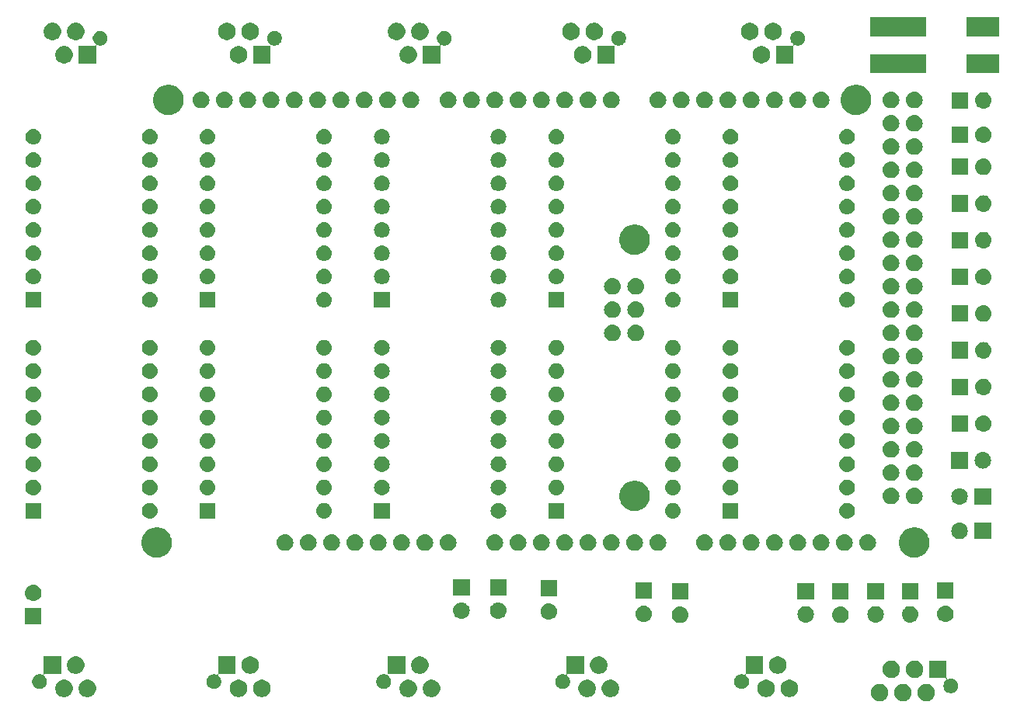
<source format=gbr>
G04 #@! TF.GenerationSoftware,KiCad,Pcbnew,5.1.2-f72e74a~84~ubuntu18.04.1*
G04 #@! TF.CreationDate,2019-06-28T13:57:40+02:00*
G04 #@! TF.ProjectId,shoulder_complex_control,73686f75-6c64-4657-925f-636f6d706c65,rev?*
G04 #@! TF.SameCoordinates,Original*
G04 #@! TF.FileFunction,Soldermask,Bot*
G04 #@! TF.FilePolarity,Negative*
%FSLAX46Y46*%
G04 Gerber Fmt 4.6, Leading zero omitted, Abs format (unit mm)*
G04 Created by KiCad (PCBNEW 5.1.2-f72e74a~84~ubuntu18.04.1) date 2019-06-28 13:57:40*
%MOMM*%
%LPD*%
G04 APERTURE LIST*
%ADD10C,0.100000*%
G04 APERTURE END LIST*
D10*
G36*
X191527395Y-126426746D02*
G01*
X191700466Y-126498434D01*
X191718732Y-126510639D01*
X191856227Y-126602510D01*
X191988690Y-126734973D01*
X192017129Y-126777535D01*
X192092766Y-126890734D01*
X192164454Y-127063805D01*
X192201000Y-127247533D01*
X192201000Y-127434867D01*
X192164454Y-127618595D01*
X192092766Y-127791666D01*
X192092765Y-127791667D01*
X191988690Y-127947427D01*
X191856227Y-128079890D01*
X191777818Y-128132281D01*
X191700466Y-128183966D01*
X191527395Y-128255654D01*
X191343667Y-128292200D01*
X191156333Y-128292200D01*
X190972605Y-128255654D01*
X190799534Y-128183966D01*
X190722182Y-128132281D01*
X190643773Y-128079890D01*
X190511310Y-127947427D01*
X190407235Y-127791667D01*
X190407234Y-127791666D01*
X190335546Y-127618595D01*
X190299000Y-127434867D01*
X190299000Y-127247533D01*
X190335546Y-127063805D01*
X190407234Y-126890734D01*
X190482871Y-126777535D01*
X190511310Y-126734973D01*
X190643773Y-126602510D01*
X190781268Y-126510639D01*
X190799534Y-126498434D01*
X190972605Y-126426746D01*
X191156333Y-126390200D01*
X191343667Y-126390200D01*
X191527395Y-126426746D01*
X191527395Y-126426746D01*
G37*
G36*
X194067395Y-126426746D02*
G01*
X194240466Y-126498434D01*
X194258732Y-126510639D01*
X194396227Y-126602510D01*
X194528690Y-126734973D01*
X194557129Y-126777535D01*
X194632766Y-126890734D01*
X194704454Y-127063805D01*
X194741000Y-127247533D01*
X194741000Y-127434867D01*
X194704454Y-127618595D01*
X194632766Y-127791666D01*
X194632765Y-127791667D01*
X194528690Y-127947427D01*
X194396227Y-128079890D01*
X194317818Y-128132281D01*
X194240466Y-128183966D01*
X194067395Y-128255654D01*
X193883667Y-128292200D01*
X193696333Y-128292200D01*
X193512605Y-128255654D01*
X193339534Y-128183966D01*
X193262182Y-128132281D01*
X193183773Y-128079890D01*
X193051310Y-127947427D01*
X192947235Y-127791667D01*
X192947234Y-127791666D01*
X192875546Y-127618595D01*
X192839000Y-127434867D01*
X192839000Y-127247533D01*
X192875546Y-127063805D01*
X192947234Y-126890734D01*
X193022871Y-126777535D01*
X193051310Y-126734973D01*
X193183773Y-126602510D01*
X193321268Y-126510639D01*
X193339534Y-126498434D01*
X193512605Y-126426746D01*
X193696333Y-126390200D01*
X193883667Y-126390200D01*
X194067395Y-126426746D01*
X194067395Y-126426746D01*
G37*
G36*
X196607395Y-126426746D02*
G01*
X196780466Y-126498434D01*
X196798732Y-126510639D01*
X196936227Y-126602510D01*
X197068690Y-126734973D01*
X197097129Y-126777535D01*
X197172766Y-126890734D01*
X197244454Y-127063805D01*
X197281000Y-127247533D01*
X197281000Y-127434867D01*
X197244454Y-127618595D01*
X197172766Y-127791666D01*
X197172765Y-127791667D01*
X197068690Y-127947427D01*
X196936227Y-128079890D01*
X196857818Y-128132281D01*
X196780466Y-128183966D01*
X196607395Y-128255654D01*
X196423667Y-128292200D01*
X196236333Y-128292200D01*
X196052605Y-128255654D01*
X195879534Y-128183966D01*
X195802182Y-128132281D01*
X195723773Y-128079890D01*
X195591310Y-127947427D01*
X195487235Y-127791667D01*
X195487234Y-127791666D01*
X195415546Y-127618595D01*
X195379000Y-127434867D01*
X195379000Y-127247533D01*
X195415546Y-127063805D01*
X195487234Y-126890734D01*
X195562871Y-126777535D01*
X195591310Y-126734973D01*
X195723773Y-126602510D01*
X195861268Y-126510639D01*
X195879534Y-126498434D01*
X196052605Y-126426746D01*
X196236333Y-126390200D01*
X196423667Y-126390200D01*
X196607395Y-126426746D01*
X196607395Y-126426746D01*
G37*
G36*
X121642395Y-125956746D02*
G01*
X121815466Y-126028434D01*
X121815467Y-126028435D01*
X121971227Y-126132510D01*
X122103690Y-126264973D01*
X122103691Y-126264975D01*
X122207766Y-126420734D01*
X122279454Y-126593805D01*
X122316000Y-126777533D01*
X122316000Y-126964867D01*
X122279454Y-127148595D01*
X122207766Y-127321666D01*
X122207765Y-127321667D01*
X122103690Y-127477427D01*
X121971227Y-127609890D01*
X121958199Y-127618595D01*
X121815466Y-127713966D01*
X121642395Y-127785654D01*
X121458667Y-127822200D01*
X121271333Y-127822200D01*
X121087605Y-127785654D01*
X120914534Y-127713966D01*
X120771801Y-127618595D01*
X120758773Y-127609890D01*
X120626310Y-127477427D01*
X120522235Y-127321667D01*
X120522234Y-127321666D01*
X120450546Y-127148595D01*
X120414000Y-126964867D01*
X120414000Y-126777533D01*
X120450546Y-126593805D01*
X120522234Y-126420734D01*
X120626309Y-126264975D01*
X120626310Y-126264973D01*
X120758773Y-126132510D01*
X120914533Y-126028435D01*
X120914534Y-126028434D01*
X121087605Y-125956746D01*
X121271333Y-125920200D01*
X121458667Y-125920200D01*
X121642395Y-125956746D01*
X121642395Y-125956746D01*
G37*
G36*
X181682395Y-125956746D02*
G01*
X181855466Y-126028434D01*
X181855467Y-126028435D01*
X182011227Y-126132510D01*
X182143690Y-126264973D01*
X182143691Y-126264975D01*
X182247766Y-126420734D01*
X182319454Y-126593805D01*
X182356000Y-126777533D01*
X182356000Y-126964867D01*
X182319454Y-127148595D01*
X182247766Y-127321666D01*
X182247765Y-127321667D01*
X182143690Y-127477427D01*
X182011227Y-127609890D01*
X181998199Y-127618595D01*
X181855466Y-127713966D01*
X181682395Y-127785654D01*
X181498667Y-127822200D01*
X181311333Y-127822200D01*
X181127605Y-127785654D01*
X180954534Y-127713966D01*
X180811801Y-127618595D01*
X180798773Y-127609890D01*
X180666310Y-127477427D01*
X180562235Y-127321667D01*
X180562234Y-127321666D01*
X180490546Y-127148595D01*
X180454000Y-126964867D01*
X180454000Y-126777533D01*
X180490546Y-126593805D01*
X180562234Y-126420734D01*
X180666309Y-126264975D01*
X180666310Y-126264973D01*
X180798773Y-126132510D01*
X180954533Y-126028435D01*
X180954534Y-126028434D01*
X181127605Y-125956746D01*
X181311333Y-125920200D01*
X181498667Y-125920200D01*
X181682395Y-125956746D01*
X181682395Y-125956746D01*
G37*
G36*
X179142395Y-125956746D02*
G01*
X179315466Y-126028434D01*
X179315467Y-126028435D01*
X179471227Y-126132510D01*
X179603690Y-126264973D01*
X179603691Y-126264975D01*
X179707766Y-126420734D01*
X179779454Y-126593805D01*
X179816000Y-126777533D01*
X179816000Y-126964867D01*
X179779454Y-127148595D01*
X179707766Y-127321666D01*
X179707765Y-127321667D01*
X179603690Y-127477427D01*
X179471227Y-127609890D01*
X179458199Y-127618595D01*
X179315466Y-127713966D01*
X179142395Y-127785654D01*
X178958667Y-127822200D01*
X178771333Y-127822200D01*
X178587605Y-127785654D01*
X178414534Y-127713966D01*
X178271801Y-127618595D01*
X178258773Y-127609890D01*
X178126310Y-127477427D01*
X178022235Y-127321667D01*
X178022234Y-127321666D01*
X177950546Y-127148595D01*
X177914000Y-126964867D01*
X177914000Y-126777533D01*
X177950546Y-126593805D01*
X178022234Y-126420734D01*
X178126309Y-126264975D01*
X178126310Y-126264973D01*
X178258773Y-126132510D01*
X178414533Y-126028435D01*
X178414534Y-126028434D01*
X178587605Y-125956746D01*
X178771333Y-125920200D01*
X178958667Y-125920200D01*
X179142395Y-125956746D01*
X179142395Y-125956746D01*
G37*
G36*
X162182395Y-125956746D02*
G01*
X162355466Y-126028434D01*
X162355467Y-126028435D01*
X162511227Y-126132510D01*
X162643690Y-126264973D01*
X162643691Y-126264975D01*
X162747766Y-126420734D01*
X162819454Y-126593805D01*
X162856000Y-126777533D01*
X162856000Y-126964867D01*
X162819454Y-127148595D01*
X162747766Y-127321666D01*
X162747765Y-127321667D01*
X162643690Y-127477427D01*
X162511227Y-127609890D01*
X162498199Y-127618595D01*
X162355466Y-127713966D01*
X162182395Y-127785654D01*
X161998667Y-127822200D01*
X161811333Y-127822200D01*
X161627605Y-127785654D01*
X161454534Y-127713966D01*
X161311801Y-127618595D01*
X161298773Y-127609890D01*
X161166310Y-127477427D01*
X161062235Y-127321667D01*
X161062234Y-127321666D01*
X160990546Y-127148595D01*
X160954000Y-126964867D01*
X160954000Y-126777533D01*
X160990546Y-126593805D01*
X161062234Y-126420734D01*
X161166309Y-126264975D01*
X161166310Y-126264973D01*
X161298773Y-126132510D01*
X161454533Y-126028435D01*
X161454534Y-126028434D01*
X161627605Y-125956746D01*
X161811333Y-125920200D01*
X161998667Y-125920200D01*
X162182395Y-125956746D01*
X162182395Y-125956746D01*
G37*
G36*
X159642395Y-125956746D02*
G01*
X159815466Y-126028434D01*
X159815467Y-126028435D01*
X159971227Y-126132510D01*
X160103690Y-126264973D01*
X160103691Y-126264975D01*
X160207766Y-126420734D01*
X160279454Y-126593805D01*
X160316000Y-126777533D01*
X160316000Y-126964867D01*
X160279454Y-127148595D01*
X160207766Y-127321666D01*
X160207765Y-127321667D01*
X160103690Y-127477427D01*
X159971227Y-127609890D01*
X159958199Y-127618595D01*
X159815466Y-127713966D01*
X159642395Y-127785654D01*
X159458667Y-127822200D01*
X159271333Y-127822200D01*
X159087605Y-127785654D01*
X158914534Y-127713966D01*
X158771801Y-127618595D01*
X158758773Y-127609890D01*
X158626310Y-127477427D01*
X158522235Y-127321667D01*
X158522234Y-127321666D01*
X158450546Y-127148595D01*
X158414000Y-126964867D01*
X158414000Y-126777533D01*
X158450546Y-126593805D01*
X158522234Y-126420734D01*
X158626309Y-126264975D01*
X158626310Y-126264973D01*
X158758773Y-126132510D01*
X158914533Y-126028435D01*
X158914534Y-126028434D01*
X159087605Y-125956746D01*
X159271333Y-125920200D01*
X159458667Y-125920200D01*
X159642395Y-125956746D01*
X159642395Y-125956746D01*
G37*
G36*
X140142395Y-125956746D02*
G01*
X140315466Y-126028434D01*
X140315467Y-126028435D01*
X140471227Y-126132510D01*
X140603690Y-126264973D01*
X140603691Y-126264975D01*
X140707766Y-126420734D01*
X140779454Y-126593805D01*
X140816000Y-126777533D01*
X140816000Y-126964867D01*
X140779454Y-127148595D01*
X140707766Y-127321666D01*
X140707765Y-127321667D01*
X140603690Y-127477427D01*
X140471227Y-127609890D01*
X140458199Y-127618595D01*
X140315466Y-127713966D01*
X140142395Y-127785654D01*
X139958667Y-127822200D01*
X139771333Y-127822200D01*
X139587605Y-127785654D01*
X139414534Y-127713966D01*
X139271801Y-127618595D01*
X139258773Y-127609890D01*
X139126310Y-127477427D01*
X139022235Y-127321667D01*
X139022234Y-127321666D01*
X138950546Y-127148595D01*
X138914000Y-126964867D01*
X138914000Y-126777533D01*
X138950546Y-126593805D01*
X139022234Y-126420734D01*
X139126309Y-126264975D01*
X139126310Y-126264973D01*
X139258773Y-126132510D01*
X139414533Y-126028435D01*
X139414534Y-126028434D01*
X139587605Y-125956746D01*
X139771333Y-125920200D01*
X139958667Y-125920200D01*
X140142395Y-125956746D01*
X140142395Y-125956746D01*
G37*
G36*
X142682395Y-125956746D02*
G01*
X142855466Y-126028434D01*
X142855467Y-126028435D01*
X143011227Y-126132510D01*
X143143690Y-126264973D01*
X143143691Y-126264975D01*
X143247766Y-126420734D01*
X143319454Y-126593805D01*
X143356000Y-126777533D01*
X143356000Y-126964867D01*
X143319454Y-127148595D01*
X143247766Y-127321666D01*
X143247765Y-127321667D01*
X143143690Y-127477427D01*
X143011227Y-127609890D01*
X142998199Y-127618595D01*
X142855466Y-127713966D01*
X142682395Y-127785654D01*
X142498667Y-127822200D01*
X142311333Y-127822200D01*
X142127605Y-127785654D01*
X141954534Y-127713966D01*
X141811801Y-127618595D01*
X141798773Y-127609890D01*
X141666310Y-127477427D01*
X141562235Y-127321667D01*
X141562234Y-127321666D01*
X141490546Y-127148595D01*
X141454000Y-126964867D01*
X141454000Y-126777533D01*
X141490546Y-126593805D01*
X141562234Y-126420734D01*
X141666309Y-126264975D01*
X141666310Y-126264973D01*
X141798773Y-126132510D01*
X141954533Y-126028435D01*
X141954534Y-126028434D01*
X142127605Y-125956746D01*
X142311333Y-125920200D01*
X142498667Y-125920200D01*
X142682395Y-125956746D01*
X142682395Y-125956746D01*
G37*
G36*
X102642395Y-125956746D02*
G01*
X102815466Y-126028434D01*
X102815467Y-126028435D01*
X102971227Y-126132510D01*
X103103690Y-126264973D01*
X103103691Y-126264975D01*
X103207766Y-126420734D01*
X103279454Y-126593805D01*
X103316000Y-126777533D01*
X103316000Y-126964867D01*
X103279454Y-127148595D01*
X103207766Y-127321666D01*
X103207765Y-127321667D01*
X103103690Y-127477427D01*
X102971227Y-127609890D01*
X102958199Y-127618595D01*
X102815466Y-127713966D01*
X102642395Y-127785654D01*
X102458667Y-127822200D01*
X102271333Y-127822200D01*
X102087605Y-127785654D01*
X101914534Y-127713966D01*
X101771801Y-127618595D01*
X101758773Y-127609890D01*
X101626310Y-127477427D01*
X101522235Y-127321667D01*
X101522234Y-127321666D01*
X101450546Y-127148595D01*
X101414000Y-126964867D01*
X101414000Y-126777533D01*
X101450546Y-126593805D01*
X101522234Y-126420734D01*
X101626309Y-126264975D01*
X101626310Y-126264973D01*
X101758773Y-126132510D01*
X101914533Y-126028435D01*
X101914534Y-126028434D01*
X102087605Y-125956746D01*
X102271333Y-125920200D01*
X102458667Y-125920200D01*
X102642395Y-125956746D01*
X102642395Y-125956746D01*
G37*
G36*
X105182395Y-125956746D02*
G01*
X105355466Y-126028434D01*
X105355467Y-126028435D01*
X105511227Y-126132510D01*
X105643690Y-126264973D01*
X105643691Y-126264975D01*
X105747766Y-126420734D01*
X105819454Y-126593805D01*
X105856000Y-126777533D01*
X105856000Y-126964867D01*
X105819454Y-127148595D01*
X105747766Y-127321666D01*
X105747765Y-127321667D01*
X105643690Y-127477427D01*
X105511227Y-127609890D01*
X105498199Y-127618595D01*
X105355466Y-127713966D01*
X105182395Y-127785654D01*
X104998667Y-127822200D01*
X104811333Y-127822200D01*
X104627605Y-127785654D01*
X104454534Y-127713966D01*
X104311801Y-127618595D01*
X104298773Y-127609890D01*
X104166310Y-127477427D01*
X104062235Y-127321667D01*
X104062234Y-127321666D01*
X103990546Y-127148595D01*
X103954000Y-126964867D01*
X103954000Y-126777533D01*
X103990546Y-126593805D01*
X104062234Y-126420734D01*
X104166309Y-126264975D01*
X104166310Y-126264973D01*
X104298773Y-126132510D01*
X104454533Y-126028435D01*
X104454534Y-126028434D01*
X104627605Y-125956746D01*
X104811333Y-125920200D01*
X104998667Y-125920200D01*
X105182395Y-125956746D01*
X105182395Y-125956746D01*
G37*
G36*
X124182395Y-125956746D02*
G01*
X124355466Y-126028434D01*
X124355467Y-126028435D01*
X124511227Y-126132510D01*
X124643690Y-126264973D01*
X124643691Y-126264975D01*
X124747766Y-126420734D01*
X124819454Y-126593805D01*
X124856000Y-126777533D01*
X124856000Y-126964867D01*
X124819454Y-127148595D01*
X124747766Y-127321666D01*
X124747765Y-127321667D01*
X124643690Y-127477427D01*
X124511227Y-127609890D01*
X124498199Y-127618595D01*
X124355466Y-127713966D01*
X124182395Y-127785654D01*
X123998667Y-127822200D01*
X123811333Y-127822200D01*
X123627605Y-127785654D01*
X123454534Y-127713966D01*
X123311801Y-127618595D01*
X123298773Y-127609890D01*
X123166310Y-127477427D01*
X123062235Y-127321667D01*
X123062234Y-127321666D01*
X122990546Y-127148595D01*
X122954000Y-126964867D01*
X122954000Y-126777533D01*
X122990546Y-126593805D01*
X123062234Y-126420734D01*
X123166309Y-126264975D01*
X123166310Y-126264973D01*
X123298773Y-126132510D01*
X123454533Y-126028435D01*
X123454534Y-126028434D01*
X123627605Y-125956746D01*
X123811333Y-125920200D01*
X123998667Y-125920200D01*
X124182395Y-125956746D01*
X124182395Y-125956746D01*
G37*
G36*
X198551000Y-125733057D02*
G01*
X198553402Y-125757443D01*
X198560515Y-125780892D01*
X198572066Y-125802503D01*
X198587611Y-125821445D01*
X198606553Y-125836990D01*
X198628164Y-125848541D01*
X198651613Y-125855654D01*
X198675999Y-125858056D01*
X198700385Y-125855654D01*
X198723835Y-125848541D01*
X198751722Y-125836990D01*
X198766342Y-125830934D01*
X198766343Y-125830934D01*
X198766345Y-125830933D01*
X198921102Y-125800150D01*
X199078898Y-125800150D01*
X199233657Y-125830933D01*
X199379438Y-125891318D01*
X199388754Y-125897543D01*
X199510640Y-125978984D01*
X199622216Y-126090560D01*
X199622217Y-126090562D01*
X199709882Y-126221762D01*
X199770267Y-126367543D01*
X199801050Y-126522302D01*
X199801050Y-126680098D01*
X199770267Y-126834857D01*
X199709882Y-126980638D01*
X199709881Y-126980639D01*
X199622216Y-127111840D01*
X199510640Y-127223416D01*
X199474546Y-127247533D01*
X199379438Y-127311082D01*
X199233657Y-127371467D01*
X199078898Y-127402250D01*
X198921102Y-127402250D01*
X198766343Y-127371467D01*
X198620562Y-127311082D01*
X198525454Y-127247533D01*
X198489360Y-127223416D01*
X198377784Y-127111840D01*
X198290119Y-126980639D01*
X198290118Y-126980638D01*
X198229733Y-126834857D01*
X198198950Y-126680098D01*
X198198950Y-126522302D01*
X198229733Y-126367543D01*
X198290118Y-126221762D01*
X198377783Y-126090562D01*
X198377784Y-126090560D01*
X198489360Y-125978984D01*
X198489363Y-125978982D01*
X198492097Y-125976248D01*
X198505088Y-125965586D01*
X198520633Y-125946644D01*
X198532184Y-125925033D01*
X198539297Y-125901584D01*
X198541699Y-125877198D01*
X198539297Y-125852812D01*
X198532184Y-125829363D01*
X198520633Y-125807753D01*
X198505087Y-125788811D01*
X198486145Y-125773266D01*
X198464534Y-125761715D01*
X198441085Y-125754602D01*
X198416700Y-125752200D01*
X196649000Y-125752200D01*
X196649000Y-123850200D01*
X198551000Y-123850200D01*
X198551000Y-125733057D01*
X198551000Y-125733057D01*
G37*
G36*
X102046000Y-125282200D02*
G01*
X100278300Y-125282200D01*
X100253914Y-125284602D01*
X100230465Y-125291715D01*
X100208854Y-125303266D01*
X100189912Y-125318811D01*
X100174367Y-125337753D01*
X100162816Y-125359364D01*
X100155703Y-125382813D01*
X100153301Y-125407199D01*
X100155703Y-125431585D01*
X100162816Y-125455034D01*
X100174367Y-125476645D01*
X100189912Y-125495587D01*
X100202904Y-125506249D01*
X100205637Y-125508982D01*
X100205640Y-125508984D01*
X100317216Y-125620560D01*
X100332855Y-125643966D01*
X100404882Y-125751762D01*
X100465267Y-125897543D01*
X100496050Y-126052302D01*
X100496050Y-126210098D01*
X100465267Y-126364857D01*
X100404882Y-126510638D01*
X100361346Y-126575794D01*
X100317216Y-126641840D01*
X100205640Y-126753416D01*
X100169546Y-126777533D01*
X100074438Y-126841082D01*
X99928657Y-126901467D01*
X99773898Y-126932250D01*
X99616102Y-126932250D01*
X99461343Y-126901467D01*
X99315562Y-126841082D01*
X99220454Y-126777533D01*
X99184360Y-126753416D01*
X99072784Y-126641840D01*
X99028654Y-126575794D01*
X98985118Y-126510638D01*
X98924733Y-126364857D01*
X98893950Y-126210098D01*
X98893950Y-126052302D01*
X98924733Y-125897543D01*
X98985118Y-125751762D01*
X99057145Y-125643966D01*
X99072784Y-125620560D01*
X99184360Y-125508984D01*
X99250406Y-125464854D01*
X99315562Y-125421318D01*
X99461343Y-125360933D01*
X99616102Y-125330150D01*
X99773898Y-125330150D01*
X99928655Y-125360933D01*
X99928657Y-125360934D01*
X99928658Y-125360934D01*
X99943278Y-125366990D01*
X99971165Y-125378541D01*
X99994614Y-125385654D01*
X100019000Y-125388056D01*
X100043386Y-125385654D01*
X100066835Y-125378541D01*
X100088446Y-125366990D01*
X100107388Y-125351445D01*
X100122933Y-125332503D01*
X100134485Y-125310893D01*
X100141598Y-125287444D01*
X100144000Y-125263057D01*
X100144000Y-123380200D01*
X102046000Y-123380200D01*
X102046000Y-125282200D01*
X102046000Y-125282200D01*
G37*
G36*
X139546000Y-125282200D02*
G01*
X137778300Y-125282200D01*
X137753914Y-125284602D01*
X137730465Y-125291715D01*
X137708854Y-125303266D01*
X137689912Y-125318811D01*
X137674367Y-125337753D01*
X137662816Y-125359364D01*
X137655703Y-125382813D01*
X137653301Y-125407199D01*
X137655703Y-125431585D01*
X137662816Y-125455034D01*
X137674367Y-125476645D01*
X137689912Y-125495587D01*
X137702904Y-125506249D01*
X137705637Y-125508982D01*
X137705640Y-125508984D01*
X137817216Y-125620560D01*
X137832855Y-125643966D01*
X137904882Y-125751762D01*
X137965267Y-125897543D01*
X137996050Y-126052302D01*
X137996050Y-126210098D01*
X137965267Y-126364857D01*
X137904882Y-126510638D01*
X137861346Y-126575794D01*
X137817216Y-126641840D01*
X137705640Y-126753416D01*
X137669546Y-126777533D01*
X137574438Y-126841082D01*
X137428657Y-126901467D01*
X137273898Y-126932250D01*
X137116102Y-126932250D01*
X136961343Y-126901467D01*
X136815562Y-126841082D01*
X136720454Y-126777533D01*
X136684360Y-126753416D01*
X136572784Y-126641840D01*
X136528654Y-126575794D01*
X136485118Y-126510638D01*
X136424733Y-126364857D01*
X136393950Y-126210098D01*
X136393950Y-126052302D01*
X136424733Y-125897543D01*
X136485118Y-125751762D01*
X136557145Y-125643966D01*
X136572784Y-125620560D01*
X136684360Y-125508984D01*
X136750406Y-125464854D01*
X136815562Y-125421318D01*
X136961343Y-125360933D01*
X137116102Y-125330150D01*
X137273898Y-125330150D01*
X137428655Y-125360933D01*
X137428657Y-125360934D01*
X137428658Y-125360934D01*
X137443278Y-125366990D01*
X137471165Y-125378541D01*
X137494614Y-125385654D01*
X137519000Y-125388056D01*
X137543386Y-125385654D01*
X137566835Y-125378541D01*
X137588446Y-125366990D01*
X137607388Y-125351445D01*
X137622933Y-125332503D01*
X137634485Y-125310893D01*
X137641598Y-125287444D01*
X137644000Y-125263057D01*
X137644000Y-123380200D01*
X139546000Y-123380200D01*
X139546000Y-125282200D01*
X139546000Y-125282200D01*
G37*
G36*
X178546000Y-125282200D02*
G01*
X176778300Y-125282200D01*
X176753914Y-125284602D01*
X176730465Y-125291715D01*
X176708854Y-125303266D01*
X176689912Y-125318811D01*
X176674367Y-125337753D01*
X176662816Y-125359364D01*
X176655703Y-125382813D01*
X176653301Y-125407199D01*
X176655703Y-125431585D01*
X176662816Y-125455034D01*
X176674367Y-125476645D01*
X176689912Y-125495587D01*
X176702904Y-125506249D01*
X176705637Y-125508982D01*
X176705640Y-125508984D01*
X176817216Y-125620560D01*
X176832855Y-125643966D01*
X176904882Y-125751762D01*
X176965267Y-125897543D01*
X176996050Y-126052302D01*
X176996050Y-126210098D01*
X176965267Y-126364857D01*
X176904882Y-126510638D01*
X176861346Y-126575794D01*
X176817216Y-126641840D01*
X176705640Y-126753416D01*
X176669546Y-126777533D01*
X176574438Y-126841082D01*
X176428657Y-126901467D01*
X176273898Y-126932250D01*
X176116102Y-126932250D01*
X175961343Y-126901467D01*
X175815562Y-126841082D01*
X175720454Y-126777533D01*
X175684360Y-126753416D01*
X175572784Y-126641840D01*
X175528654Y-126575794D01*
X175485118Y-126510638D01*
X175424733Y-126364857D01*
X175393950Y-126210098D01*
X175393950Y-126052302D01*
X175424733Y-125897543D01*
X175485118Y-125751762D01*
X175557145Y-125643966D01*
X175572784Y-125620560D01*
X175684360Y-125508984D01*
X175750406Y-125464854D01*
X175815562Y-125421318D01*
X175961343Y-125360933D01*
X176116102Y-125330150D01*
X176273898Y-125330150D01*
X176428655Y-125360933D01*
X176428657Y-125360934D01*
X176428658Y-125360934D01*
X176443278Y-125366990D01*
X176471165Y-125378541D01*
X176494614Y-125385654D01*
X176519000Y-125388056D01*
X176543386Y-125385654D01*
X176566835Y-125378541D01*
X176588446Y-125366990D01*
X176607388Y-125351445D01*
X176622933Y-125332503D01*
X176634485Y-125310893D01*
X176641598Y-125287444D01*
X176644000Y-125263057D01*
X176644000Y-123380200D01*
X178546000Y-123380200D01*
X178546000Y-125282200D01*
X178546000Y-125282200D01*
G37*
G36*
X121046000Y-125282200D02*
G01*
X119278300Y-125282200D01*
X119253914Y-125284602D01*
X119230465Y-125291715D01*
X119208854Y-125303266D01*
X119189912Y-125318811D01*
X119174367Y-125337753D01*
X119162816Y-125359364D01*
X119155703Y-125382813D01*
X119153301Y-125407199D01*
X119155703Y-125431585D01*
X119162816Y-125455034D01*
X119174367Y-125476645D01*
X119189912Y-125495587D01*
X119202904Y-125506249D01*
X119205637Y-125508982D01*
X119205640Y-125508984D01*
X119317216Y-125620560D01*
X119332855Y-125643966D01*
X119404882Y-125751762D01*
X119465267Y-125897543D01*
X119496050Y-126052302D01*
X119496050Y-126210098D01*
X119465267Y-126364857D01*
X119404882Y-126510638D01*
X119361346Y-126575794D01*
X119317216Y-126641840D01*
X119205640Y-126753416D01*
X119169546Y-126777533D01*
X119074438Y-126841082D01*
X118928657Y-126901467D01*
X118773898Y-126932250D01*
X118616102Y-126932250D01*
X118461343Y-126901467D01*
X118315562Y-126841082D01*
X118220454Y-126777533D01*
X118184360Y-126753416D01*
X118072784Y-126641840D01*
X118028654Y-126575794D01*
X117985118Y-126510638D01*
X117924733Y-126364857D01*
X117893950Y-126210098D01*
X117893950Y-126052302D01*
X117924733Y-125897543D01*
X117985118Y-125751762D01*
X118057145Y-125643966D01*
X118072784Y-125620560D01*
X118184360Y-125508984D01*
X118250406Y-125464854D01*
X118315562Y-125421318D01*
X118461343Y-125360933D01*
X118616102Y-125330150D01*
X118773898Y-125330150D01*
X118928655Y-125360933D01*
X118928657Y-125360934D01*
X118928658Y-125360934D01*
X118943278Y-125366990D01*
X118971165Y-125378541D01*
X118994614Y-125385654D01*
X119019000Y-125388056D01*
X119043386Y-125385654D01*
X119066835Y-125378541D01*
X119088446Y-125366990D01*
X119107388Y-125351445D01*
X119122933Y-125332503D01*
X119134485Y-125310893D01*
X119141598Y-125287444D01*
X119144000Y-125263057D01*
X119144000Y-123380200D01*
X121046000Y-123380200D01*
X121046000Y-125282200D01*
X121046000Y-125282200D01*
G37*
G36*
X159046000Y-125282200D02*
G01*
X157278300Y-125282200D01*
X157253914Y-125284602D01*
X157230465Y-125291715D01*
X157208854Y-125303266D01*
X157189912Y-125318811D01*
X157174367Y-125337753D01*
X157162816Y-125359364D01*
X157155703Y-125382813D01*
X157153301Y-125407199D01*
X157155703Y-125431585D01*
X157162816Y-125455034D01*
X157174367Y-125476645D01*
X157189912Y-125495587D01*
X157202904Y-125506249D01*
X157205637Y-125508982D01*
X157205640Y-125508984D01*
X157317216Y-125620560D01*
X157332855Y-125643966D01*
X157404882Y-125751762D01*
X157465267Y-125897543D01*
X157496050Y-126052302D01*
X157496050Y-126210098D01*
X157465267Y-126364857D01*
X157404882Y-126510638D01*
X157361346Y-126575794D01*
X157317216Y-126641840D01*
X157205640Y-126753416D01*
X157169546Y-126777533D01*
X157074438Y-126841082D01*
X156928657Y-126901467D01*
X156773898Y-126932250D01*
X156616102Y-126932250D01*
X156461343Y-126901467D01*
X156315562Y-126841082D01*
X156220454Y-126777533D01*
X156184360Y-126753416D01*
X156072784Y-126641840D01*
X156028654Y-126575794D01*
X155985118Y-126510638D01*
X155924733Y-126364857D01*
X155893950Y-126210098D01*
X155893950Y-126052302D01*
X155924733Y-125897543D01*
X155985118Y-125751762D01*
X156057145Y-125643966D01*
X156072784Y-125620560D01*
X156184360Y-125508984D01*
X156250406Y-125464854D01*
X156315562Y-125421318D01*
X156461343Y-125360933D01*
X156616102Y-125330150D01*
X156773898Y-125330150D01*
X156928655Y-125360933D01*
X156928657Y-125360934D01*
X156928658Y-125360934D01*
X156943278Y-125366990D01*
X156971165Y-125378541D01*
X156994614Y-125385654D01*
X157019000Y-125388056D01*
X157043386Y-125385654D01*
X157066835Y-125378541D01*
X157088446Y-125366990D01*
X157107388Y-125351445D01*
X157122933Y-125332503D01*
X157134485Y-125310893D01*
X157141598Y-125287444D01*
X157144000Y-125263057D01*
X157144000Y-123380200D01*
X159046000Y-123380200D01*
X159046000Y-125282200D01*
X159046000Y-125282200D01*
G37*
G36*
X195337395Y-123886746D02*
G01*
X195510466Y-123958434D01*
X195510467Y-123958435D01*
X195666227Y-124062510D01*
X195798690Y-124194973D01*
X195827129Y-124237535D01*
X195902766Y-124350734D01*
X195974454Y-124523805D01*
X196011000Y-124707533D01*
X196011000Y-124894867D01*
X195974454Y-125078595D01*
X195902766Y-125251666D01*
X195882364Y-125282200D01*
X195798690Y-125407427D01*
X195666227Y-125539890D01*
X195587818Y-125592281D01*
X195510466Y-125643966D01*
X195337395Y-125715654D01*
X195153667Y-125752200D01*
X194966333Y-125752200D01*
X194782605Y-125715654D01*
X194609534Y-125643966D01*
X194532182Y-125592281D01*
X194453773Y-125539890D01*
X194321310Y-125407427D01*
X194237636Y-125282200D01*
X194217234Y-125251666D01*
X194145546Y-125078595D01*
X194109000Y-124894867D01*
X194109000Y-124707533D01*
X194145546Y-124523805D01*
X194217234Y-124350734D01*
X194292871Y-124237535D01*
X194321310Y-124194973D01*
X194453773Y-124062510D01*
X194609533Y-123958435D01*
X194609534Y-123958434D01*
X194782605Y-123886746D01*
X194966333Y-123850200D01*
X195153667Y-123850200D01*
X195337395Y-123886746D01*
X195337395Y-123886746D01*
G37*
G36*
X192797395Y-123886746D02*
G01*
X192970466Y-123958434D01*
X192970467Y-123958435D01*
X193126227Y-124062510D01*
X193258690Y-124194973D01*
X193287129Y-124237535D01*
X193362766Y-124350734D01*
X193434454Y-124523805D01*
X193471000Y-124707533D01*
X193471000Y-124894867D01*
X193434454Y-125078595D01*
X193362766Y-125251666D01*
X193342364Y-125282200D01*
X193258690Y-125407427D01*
X193126227Y-125539890D01*
X193047818Y-125592281D01*
X192970466Y-125643966D01*
X192797395Y-125715654D01*
X192613667Y-125752200D01*
X192426333Y-125752200D01*
X192242605Y-125715654D01*
X192069534Y-125643966D01*
X191992182Y-125592281D01*
X191913773Y-125539890D01*
X191781310Y-125407427D01*
X191697636Y-125282200D01*
X191677234Y-125251666D01*
X191605546Y-125078595D01*
X191569000Y-124894867D01*
X191569000Y-124707533D01*
X191605546Y-124523805D01*
X191677234Y-124350734D01*
X191752871Y-124237535D01*
X191781310Y-124194973D01*
X191913773Y-124062510D01*
X192069533Y-123958435D01*
X192069534Y-123958434D01*
X192242605Y-123886746D01*
X192426333Y-123850200D01*
X192613667Y-123850200D01*
X192797395Y-123886746D01*
X192797395Y-123886746D01*
G37*
G36*
X122912395Y-123416746D02*
G01*
X123085466Y-123488434D01*
X123085467Y-123488435D01*
X123241227Y-123592510D01*
X123373690Y-123724973D01*
X123373691Y-123724975D01*
X123477766Y-123880734D01*
X123549454Y-124053805D01*
X123586000Y-124237533D01*
X123586000Y-124424867D01*
X123549454Y-124608595D01*
X123477766Y-124781666D01*
X123477765Y-124781667D01*
X123373690Y-124937427D01*
X123241227Y-125069890D01*
X123228199Y-125078595D01*
X123085466Y-125173966D01*
X122912395Y-125245654D01*
X122728667Y-125282200D01*
X122541333Y-125282200D01*
X122357605Y-125245654D01*
X122184534Y-125173966D01*
X122041801Y-125078595D01*
X122028773Y-125069890D01*
X121896310Y-124937427D01*
X121792235Y-124781667D01*
X121792234Y-124781666D01*
X121720546Y-124608595D01*
X121684000Y-124424867D01*
X121684000Y-124237533D01*
X121720546Y-124053805D01*
X121792234Y-123880734D01*
X121896309Y-123724975D01*
X121896310Y-123724973D01*
X122028773Y-123592510D01*
X122184533Y-123488435D01*
X122184534Y-123488434D01*
X122357605Y-123416746D01*
X122541333Y-123380200D01*
X122728667Y-123380200D01*
X122912395Y-123416746D01*
X122912395Y-123416746D01*
G37*
G36*
X160912395Y-123416746D02*
G01*
X161085466Y-123488434D01*
X161085467Y-123488435D01*
X161241227Y-123592510D01*
X161373690Y-123724973D01*
X161373691Y-123724975D01*
X161477766Y-123880734D01*
X161549454Y-124053805D01*
X161586000Y-124237533D01*
X161586000Y-124424867D01*
X161549454Y-124608595D01*
X161477766Y-124781666D01*
X161477765Y-124781667D01*
X161373690Y-124937427D01*
X161241227Y-125069890D01*
X161228199Y-125078595D01*
X161085466Y-125173966D01*
X160912395Y-125245654D01*
X160728667Y-125282200D01*
X160541333Y-125282200D01*
X160357605Y-125245654D01*
X160184534Y-125173966D01*
X160041801Y-125078595D01*
X160028773Y-125069890D01*
X159896310Y-124937427D01*
X159792235Y-124781667D01*
X159792234Y-124781666D01*
X159720546Y-124608595D01*
X159684000Y-124424867D01*
X159684000Y-124237533D01*
X159720546Y-124053805D01*
X159792234Y-123880734D01*
X159896309Y-123724975D01*
X159896310Y-123724973D01*
X160028773Y-123592510D01*
X160184533Y-123488435D01*
X160184534Y-123488434D01*
X160357605Y-123416746D01*
X160541333Y-123380200D01*
X160728667Y-123380200D01*
X160912395Y-123416746D01*
X160912395Y-123416746D01*
G37*
G36*
X180412395Y-123416746D02*
G01*
X180585466Y-123488434D01*
X180585467Y-123488435D01*
X180741227Y-123592510D01*
X180873690Y-123724973D01*
X180873691Y-123724975D01*
X180977766Y-123880734D01*
X181049454Y-124053805D01*
X181086000Y-124237533D01*
X181086000Y-124424867D01*
X181049454Y-124608595D01*
X180977766Y-124781666D01*
X180977765Y-124781667D01*
X180873690Y-124937427D01*
X180741227Y-125069890D01*
X180728199Y-125078595D01*
X180585466Y-125173966D01*
X180412395Y-125245654D01*
X180228667Y-125282200D01*
X180041333Y-125282200D01*
X179857605Y-125245654D01*
X179684534Y-125173966D01*
X179541801Y-125078595D01*
X179528773Y-125069890D01*
X179396310Y-124937427D01*
X179292235Y-124781667D01*
X179292234Y-124781666D01*
X179220546Y-124608595D01*
X179184000Y-124424867D01*
X179184000Y-124237533D01*
X179220546Y-124053805D01*
X179292234Y-123880734D01*
X179396309Y-123724975D01*
X179396310Y-123724973D01*
X179528773Y-123592510D01*
X179684533Y-123488435D01*
X179684534Y-123488434D01*
X179857605Y-123416746D01*
X180041333Y-123380200D01*
X180228667Y-123380200D01*
X180412395Y-123416746D01*
X180412395Y-123416746D01*
G37*
G36*
X141412395Y-123416746D02*
G01*
X141585466Y-123488434D01*
X141585467Y-123488435D01*
X141741227Y-123592510D01*
X141873690Y-123724973D01*
X141873691Y-123724975D01*
X141977766Y-123880734D01*
X142049454Y-124053805D01*
X142086000Y-124237533D01*
X142086000Y-124424867D01*
X142049454Y-124608595D01*
X141977766Y-124781666D01*
X141977765Y-124781667D01*
X141873690Y-124937427D01*
X141741227Y-125069890D01*
X141728199Y-125078595D01*
X141585466Y-125173966D01*
X141412395Y-125245654D01*
X141228667Y-125282200D01*
X141041333Y-125282200D01*
X140857605Y-125245654D01*
X140684534Y-125173966D01*
X140541801Y-125078595D01*
X140528773Y-125069890D01*
X140396310Y-124937427D01*
X140292235Y-124781667D01*
X140292234Y-124781666D01*
X140220546Y-124608595D01*
X140184000Y-124424867D01*
X140184000Y-124237533D01*
X140220546Y-124053805D01*
X140292234Y-123880734D01*
X140396309Y-123724975D01*
X140396310Y-123724973D01*
X140528773Y-123592510D01*
X140684533Y-123488435D01*
X140684534Y-123488434D01*
X140857605Y-123416746D01*
X141041333Y-123380200D01*
X141228667Y-123380200D01*
X141412395Y-123416746D01*
X141412395Y-123416746D01*
G37*
G36*
X103912395Y-123416746D02*
G01*
X104085466Y-123488434D01*
X104085467Y-123488435D01*
X104241227Y-123592510D01*
X104373690Y-123724973D01*
X104373691Y-123724975D01*
X104477766Y-123880734D01*
X104549454Y-124053805D01*
X104586000Y-124237533D01*
X104586000Y-124424867D01*
X104549454Y-124608595D01*
X104477766Y-124781666D01*
X104477765Y-124781667D01*
X104373690Y-124937427D01*
X104241227Y-125069890D01*
X104228199Y-125078595D01*
X104085466Y-125173966D01*
X103912395Y-125245654D01*
X103728667Y-125282200D01*
X103541333Y-125282200D01*
X103357605Y-125245654D01*
X103184534Y-125173966D01*
X103041801Y-125078595D01*
X103028773Y-125069890D01*
X102896310Y-124937427D01*
X102792235Y-124781667D01*
X102792234Y-124781666D01*
X102720546Y-124608595D01*
X102684000Y-124424867D01*
X102684000Y-124237533D01*
X102720546Y-124053805D01*
X102792234Y-123880734D01*
X102896309Y-123724975D01*
X102896310Y-123724973D01*
X103028773Y-123592510D01*
X103184533Y-123488435D01*
X103184534Y-123488434D01*
X103357605Y-123416746D01*
X103541333Y-123380200D01*
X103728667Y-123380200D01*
X103912395Y-123416746D01*
X103912395Y-123416746D01*
G37*
G36*
X99901000Y-119901000D02*
G01*
X98099000Y-119901000D01*
X98099000Y-118099000D01*
X99901000Y-118099000D01*
X99901000Y-119901000D01*
X99901000Y-119901000D01*
G37*
G36*
X169604643Y-117952119D02*
G01*
X169670827Y-117958637D01*
X169840666Y-118010157D01*
X169997191Y-118093822D01*
X170032929Y-118123152D01*
X170134386Y-118206414D01*
X170205287Y-118292809D01*
X170246978Y-118343609D01*
X170330643Y-118500134D01*
X170382163Y-118669973D01*
X170399559Y-118846600D01*
X170382163Y-119023227D01*
X170330643Y-119193066D01*
X170246978Y-119349591D01*
X170222873Y-119378963D01*
X170134386Y-119486786D01*
X170032929Y-119570048D01*
X169997191Y-119599378D01*
X169840666Y-119683043D01*
X169670827Y-119734563D01*
X169604643Y-119741081D01*
X169538460Y-119747600D01*
X169449940Y-119747600D01*
X169383757Y-119741081D01*
X169317573Y-119734563D01*
X169147734Y-119683043D01*
X168991209Y-119599378D01*
X168955471Y-119570048D01*
X168854014Y-119486786D01*
X168765527Y-119378963D01*
X168741422Y-119349591D01*
X168657757Y-119193066D01*
X168606237Y-119023227D01*
X168588841Y-118846600D01*
X168606237Y-118669973D01*
X168657757Y-118500134D01*
X168741422Y-118343609D01*
X168783113Y-118292809D01*
X168854014Y-118206414D01*
X168955471Y-118123152D01*
X168991209Y-118093822D01*
X169147734Y-118010157D01*
X169317573Y-117958637D01*
X169383757Y-117952119D01*
X169449940Y-117945600D01*
X169538460Y-117945600D01*
X169604643Y-117952119D01*
X169604643Y-117952119D01*
G37*
G36*
X187079843Y-117952119D02*
G01*
X187146027Y-117958637D01*
X187315866Y-118010157D01*
X187472391Y-118093822D01*
X187508129Y-118123152D01*
X187609586Y-118206414D01*
X187680487Y-118292809D01*
X187722178Y-118343609D01*
X187805843Y-118500134D01*
X187857363Y-118669973D01*
X187874759Y-118846600D01*
X187857363Y-119023227D01*
X187805843Y-119193066D01*
X187722178Y-119349591D01*
X187698073Y-119378963D01*
X187609586Y-119486786D01*
X187508129Y-119570048D01*
X187472391Y-119599378D01*
X187315866Y-119683043D01*
X187146027Y-119734563D01*
X187079843Y-119741081D01*
X187013660Y-119747600D01*
X186925140Y-119747600D01*
X186858957Y-119741081D01*
X186792773Y-119734563D01*
X186622934Y-119683043D01*
X186466409Y-119599378D01*
X186430671Y-119570048D01*
X186329214Y-119486786D01*
X186240727Y-119378963D01*
X186216622Y-119349591D01*
X186132957Y-119193066D01*
X186081437Y-119023227D01*
X186064041Y-118846600D01*
X186081437Y-118669973D01*
X186132957Y-118500134D01*
X186216622Y-118343609D01*
X186258313Y-118292809D01*
X186329214Y-118206414D01*
X186430671Y-118123152D01*
X186466409Y-118093822D01*
X186622934Y-118010157D01*
X186792773Y-117958637D01*
X186858957Y-117952119D01*
X186925140Y-117945600D01*
X187013660Y-117945600D01*
X187079843Y-117952119D01*
X187079843Y-117952119D01*
G37*
G36*
X183295242Y-117901318D02*
G01*
X183361427Y-117907837D01*
X183531266Y-117959357D01*
X183687791Y-118043022D01*
X183723529Y-118072352D01*
X183824986Y-118155614D01*
X183895887Y-118242009D01*
X183937578Y-118292809D01*
X184021243Y-118449334D01*
X184072763Y-118619173D01*
X184090159Y-118795800D01*
X184072763Y-118972427D01*
X184021243Y-119142266D01*
X183937578Y-119298791D01*
X183914064Y-119327443D01*
X183824986Y-119435986D01*
X183723529Y-119519248D01*
X183687791Y-119548578D01*
X183531266Y-119632243D01*
X183361427Y-119683763D01*
X183295242Y-119690282D01*
X183229060Y-119696800D01*
X183140540Y-119696800D01*
X183074358Y-119690282D01*
X183008173Y-119683763D01*
X182838334Y-119632243D01*
X182681809Y-119548578D01*
X182646071Y-119519248D01*
X182544614Y-119435986D01*
X182455536Y-119327443D01*
X182432022Y-119298791D01*
X182348357Y-119142266D01*
X182296837Y-118972427D01*
X182279441Y-118795800D01*
X182296837Y-118619173D01*
X182348357Y-118449334D01*
X182432022Y-118292809D01*
X182473713Y-118242009D01*
X182544614Y-118155614D01*
X182646071Y-118072352D01*
X182681809Y-118043022D01*
X182838334Y-117959357D01*
X183008173Y-117907837D01*
X183074358Y-117901318D01*
X183140540Y-117894800D01*
X183229060Y-117894800D01*
X183295242Y-117901318D01*
X183295242Y-117901318D01*
G37*
G36*
X190915242Y-117901318D02*
G01*
X190981427Y-117907837D01*
X191151266Y-117959357D01*
X191307791Y-118043022D01*
X191343529Y-118072352D01*
X191444986Y-118155614D01*
X191515887Y-118242009D01*
X191557578Y-118292809D01*
X191641243Y-118449334D01*
X191692763Y-118619173D01*
X191710159Y-118795800D01*
X191692763Y-118972427D01*
X191641243Y-119142266D01*
X191557578Y-119298791D01*
X191534064Y-119327443D01*
X191444986Y-119435986D01*
X191343529Y-119519248D01*
X191307791Y-119548578D01*
X191151266Y-119632243D01*
X190981427Y-119683763D01*
X190915242Y-119690282D01*
X190849060Y-119696800D01*
X190760540Y-119696800D01*
X190694358Y-119690282D01*
X190628173Y-119683763D01*
X190458334Y-119632243D01*
X190301809Y-119548578D01*
X190266071Y-119519248D01*
X190164614Y-119435986D01*
X190075536Y-119327443D01*
X190052022Y-119298791D01*
X189968357Y-119142266D01*
X189916837Y-118972427D01*
X189899441Y-118795800D01*
X189916837Y-118619173D01*
X189968357Y-118449334D01*
X190052022Y-118292809D01*
X190093713Y-118242009D01*
X190164614Y-118155614D01*
X190266071Y-118072352D01*
X190301809Y-118043022D01*
X190458334Y-117959357D01*
X190628173Y-117907837D01*
X190694358Y-117901318D01*
X190760540Y-117894800D01*
X190849060Y-117894800D01*
X190915242Y-117901318D01*
X190915242Y-117901318D01*
G37*
G36*
X194674442Y-117901318D02*
G01*
X194740627Y-117907837D01*
X194910466Y-117959357D01*
X195066991Y-118043022D01*
X195102729Y-118072352D01*
X195204186Y-118155614D01*
X195275087Y-118242009D01*
X195316778Y-118292809D01*
X195400443Y-118449334D01*
X195451963Y-118619173D01*
X195469359Y-118795800D01*
X195451963Y-118972427D01*
X195400443Y-119142266D01*
X195316778Y-119298791D01*
X195293264Y-119327443D01*
X195204186Y-119435986D01*
X195102729Y-119519248D01*
X195066991Y-119548578D01*
X194910466Y-119632243D01*
X194740627Y-119683763D01*
X194674442Y-119690282D01*
X194608260Y-119696800D01*
X194519740Y-119696800D01*
X194453558Y-119690282D01*
X194387373Y-119683763D01*
X194217534Y-119632243D01*
X194061009Y-119548578D01*
X194025271Y-119519248D01*
X193923814Y-119435986D01*
X193834736Y-119327443D01*
X193811222Y-119298791D01*
X193727557Y-119142266D01*
X193676037Y-118972427D01*
X193658641Y-118795800D01*
X193676037Y-118619173D01*
X193727557Y-118449334D01*
X193811222Y-118292809D01*
X193852913Y-118242009D01*
X193923814Y-118155614D01*
X194025271Y-118072352D01*
X194061009Y-118043022D01*
X194217534Y-117959357D01*
X194387373Y-117907837D01*
X194453558Y-117901318D01*
X194519740Y-117894800D01*
X194608260Y-117894800D01*
X194674442Y-117901318D01*
X194674442Y-117901318D01*
G37*
G36*
X198509842Y-117850518D02*
G01*
X198576027Y-117857037D01*
X198745866Y-117908557D01*
X198902391Y-117992222D01*
X198924246Y-118010158D01*
X199039586Y-118104814D01*
X199122848Y-118206271D01*
X199152178Y-118242009D01*
X199235843Y-118398534D01*
X199287363Y-118568373D01*
X199304759Y-118745000D01*
X199287363Y-118921627D01*
X199235843Y-119091466D01*
X199152178Y-119247991D01*
X199128073Y-119277363D01*
X199039586Y-119385186D01*
X198938129Y-119468448D01*
X198902391Y-119497778D01*
X198745866Y-119581443D01*
X198576027Y-119632963D01*
X198509843Y-119639481D01*
X198443660Y-119646000D01*
X198355140Y-119646000D01*
X198288957Y-119639481D01*
X198222773Y-119632963D01*
X198052934Y-119581443D01*
X197896409Y-119497778D01*
X197860671Y-119468448D01*
X197759214Y-119385186D01*
X197670727Y-119277363D01*
X197646622Y-119247991D01*
X197562957Y-119091466D01*
X197511437Y-118921627D01*
X197494041Y-118745000D01*
X197511437Y-118568373D01*
X197562957Y-118398534D01*
X197646622Y-118242009D01*
X197675952Y-118206271D01*
X197759214Y-118104814D01*
X197874554Y-118010158D01*
X197896409Y-117992222D01*
X198052934Y-117908557D01*
X198222773Y-117857037D01*
X198288958Y-117850518D01*
X198355140Y-117844000D01*
X198443660Y-117844000D01*
X198509842Y-117850518D01*
X198509842Y-117850518D01*
G37*
G36*
X165642242Y-117850518D02*
G01*
X165708427Y-117857037D01*
X165878266Y-117908557D01*
X166034791Y-117992222D01*
X166056646Y-118010158D01*
X166171986Y-118104814D01*
X166255248Y-118206271D01*
X166284578Y-118242009D01*
X166368243Y-118398534D01*
X166419763Y-118568373D01*
X166437159Y-118745000D01*
X166419763Y-118921627D01*
X166368243Y-119091466D01*
X166284578Y-119247991D01*
X166260473Y-119277363D01*
X166171986Y-119385186D01*
X166070529Y-119468448D01*
X166034791Y-119497778D01*
X165878266Y-119581443D01*
X165708427Y-119632963D01*
X165642243Y-119639481D01*
X165576060Y-119646000D01*
X165487540Y-119646000D01*
X165421357Y-119639481D01*
X165355173Y-119632963D01*
X165185334Y-119581443D01*
X165028809Y-119497778D01*
X164993071Y-119468448D01*
X164891614Y-119385186D01*
X164803127Y-119277363D01*
X164779022Y-119247991D01*
X164695357Y-119091466D01*
X164643837Y-118921627D01*
X164626441Y-118745000D01*
X164643837Y-118568373D01*
X164695357Y-118398534D01*
X164779022Y-118242009D01*
X164808352Y-118206271D01*
X164891614Y-118104814D01*
X165006954Y-118010158D01*
X165028809Y-117992222D01*
X165185334Y-117908557D01*
X165355173Y-117857037D01*
X165421358Y-117850518D01*
X165487540Y-117844000D01*
X165576060Y-117844000D01*
X165642242Y-117850518D01*
X165642242Y-117850518D01*
G37*
G36*
X155304442Y-117596518D02*
G01*
X155370627Y-117603037D01*
X155540466Y-117654557D01*
X155696991Y-117738222D01*
X155732729Y-117767552D01*
X155834186Y-117850814D01*
X155911974Y-117945600D01*
X155946778Y-117988009D01*
X156030443Y-118144534D01*
X156081963Y-118314373D01*
X156099359Y-118491000D01*
X156081963Y-118667627D01*
X156030443Y-118837466D01*
X155946778Y-118993991D01*
X155922786Y-119023225D01*
X155834186Y-119131186D01*
X155758781Y-119193068D01*
X155696991Y-119243778D01*
X155540466Y-119327443D01*
X155370627Y-119378963D01*
X155307453Y-119385185D01*
X155238260Y-119392000D01*
X155149740Y-119392000D01*
X155080547Y-119385185D01*
X155017373Y-119378963D01*
X154847534Y-119327443D01*
X154691009Y-119243778D01*
X154629219Y-119193068D01*
X154553814Y-119131186D01*
X154465214Y-119023225D01*
X154441222Y-118993991D01*
X154357557Y-118837466D01*
X154306037Y-118667627D01*
X154288641Y-118491000D01*
X154306037Y-118314373D01*
X154357557Y-118144534D01*
X154441222Y-117988009D01*
X154476026Y-117945600D01*
X154553814Y-117850814D01*
X154655271Y-117767552D01*
X154691009Y-117738222D01*
X154847534Y-117654557D01*
X155017373Y-117603037D01*
X155083558Y-117596518D01*
X155149740Y-117590000D01*
X155238260Y-117590000D01*
X155304442Y-117596518D01*
X155304442Y-117596518D01*
G37*
G36*
X145779443Y-117494919D02*
G01*
X145845627Y-117501437D01*
X146015466Y-117552957D01*
X146171991Y-117636622D01*
X146193846Y-117654558D01*
X146309186Y-117749214D01*
X146386974Y-117844000D01*
X146421778Y-117886409D01*
X146505443Y-118042934D01*
X146556963Y-118212773D01*
X146574359Y-118389400D01*
X146556963Y-118566027D01*
X146505443Y-118735866D01*
X146421778Y-118892391D01*
X146397786Y-118921625D01*
X146309186Y-119029586D01*
X146233781Y-119091468D01*
X146171991Y-119142178D01*
X146015466Y-119225843D01*
X145845627Y-119277363D01*
X145779443Y-119283881D01*
X145713260Y-119290400D01*
X145624740Y-119290400D01*
X145558557Y-119283881D01*
X145492373Y-119277363D01*
X145322534Y-119225843D01*
X145166009Y-119142178D01*
X145104219Y-119091468D01*
X145028814Y-119029586D01*
X144940214Y-118921625D01*
X144916222Y-118892391D01*
X144832557Y-118735866D01*
X144781037Y-118566027D01*
X144763641Y-118389400D01*
X144781037Y-118212773D01*
X144832557Y-118042934D01*
X144916222Y-117886409D01*
X144951026Y-117844000D01*
X145028814Y-117749214D01*
X145144154Y-117654558D01*
X145166009Y-117636622D01*
X145322534Y-117552957D01*
X145492373Y-117501437D01*
X145558557Y-117494919D01*
X145624740Y-117488400D01*
X145713260Y-117488400D01*
X145779443Y-117494919D01*
X145779443Y-117494919D01*
G37*
G36*
X149792643Y-117494919D02*
G01*
X149858827Y-117501437D01*
X150028666Y-117552957D01*
X150185191Y-117636622D01*
X150207046Y-117654558D01*
X150322386Y-117749214D01*
X150400174Y-117844000D01*
X150434978Y-117886409D01*
X150518643Y-118042934D01*
X150570163Y-118212773D01*
X150587559Y-118389400D01*
X150570163Y-118566027D01*
X150518643Y-118735866D01*
X150434978Y-118892391D01*
X150410986Y-118921625D01*
X150322386Y-119029586D01*
X150246981Y-119091468D01*
X150185191Y-119142178D01*
X150028666Y-119225843D01*
X149858827Y-119277363D01*
X149792643Y-119283881D01*
X149726460Y-119290400D01*
X149637940Y-119290400D01*
X149571757Y-119283881D01*
X149505573Y-119277363D01*
X149335734Y-119225843D01*
X149179209Y-119142178D01*
X149117419Y-119091468D01*
X149042014Y-119029586D01*
X148953414Y-118921625D01*
X148929422Y-118892391D01*
X148845757Y-118735866D01*
X148794237Y-118566027D01*
X148776841Y-118389400D01*
X148794237Y-118212773D01*
X148845757Y-118042934D01*
X148929422Y-117886409D01*
X148964226Y-117844000D01*
X149042014Y-117749214D01*
X149157354Y-117654558D01*
X149179209Y-117636622D01*
X149335734Y-117552957D01*
X149505573Y-117501437D01*
X149571757Y-117494919D01*
X149637940Y-117488400D01*
X149726460Y-117488400D01*
X149792643Y-117494919D01*
X149792643Y-117494919D01*
G37*
G36*
X99110442Y-115565518D02*
G01*
X99176627Y-115572037D01*
X99346466Y-115623557D01*
X99502991Y-115707222D01*
X99538729Y-115736552D01*
X99640186Y-115819814D01*
X99723448Y-115921271D01*
X99752778Y-115957009D01*
X99836443Y-116113534D01*
X99887963Y-116283373D01*
X99905359Y-116460000D01*
X99887963Y-116636627D01*
X99836443Y-116806466D01*
X99752778Y-116962991D01*
X99723448Y-116998729D01*
X99640186Y-117100186D01*
X99538729Y-117183448D01*
X99502991Y-117212778D01*
X99346466Y-117296443D01*
X99176627Y-117347963D01*
X99110442Y-117354482D01*
X99044260Y-117361000D01*
X98955740Y-117361000D01*
X98889558Y-117354482D01*
X98823373Y-117347963D01*
X98653534Y-117296443D01*
X98497009Y-117212778D01*
X98461271Y-117183448D01*
X98359814Y-117100186D01*
X98276552Y-116998729D01*
X98247222Y-116962991D01*
X98163557Y-116806466D01*
X98112037Y-116636627D01*
X98094641Y-116460000D01*
X98112037Y-116283373D01*
X98163557Y-116113534D01*
X98247222Y-115957009D01*
X98276552Y-115921271D01*
X98359814Y-115819814D01*
X98461271Y-115736552D01*
X98497009Y-115707222D01*
X98653534Y-115623557D01*
X98823373Y-115572037D01*
X98889558Y-115565518D01*
X98955740Y-115559000D01*
X99044260Y-115559000D01*
X99110442Y-115565518D01*
X99110442Y-115565518D01*
G37*
G36*
X170395200Y-117207600D02*
G01*
X168593200Y-117207600D01*
X168593200Y-115405600D01*
X170395200Y-115405600D01*
X170395200Y-117207600D01*
X170395200Y-117207600D01*
G37*
G36*
X187870400Y-117207600D02*
G01*
X186068400Y-117207600D01*
X186068400Y-115405600D01*
X187870400Y-115405600D01*
X187870400Y-117207600D01*
X187870400Y-117207600D01*
G37*
G36*
X184085800Y-117156800D02*
G01*
X182283800Y-117156800D01*
X182283800Y-115354800D01*
X184085800Y-115354800D01*
X184085800Y-117156800D01*
X184085800Y-117156800D01*
G37*
G36*
X195465000Y-117156800D02*
G01*
X193663000Y-117156800D01*
X193663000Y-115354800D01*
X195465000Y-115354800D01*
X195465000Y-117156800D01*
X195465000Y-117156800D01*
G37*
G36*
X191705800Y-117156800D02*
G01*
X189903800Y-117156800D01*
X189903800Y-115354800D01*
X191705800Y-115354800D01*
X191705800Y-117156800D01*
X191705800Y-117156800D01*
G37*
G36*
X166432800Y-117106000D02*
G01*
X164630800Y-117106000D01*
X164630800Y-115304000D01*
X166432800Y-115304000D01*
X166432800Y-117106000D01*
X166432800Y-117106000D01*
G37*
G36*
X199300400Y-117106000D02*
G01*
X197498400Y-117106000D01*
X197498400Y-115304000D01*
X199300400Y-115304000D01*
X199300400Y-117106000D01*
X199300400Y-117106000D01*
G37*
G36*
X156095000Y-116852000D02*
G01*
X154293000Y-116852000D01*
X154293000Y-115050000D01*
X156095000Y-115050000D01*
X156095000Y-116852000D01*
X156095000Y-116852000D01*
G37*
G36*
X146570000Y-116750400D02*
G01*
X144768000Y-116750400D01*
X144768000Y-114948400D01*
X146570000Y-114948400D01*
X146570000Y-116750400D01*
X146570000Y-116750400D01*
G37*
G36*
X150583200Y-116750400D02*
G01*
X148781200Y-116750400D01*
X148781200Y-114948400D01*
X150583200Y-114948400D01*
X150583200Y-116750400D01*
X150583200Y-116750400D01*
G37*
G36*
X195395256Y-109351298D02*
G01*
X195501579Y-109372447D01*
X195802042Y-109496903D01*
X196072451Y-109677585D01*
X196302415Y-109907549D01*
X196483097Y-110177958D01*
X196483098Y-110177960D01*
X196490512Y-110195859D01*
X196598009Y-110455379D01*
X196607553Y-110478422D01*
X196671000Y-110797389D01*
X196671000Y-111122611D01*
X196607553Y-111441578D01*
X196490512Y-111724142D01*
X196483097Y-111742042D01*
X196302415Y-112012451D01*
X196072451Y-112242415D01*
X195802042Y-112423097D01*
X195501579Y-112547553D01*
X195395256Y-112568702D01*
X195182611Y-112611000D01*
X194857389Y-112611000D01*
X194644744Y-112568702D01*
X194538421Y-112547553D01*
X194237958Y-112423097D01*
X193967549Y-112242415D01*
X193737585Y-112012451D01*
X193556903Y-111742042D01*
X193549489Y-111724142D01*
X193432447Y-111441578D01*
X193369000Y-111122611D01*
X193369000Y-110797389D01*
X193432447Y-110478422D01*
X193441992Y-110455379D01*
X193549488Y-110195859D01*
X193556902Y-110177960D01*
X193556903Y-110177958D01*
X193737585Y-109907549D01*
X193967549Y-109677585D01*
X194237958Y-109496903D01*
X194538421Y-109372447D01*
X194644744Y-109351298D01*
X194857389Y-109309000D01*
X195182611Y-109309000D01*
X195395256Y-109351298D01*
X195395256Y-109351298D01*
G37*
G36*
X112845256Y-109351298D02*
G01*
X112951579Y-109372447D01*
X113252042Y-109496903D01*
X113522451Y-109677585D01*
X113752415Y-109907549D01*
X113933097Y-110177958D01*
X113933098Y-110177960D01*
X113940512Y-110195859D01*
X114048009Y-110455379D01*
X114057553Y-110478422D01*
X114121000Y-110797389D01*
X114121000Y-111122611D01*
X114057553Y-111441578D01*
X113940512Y-111724142D01*
X113933097Y-111742042D01*
X113752415Y-112012451D01*
X113522451Y-112242415D01*
X113252042Y-112423097D01*
X112951579Y-112547553D01*
X112845256Y-112568702D01*
X112632611Y-112611000D01*
X112307389Y-112611000D01*
X112094744Y-112568702D01*
X111988421Y-112547553D01*
X111687958Y-112423097D01*
X111417549Y-112242415D01*
X111187585Y-112012451D01*
X111006903Y-111742042D01*
X110999489Y-111724142D01*
X110882447Y-111441578D01*
X110819000Y-111122611D01*
X110819000Y-110797389D01*
X110882447Y-110478422D01*
X110891992Y-110455379D01*
X110999488Y-110195859D01*
X111006902Y-110177960D01*
X111006903Y-110177958D01*
X111187585Y-109907549D01*
X111417549Y-109677585D01*
X111687958Y-109496903D01*
X111988421Y-109372447D01*
X112094744Y-109351298D01*
X112307389Y-109309000D01*
X112632611Y-109309000D01*
X112845256Y-109351298D01*
X112845256Y-109351298D01*
G37*
G36*
X159639294Y-110058633D02*
G01*
X159811695Y-110110931D01*
X159970583Y-110195858D01*
X160109849Y-110310151D01*
X160224142Y-110449417D01*
X160309069Y-110608305D01*
X160361367Y-110780706D01*
X160379025Y-110960000D01*
X160361367Y-111139294D01*
X160309069Y-111311695D01*
X160224142Y-111470583D01*
X160109849Y-111609849D01*
X159970583Y-111724142D01*
X159811695Y-111809069D01*
X159639294Y-111861367D01*
X159504931Y-111874600D01*
X159415069Y-111874600D01*
X159280706Y-111861367D01*
X159108305Y-111809069D01*
X158949417Y-111724142D01*
X158810151Y-111609849D01*
X158695858Y-111470583D01*
X158610931Y-111311695D01*
X158558633Y-111139294D01*
X158540975Y-110960000D01*
X158558633Y-110780706D01*
X158610931Y-110608305D01*
X158695858Y-110449417D01*
X158810151Y-110310151D01*
X158949417Y-110195858D01*
X159108305Y-110110931D01*
X159280706Y-110058633D01*
X159415069Y-110045400D01*
X159504931Y-110045400D01*
X159639294Y-110058633D01*
X159639294Y-110058633D01*
G37*
G36*
X126619294Y-110058633D02*
G01*
X126791695Y-110110931D01*
X126950583Y-110195858D01*
X127089849Y-110310151D01*
X127204142Y-110449417D01*
X127289069Y-110608305D01*
X127341367Y-110780706D01*
X127359025Y-110960000D01*
X127341367Y-111139294D01*
X127289069Y-111311695D01*
X127204142Y-111470583D01*
X127089849Y-111609849D01*
X126950583Y-111724142D01*
X126791695Y-111809069D01*
X126619294Y-111861367D01*
X126484931Y-111874600D01*
X126395069Y-111874600D01*
X126260706Y-111861367D01*
X126088305Y-111809069D01*
X125929417Y-111724142D01*
X125790151Y-111609849D01*
X125675858Y-111470583D01*
X125590931Y-111311695D01*
X125538633Y-111139294D01*
X125520975Y-110960000D01*
X125538633Y-110780706D01*
X125590931Y-110608305D01*
X125675858Y-110449417D01*
X125790151Y-110310151D01*
X125929417Y-110195858D01*
X126088305Y-110110931D01*
X126260706Y-110058633D01*
X126395069Y-110045400D01*
X126484931Y-110045400D01*
X126619294Y-110058633D01*
X126619294Y-110058633D01*
G37*
G36*
X162179294Y-110058633D02*
G01*
X162351695Y-110110931D01*
X162510583Y-110195858D01*
X162649849Y-110310151D01*
X162764142Y-110449417D01*
X162849069Y-110608305D01*
X162901367Y-110780706D01*
X162919025Y-110960000D01*
X162901367Y-111139294D01*
X162849069Y-111311695D01*
X162764142Y-111470583D01*
X162649849Y-111609849D01*
X162510583Y-111724142D01*
X162351695Y-111809069D01*
X162179294Y-111861367D01*
X162044931Y-111874600D01*
X161955069Y-111874600D01*
X161820706Y-111861367D01*
X161648305Y-111809069D01*
X161489417Y-111724142D01*
X161350151Y-111609849D01*
X161235858Y-111470583D01*
X161150931Y-111311695D01*
X161098633Y-111139294D01*
X161080975Y-110960000D01*
X161098633Y-110780706D01*
X161150931Y-110608305D01*
X161235858Y-110449417D01*
X161350151Y-110310151D01*
X161489417Y-110195858D01*
X161648305Y-110110931D01*
X161820706Y-110058633D01*
X161955069Y-110045400D01*
X162044931Y-110045400D01*
X162179294Y-110058633D01*
X162179294Y-110058633D01*
G37*
G36*
X164719294Y-110058633D02*
G01*
X164891695Y-110110931D01*
X165050583Y-110195858D01*
X165189849Y-110310151D01*
X165304142Y-110449417D01*
X165389069Y-110608305D01*
X165441367Y-110780706D01*
X165459025Y-110960000D01*
X165441367Y-111139294D01*
X165389069Y-111311695D01*
X165304142Y-111470583D01*
X165189849Y-111609849D01*
X165050583Y-111724142D01*
X164891695Y-111809069D01*
X164719294Y-111861367D01*
X164584931Y-111874600D01*
X164495069Y-111874600D01*
X164360706Y-111861367D01*
X164188305Y-111809069D01*
X164029417Y-111724142D01*
X163890151Y-111609849D01*
X163775858Y-111470583D01*
X163690931Y-111311695D01*
X163638633Y-111139294D01*
X163620975Y-110960000D01*
X163638633Y-110780706D01*
X163690931Y-110608305D01*
X163775858Y-110449417D01*
X163890151Y-110310151D01*
X164029417Y-110195858D01*
X164188305Y-110110931D01*
X164360706Y-110058633D01*
X164495069Y-110045400D01*
X164584931Y-110045400D01*
X164719294Y-110058633D01*
X164719294Y-110058633D01*
G37*
G36*
X167259294Y-110058633D02*
G01*
X167431695Y-110110931D01*
X167590583Y-110195858D01*
X167729849Y-110310151D01*
X167844142Y-110449417D01*
X167929069Y-110608305D01*
X167981367Y-110780706D01*
X167999025Y-110960000D01*
X167981367Y-111139294D01*
X167929069Y-111311695D01*
X167844142Y-111470583D01*
X167729849Y-111609849D01*
X167590583Y-111724142D01*
X167431695Y-111809069D01*
X167259294Y-111861367D01*
X167124931Y-111874600D01*
X167035069Y-111874600D01*
X166900706Y-111861367D01*
X166728305Y-111809069D01*
X166569417Y-111724142D01*
X166430151Y-111609849D01*
X166315858Y-111470583D01*
X166230931Y-111311695D01*
X166178633Y-111139294D01*
X166160975Y-110960000D01*
X166178633Y-110780706D01*
X166230931Y-110608305D01*
X166315858Y-110449417D01*
X166430151Y-110310151D01*
X166569417Y-110195858D01*
X166728305Y-110110931D01*
X166900706Y-110058633D01*
X167035069Y-110045400D01*
X167124931Y-110045400D01*
X167259294Y-110058633D01*
X167259294Y-110058633D01*
G37*
G36*
X172339294Y-110058633D02*
G01*
X172511695Y-110110931D01*
X172670583Y-110195858D01*
X172809849Y-110310151D01*
X172924142Y-110449417D01*
X173009069Y-110608305D01*
X173061367Y-110780706D01*
X173079025Y-110960000D01*
X173061367Y-111139294D01*
X173009069Y-111311695D01*
X172924142Y-111470583D01*
X172809849Y-111609849D01*
X172670583Y-111724142D01*
X172511695Y-111809069D01*
X172339294Y-111861367D01*
X172204931Y-111874600D01*
X172115069Y-111874600D01*
X171980706Y-111861367D01*
X171808305Y-111809069D01*
X171649417Y-111724142D01*
X171510151Y-111609849D01*
X171395858Y-111470583D01*
X171310931Y-111311695D01*
X171258633Y-111139294D01*
X171240975Y-110960000D01*
X171258633Y-110780706D01*
X171310931Y-110608305D01*
X171395858Y-110449417D01*
X171510151Y-110310151D01*
X171649417Y-110195858D01*
X171808305Y-110110931D01*
X171980706Y-110058633D01*
X172115069Y-110045400D01*
X172204931Y-110045400D01*
X172339294Y-110058633D01*
X172339294Y-110058633D01*
G37*
G36*
X174879294Y-110058633D02*
G01*
X175051695Y-110110931D01*
X175210583Y-110195858D01*
X175349849Y-110310151D01*
X175464142Y-110449417D01*
X175549069Y-110608305D01*
X175601367Y-110780706D01*
X175619025Y-110960000D01*
X175601367Y-111139294D01*
X175549069Y-111311695D01*
X175464142Y-111470583D01*
X175349849Y-111609849D01*
X175210583Y-111724142D01*
X175051695Y-111809069D01*
X174879294Y-111861367D01*
X174744931Y-111874600D01*
X174655069Y-111874600D01*
X174520706Y-111861367D01*
X174348305Y-111809069D01*
X174189417Y-111724142D01*
X174050151Y-111609849D01*
X173935858Y-111470583D01*
X173850931Y-111311695D01*
X173798633Y-111139294D01*
X173780975Y-110960000D01*
X173798633Y-110780706D01*
X173850931Y-110608305D01*
X173935858Y-110449417D01*
X174050151Y-110310151D01*
X174189417Y-110195858D01*
X174348305Y-110110931D01*
X174520706Y-110058633D01*
X174655069Y-110045400D01*
X174744931Y-110045400D01*
X174879294Y-110058633D01*
X174879294Y-110058633D01*
G37*
G36*
X177419294Y-110058633D02*
G01*
X177591695Y-110110931D01*
X177750583Y-110195858D01*
X177889849Y-110310151D01*
X178004142Y-110449417D01*
X178089069Y-110608305D01*
X178141367Y-110780706D01*
X178159025Y-110960000D01*
X178141367Y-111139294D01*
X178089069Y-111311695D01*
X178004142Y-111470583D01*
X177889849Y-111609849D01*
X177750583Y-111724142D01*
X177591695Y-111809069D01*
X177419294Y-111861367D01*
X177284931Y-111874600D01*
X177195069Y-111874600D01*
X177060706Y-111861367D01*
X176888305Y-111809069D01*
X176729417Y-111724142D01*
X176590151Y-111609849D01*
X176475858Y-111470583D01*
X176390931Y-111311695D01*
X176338633Y-111139294D01*
X176320975Y-110960000D01*
X176338633Y-110780706D01*
X176390931Y-110608305D01*
X176475858Y-110449417D01*
X176590151Y-110310151D01*
X176729417Y-110195858D01*
X176888305Y-110110931D01*
X177060706Y-110058633D01*
X177195069Y-110045400D01*
X177284931Y-110045400D01*
X177419294Y-110058633D01*
X177419294Y-110058633D01*
G37*
G36*
X179959294Y-110058633D02*
G01*
X180131695Y-110110931D01*
X180290583Y-110195858D01*
X180429849Y-110310151D01*
X180544142Y-110449417D01*
X180629069Y-110608305D01*
X180681367Y-110780706D01*
X180699025Y-110960000D01*
X180681367Y-111139294D01*
X180629069Y-111311695D01*
X180544142Y-111470583D01*
X180429849Y-111609849D01*
X180290583Y-111724142D01*
X180131695Y-111809069D01*
X179959294Y-111861367D01*
X179824931Y-111874600D01*
X179735069Y-111874600D01*
X179600706Y-111861367D01*
X179428305Y-111809069D01*
X179269417Y-111724142D01*
X179130151Y-111609849D01*
X179015858Y-111470583D01*
X178930931Y-111311695D01*
X178878633Y-111139294D01*
X178860975Y-110960000D01*
X178878633Y-110780706D01*
X178930931Y-110608305D01*
X179015858Y-110449417D01*
X179130151Y-110310151D01*
X179269417Y-110195858D01*
X179428305Y-110110931D01*
X179600706Y-110058633D01*
X179735069Y-110045400D01*
X179824931Y-110045400D01*
X179959294Y-110058633D01*
X179959294Y-110058633D01*
G37*
G36*
X182499294Y-110058633D02*
G01*
X182671695Y-110110931D01*
X182830583Y-110195858D01*
X182969849Y-110310151D01*
X183084142Y-110449417D01*
X183169069Y-110608305D01*
X183221367Y-110780706D01*
X183239025Y-110960000D01*
X183221367Y-111139294D01*
X183169069Y-111311695D01*
X183084142Y-111470583D01*
X182969849Y-111609849D01*
X182830583Y-111724142D01*
X182671695Y-111809069D01*
X182499294Y-111861367D01*
X182364931Y-111874600D01*
X182275069Y-111874600D01*
X182140706Y-111861367D01*
X181968305Y-111809069D01*
X181809417Y-111724142D01*
X181670151Y-111609849D01*
X181555858Y-111470583D01*
X181470931Y-111311695D01*
X181418633Y-111139294D01*
X181400975Y-110960000D01*
X181418633Y-110780706D01*
X181470931Y-110608305D01*
X181555858Y-110449417D01*
X181670151Y-110310151D01*
X181809417Y-110195858D01*
X181968305Y-110110931D01*
X182140706Y-110058633D01*
X182275069Y-110045400D01*
X182364931Y-110045400D01*
X182499294Y-110058633D01*
X182499294Y-110058633D01*
G37*
G36*
X185039294Y-110058633D02*
G01*
X185211695Y-110110931D01*
X185370583Y-110195858D01*
X185509849Y-110310151D01*
X185624142Y-110449417D01*
X185709069Y-110608305D01*
X185761367Y-110780706D01*
X185779025Y-110960000D01*
X185761367Y-111139294D01*
X185709069Y-111311695D01*
X185624142Y-111470583D01*
X185509849Y-111609849D01*
X185370583Y-111724142D01*
X185211695Y-111809069D01*
X185039294Y-111861367D01*
X184904931Y-111874600D01*
X184815069Y-111874600D01*
X184680706Y-111861367D01*
X184508305Y-111809069D01*
X184349417Y-111724142D01*
X184210151Y-111609849D01*
X184095858Y-111470583D01*
X184010931Y-111311695D01*
X183958633Y-111139294D01*
X183940975Y-110960000D01*
X183958633Y-110780706D01*
X184010931Y-110608305D01*
X184095858Y-110449417D01*
X184210151Y-110310151D01*
X184349417Y-110195858D01*
X184508305Y-110110931D01*
X184680706Y-110058633D01*
X184815069Y-110045400D01*
X184904931Y-110045400D01*
X185039294Y-110058633D01*
X185039294Y-110058633D01*
G37*
G36*
X187579294Y-110058633D02*
G01*
X187751695Y-110110931D01*
X187910583Y-110195858D01*
X188049849Y-110310151D01*
X188164142Y-110449417D01*
X188249069Y-110608305D01*
X188301367Y-110780706D01*
X188319025Y-110960000D01*
X188301367Y-111139294D01*
X188249069Y-111311695D01*
X188164142Y-111470583D01*
X188049849Y-111609849D01*
X187910583Y-111724142D01*
X187751695Y-111809069D01*
X187579294Y-111861367D01*
X187444931Y-111874600D01*
X187355069Y-111874600D01*
X187220706Y-111861367D01*
X187048305Y-111809069D01*
X186889417Y-111724142D01*
X186750151Y-111609849D01*
X186635858Y-111470583D01*
X186550931Y-111311695D01*
X186498633Y-111139294D01*
X186480975Y-110960000D01*
X186498633Y-110780706D01*
X186550931Y-110608305D01*
X186635858Y-110449417D01*
X186750151Y-110310151D01*
X186889417Y-110195858D01*
X187048305Y-110110931D01*
X187220706Y-110058633D01*
X187355069Y-110045400D01*
X187444931Y-110045400D01*
X187579294Y-110058633D01*
X187579294Y-110058633D01*
G37*
G36*
X154559294Y-110058633D02*
G01*
X154731695Y-110110931D01*
X154890583Y-110195858D01*
X155029849Y-110310151D01*
X155144142Y-110449417D01*
X155229069Y-110608305D01*
X155281367Y-110780706D01*
X155299025Y-110960000D01*
X155281367Y-111139294D01*
X155229069Y-111311695D01*
X155144142Y-111470583D01*
X155029849Y-111609849D01*
X154890583Y-111724142D01*
X154731695Y-111809069D01*
X154559294Y-111861367D01*
X154424931Y-111874600D01*
X154335069Y-111874600D01*
X154200706Y-111861367D01*
X154028305Y-111809069D01*
X153869417Y-111724142D01*
X153730151Y-111609849D01*
X153615858Y-111470583D01*
X153530931Y-111311695D01*
X153478633Y-111139294D01*
X153460975Y-110960000D01*
X153478633Y-110780706D01*
X153530931Y-110608305D01*
X153615858Y-110449417D01*
X153730151Y-110310151D01*
X153869417Y-110195858D01*
X154028305Y-110110931D01*
X154200706Y-110058633D01*
X154335069Y-110045400D01*
X154424931Y-110045400D01*
X154559294Y-110058633D01*
X154559294Y-110058633D01*
G37*
G36*
X141859294Y-110058633D02*
G01*
X142031695Y-110110931D01*
X142190583Y-110195858D01*
X142329849Y-110310151D01*
X142444142Y-110449417D01*
X142529069Y-110608305D01*
X142581367Y-110780706D01*
X142599025Y-110960000D01*
X142581367Y-111139294D01*
X142529069Y-111311695D01*
X142444142Y-111470583D01*
X142329849Y-111609849D01*
X142190583Y-111724142D01*
X142031695Y-111809069D01*
X141859294Y-111861367D01*
X141724931Y-111874600D01*
X141635069Y-111874600D01*
X141500706Y-111861367D01*
X141328305Y-111809069D01*
X141169417Y-111724142D01*
X141030151Y-111609849D01*
X140915858Y-111470583D01*
X140830931Y-111311695D01*
X140778633Y-111139294D01*
X140760975Y-110960000D01*
X140778633Y-110780706D01*
X140830931Y-110608305D01*
X140915858Y-110449417D01*
X141030151Y-110310151D01*
X141169417Y-110195858D01*
X141328305Y-110110931D01*
X141500706Y-110058633D01*
X141635069Y-110045400D01*
X141724931Y-110045400D01*
X141859294Y-110058633D01*
X141859294Y-110058633D01*
G37*
G36*
X131699294Y-110058633D02*
G01*
X131871695Y-110110931D01*
X132030583Y-110195858D01*
X132169849Y-110310151D01*
X132284142Y-110449417D01*
X132369069Y-110608305D01*
X132421367Y-110780706D01*
X132439025Y-110960000D01*
X132421367Y-111139294D01*
X132369069Y-111311695D01*
X132284142Y-111470583D01*
X132169849Y-111609849D01*
X132030583Y-111724142D01*
X131871695Y-111809069D01*
X131699294Y-111861367D01*
X131564931Y-111874600D01*
X131475069Y-111874600D01*
X131340706Y-111861367D01*
X131168305Y-111809069D01*
X131009417Y-111724142D01*
X130870151Y-111609849D01*
X130755858Y-111470583D01*
X130670931Y-111311695D01*
X130618633Y-111139294D01*
X130600975Y-110960000D01*
X130618633Y-110780706D01*
X130670931Y-110608305D01*
X130755858Y-110449417D01*
X130870151Y-110310151D01*
X131009417Y-110195858D01*
X131168305Y-110110931D01*
X131340706Y-110058633D01*
X131475069Y-110045400D01*
X131564931Y-110045400D01*
X131699294Y-110058633D01*
X131699294Y-110058633D01*
G37*
G36*
X134239294Y-110058633D02*
G01*
X134411695Y-110110931D01*
X134570583Y-110195858D01*
X134709849Y-110310151D01*
X134824142Y-110449417D01*
X134909069Y-110608305D01*
X134961367Y-110780706D01*
X134979025Y-110960000D01*
X134961367Y-111139294D01*
X134909069Y-111311695D01*
X134824142Y-111470583D01*
X134709849Y-111609849D01*
X134570583Y-111724142D01*
X134411695Y-111809069D01*
X134239294Y-111861367D01*
X134104931Y-111874600D01*
X134015069Y-111874600D01*
X133880706Y-111861367D01*
X133708305Y-111809069D01*
X133549417Y-111724142D01*
X133410151Y-111609849D01*
X133295858Y-111470583D01*
X133210931Y-111311695D01*
X133158633Y-111139294D01*
X133140975Y-110960000D01*
X133158633Y-110780706D01*
X133210931Y-110608305D01*
X133295858Y-110449417D01*
X133410151Y-110310151D01*
X133549417Y-110195858D01*
X133708305Y-110110931D01*
X133880706Y-110058633D01*
X134015069Y-110045400D01*
X134104931Y-110045400D01*
X134239294Y-110058633D01*
X134239294Y-110058633D01*
G37*
G36*
X149479294Y-110058633D02*
G01*
X149651695Y-110110931D01*
X149810583Y-110195858D01*
X149949849Y-110310151D01*
X150064142Y-110449417D01*
X150149069Y-110608305D01*
X150201367Y-110780706D01*
X150219025Y-110960000D01*
X150201367Y-111139294D01*
X150149069Y-111311695D01*
X150064142Y-111470583D01*
X149949849Y-111609849D01*
X149810583Y-111724142D01*
X149651695Y-111809069D01*
X149479294Y-111861367D01*
X149344931Y-111874600D01*
X149255069Y-111874600D01*
X149120706Y-111861367D01*
X148948305Y-111809069D01*
X148789417Y-111724142D01*
X148650151Y-111609849D01*
X148535858Y-111470583D01*
X148450931Y-111311695D01*
X148398633Y-111139294D01*
X148380975Y-110960000D01*
X148398633Y-110780706D01*
X148450931Y-110608305D01*
X148535858Y-110449417D01*
X148650151Y-110310151D01*
X148789417Y-110195858D01*
X148948305Y-110110931D01*
X149120706Y-110058633D01*
X149255069Y-110045400D01*
X149344931Y-110045400D01*
X149479294Y-110058633D01*
X149479294Y-110058633D01*
G37*
G36*
X144399294Y-110058633D02*
G01*
X144571695Y-110110931D01*
X144730583Y-110195858D01*
X144869849Y-110310151D01*
X144984142Y-110449417D01*
X145069069Y-110608305D01*
X145121367Y-110780706D01*
X145139025Y-110960000D01*
X145121367Y-111139294D01*
X145069069Y-111311695D01*
X144984142Y-111470583D01*
X144869849Y-111609849D01*
X144730583Y-111724142D01*
X144571695Y-111809069D01*
X144399294Y-111861367D01*
X144264931Y-111874600D01*
X144175069Y-111874600D01*
X144040706Y-111861367D01*
X143868305Y-111809069D01*
X143709417Y-111724142D01*
X143570151Y-111609849D01*
X143455858Y-111470583D01*
X143370931Y-111311695D01*
X143318633Y-111139294D01*
X143300975Y-110960000D01*
X143318633Y-110780706D01*
X143370931Y-110608305D01*
X143455858Y-110449417D01*
X143570151Y-110310151D01*
X143709417Y-110195858D01*
X143868305Y-110110931D01*
X144040706Y-110058633D01*
X144175069Y-110045400D01*
X144264931Y-110045400D01*
X144399294Y-110058633D01*
X144399294Y-110058633D01*
G37*
G36*
X136779294Y-110058633D02*
G01*
X136951695Y-110110931D01*
X137110583Y-110195858D01*
X137249849Y-110310151D01*
X137364142Y-110449417D01*
X137449069Y-110608305D01*
X137501367Y-110780706D01*
X137519025Y-110960000D01*
X137501367Y-111139294D01*
X137449069Y-111311695D01*
X137364142Y-111470583D01*
X137249849Y-111609849D01*
X137110583Y-111724142D01*
X136951695Y-111809069D01*
X136779294Y-111861367D01*
X136644931Y-111874600D01*
X136555069Y-111874600D01*
X136420706Y-111861367D01*
X136248305Y-111809069D01*
X136089417Y-111724142D01*
X135950151Y-111609849D01*
X135835858Y-111470583D01*
X135750931Y-111311695D01*
X135698633Y-111139294D01*
X135680975Y-110960000D01*
X135698633Y-110780706D01*
X135750931Y-110608305D01*
X135835858Y-110449417D01*
X135950151Y-110310151D01*
X136089417Y-110195858D01*
X136248305Y-110110931D01*
X136420706Y-110058633D01*
X136555069Y-110045400D01*
X136644931Y-110045400D01*
X136779294Y-110058633D01*
X136779294Y-110058633D01*
G37*
G36*
X139319294Y-110058633D02*
G01*
X139491695Y-110110931D01*
X139650583Y-110195858D01*
X139789849Y-110310151D01*
X139904142Y-110449417D01*
X139989069Y-110608305D01*
X140041367Y-110780706D01*
X140059025Y-110960000D01*
X140041367Y-111139294D01*
X139989069Y-111311695D01*
X139904142Y-111470583D01*
X139789849Y-111609849D01*
X139650583Y-111724142D01*
X139491695Y-111809069D01*
X139319294Y-111861367D01*
X139184931Y-111874600D01*
X139095069Y-111874600D01*
X138960706Y-111861367D01*
X138788305Y-111809069D01*
X138629417Y-111724142D01*
X138490151Y-111609849D01*
X138375858Y-111470583D01*
X138290931Y-111311695D01*
X138238633Y-111139294D01*
X138220975Y-110960000D01*
X138238633Y-110780706D01*
X138290931Y-110608305D01*
X138375858Y-110449417D01*
X138490151Y-110310151D01*
X138629417Y-110195858D01*
X138788305Y-110110931D01*
X138960706Y-110058633D01*
X139095069Y-110045400D01*
X139184931Y-110045400D01*
X139319294Y-110058633D01*
X139319294Y-110058633D01*
G37*
G36*
X190119294Y-110058633D02*
G01*
X190291695Y-110110931D01*
X190450583Y-110195858D01*
X190589849Y-110310151D01*
X190704142Y-110449417D01*
X190789069Y-110608305D01*
X190841367Y-110780706D01*
X190859025Y-110960000D01*
X190841367Y-111139294D01*
X190789069Y-111311695D01*
X190704142Y-111470583D01*
X190589849Y-111609849D01*
X190450583Y-111724142D01*
X190291695Y-111809069D01*
X190119294Y-111861367D01*
X189984931Y-111874600D01*
X189895069Y-111874600D01*
X189760706Y-111861367D01*
X189588305Y-111809069D01*
X189429417Y-111724142D01*
X189290151Y-111609849D01*
X189175858Y-111470583D01*
X189090931Y-111311695D01*
X189038633Y-111139294D01*
X189020975Y-110960000D01*
X189038633Y-110780706D01*
X189090931Y-110608305D01*
X189175858Y-110449417D01*
X189290151Y-110310151D01*
X189429417Y-110195858D01*
X189588305Y-110110931D01*
X189760706Y-110058633D01*
X189895069Y-110045400D01*
X189984931Y-110045400D01*
X190119294Y-110058633D01*
X190119294Y-110058633D01*
G37*
G36*
X129159294Y-110058633D02*
G01*
X129331695Y-110110931D01*
X129490583Y-110195858D01*
X129629849Y-110310151D01*
X129744142Y-110449417D01*
X129829069Y-110608305D01*
X129881367Y-110780706D01*
X129899025Y-110960000D01*
X129881367Y-111139294D01*
X129829069Y-111311695D01*
X129744142Y-111470583D01*
X129629849Y-111609849D01*
X129490583Y-111724142D01*
X129331695Y-111809069D01*
X129159294Y-111861367D01*
X129024931Y-111874600D01*
X128935069Y-111874600D01*
X128800706Y-111861367D01*
X128628305Y-111809069D01*
X128469417Y-111724142D01*
X128330151Y-111609849D01*
X128215858Y-111470583D01*
X128130931Y-111311695D01*
X128078633Y-111139294D01*
X128060975Y-110960000D01*
X128078633Y-110780706D01*
X128130931Y-110608305D01*
X128215858Y-110449417D01*
X128330151Y-110310151D01*
X128469417Y-110195858D01*
X128628305Y-110110931D01*
X128800706Y-110058633D01*
X128935069Y-110045400D01*
X129024931Y-110045400D01*
X129159294Y-110058633D01*
X129159294Y-110058633D01*
G37*
G36*
X152019294Y-110058633D02*
G01*
X152191695Y-110110931D01*
X152350583Y-110195858D01*
X152489849Y-110310151D01*
X152604142Y-110449417D01*
X152689069Y-110608305D01*
X152741367Y-110780706D01*
X152759025Y-110960000D01*
X152741367Y-111139294D01*
X152689069Y-111311695D01*
X152604142Y-111470583D01*
X152489849Y-111609849D01*
X152350583Y-111724142D01*
X152191695Y-111809069D01*
X152019294Y-111861367D01*
X151884931Y-111874600D01*
X151795069Y-111874600D01*
X151660706Y-111861367D01*
X151488305Y-111809069D01*
X151329417Y-111724142D01*
X151190151Y-111609849D01*
X151075858Y-111470583D01*
X150990931Y-111311695D01*
X150938633Y-111139294D01*
X150920975Y-110960000D01*
X150938633Y-110780706D01*
X150990931Y-110608305D01*
X151075858Y-110449417D01*
X151190151Y-110310151D01*
X151329417Y-110195858D01*
X151488305Y-110110931D01*
X151660706Y-110058633D01*
X151795069Y-110045400D01*
X151884931Y-110045400D01*
X152019294Y-110058633D01*
X152019294Y-110058633D01*
G37*
G36*
X157099294Y-110058633D02*
G01*
X157271695Y-110110931D01*
X157430583Y-110195858D01*
X157569849Y-110310151D01*
X157684142Y-110449417D01*
X157769069Y-110608305D01*
X157821367Y-110780706D01*
X157839025Y-110960000D01*
X157821367Y-111139294D01*
X157769069Y-111311695D01*
X157684142Y-111470583D01*
X157569849Y-111609849D01*
X157430583Y-111724142D01*
X157271695Y-111809069D01*
X157099294Y-111861367D01*
X156964931Y-111874600D01*
X156875069Y-111874600D01*
X156740706Y-111861367D01*
X156568305Y-111809069D01*
X156409417Y-111724142D01*
X156270151Y-111609849D01*
X156155858Y-111470583D01*
X156070931Y-111311695D01*
X156018633Y-111139294D01*
X156000975Y-110960000D01*
X156018633Y-110780706D01*
X156070931Y-110608305D01*
X156155858Y-110449417D01*
X156270151Y-110310151D01*
X156409417Y-110195858D01*
X156568305Y-110110931D01*
X156740706Y-110058633D01*
X156875069Y-110045400D01*
X156964931Y-110045400D01*
X157099294Y-110058633D01*
X157099294Y-110058633D01*
G37*
G36*
X200059242Y-108808118D02*
G01*
X200125427Y-108814637D01*
X200295266Y-108866157D01*
X200451791Y-108949822D01*
X200487529Y-108979152D01*
X200588986Y-109062414D01*
X200672248Y-109163871D01*
X200701578Y-109199609D01*
X200785243Y-109356134D01*
X200836763Y-109525973D01*
X200854159Y-109702600D01*
X200836763Y-109879227D01*
X200785243Y-110049066D01*
X200701578Y-110205591D01*
X200672248Y-110241329D01*
X200588986Y-110342786D01*
X200487529Y-110426048D01*
X200451791Y-110455378D01*
X200295266Y-110539043D01*
X200125427Y-110590563D01*
X200059243Y-110597081D01*
X199993060Y-110603600D01*
X199904540Y-110603600D01*
X199838357Y-110597081D01*
X199772173Y-110590563D01*
X199602334Y-110539043D01*
X199445809Y-110455378D01*
X199410071Y-110426048D01*
X199308614Y-110342786D01*
X199225352Y-110241329D01*
X199196022Y-110205591D01*
X199112357Y-110049066D01*
X199060837Y-109879227D01*
X199043441Y-109702600D01*
X199060837Y-109525973D01*
X199112357Y-109356134D01*
X199196022Y-109199609D01*
X199225352Y-109163871D01*
X199308614Y-109062414D01*
X199410071Y-108979152D01*
X199445809Y-108949822D01*
X199602334Y-108866157D01*
X199772173Y-108814637D01*
X199838358Y-108808118D01*
X199904540Y-108801600D01*
X199993060Y-108801600D01*
X200059242Y-108808118D01*
X200059242Y-108808118D01*
G37*
G36*
X203389800Y-110603600D02*
G01*
X201587800Y-110603600D01*
X201587800Y-108801600D01*
X203389800Y-108801600D01*
X203389800Y-110603600D01*
X203389800Y-110603600D01*
G37*
G36*
X187866823Y-106661313D02*
G01*
X188027242Y-106709976D01*
X188062962Y-106729069D01*
X188175078Y-106788996D01*
X188304659Y-106895341D01*
X188411004Y-107024922D01*
X188411005Y-107024924D01*
X188490024Y-107172758D01*
X188538687Y-107333177D01*
X188555117Y-107500000D01*
X188538687Y-107666823D01*
X188490024Y-107827242D01*
X188419114Y-107959906D01*
X188411004Y-107975078D01*
X188304659Y-108104659D01*
X188175078Y-108211004D01*
X188175076Y-108211005D01*
X188027242Y-108290024D01*
X187866823Y-108338687D01*
X187741804Y-108351000D01*
X187658196Y-108351000D01*
X187533177Y-108338687D01*
X187372758Y-108290024D01*
X187224924Y-108211005D01*
X187224922Y-108211004D01*
X187095341Y-108104659D01*
X186988996Y-107975078D01*
X186980886Y-107959906D01*
X186909976Y-107827242D01*
X186861313Y-107666823D01*
X186844883Y-107500000D01*
X186861313Y-107333177D01*
X186909976Y-107172758D01*
X186988995Y-107024924D01*
X186988996Y-107024922D01*
X187095341Y-106895341D01*
X187224922Y-106788996D01*
X187337038Y-106729069D01*
X187372758Y-106709976D01*
X187533177Y-106661313D01*
X187658196Y-106649000D01*
X187741804Y-106649000D01*
X187866823Y-106661313D01*
X187866823Y-106661313D01*
G37*
G36*
X118851000Y-108351000D02*
G01*
X117149000Y-108351000D01*
X117149000Y-106649000D01*
X118851000Y-106649000D01*
X118851000Y-108351000D01*
X118851000Y-108351000D01*
G37*
G36*
X111866823Y-106661313D02*
G01*
X112027242Y-106709976D01*
X112062962Y-106729069D01*
X112175078Y-106788996D01*
X112304659Y-106895341D01*
X112411004Y-107024922D01*
X112411005Y-107024924D01*
X112490024Y-107172758D01*
X112538687Y-107333177D01*
X112555117Y-107500000D01*
X112538687Y-107666823D01*
X112490024Y-107827242D01*
X112419114Y-107959906D01*
X112411004Y-107975078D01*
X112304659Y-108104659D01*
X112175078Y-108211004D01*
X112175076Y-108211005D01*
X112027242Y-108290024D01*
X111866823Y-108338687D01*
X111741804Y-108351000D01*
X111658196Y-108351000D01*
X111533177Y-108338687D01*
X111372758Y-108290024D01*
X111224924Y-108211005D01*
X111224922Y-108211004D01*
X111095341Y-108104659D01*
X110988996Y-107975078D01*
X110980886Y-107959906D01*
X110909976Y-107827242D01*
X110861313Y-107666823D01*
X110844883Y-107500000D01*
X110861313Y-107333177D01*
X110909976Y-107172758D01*
X110988995Y-107024924D01*
X110988996Y-107024922D01*
X111095341Y-106895341D01*
X111224922Y-106788996D01*
X111337038Y-106729069D01*
X111372758Y-106709976D01*
X111533177Y-106661313D01*
X111658196Y-106649000D01*
X111741804Y-106649000D01*
X111866823Y-106661313D01*
X111866823Y-106661313D01*
G37*
G36*
X175851000Y-108351000D02*
G01*
X174149000Y-108351000D01*
X174149000Y-106649000D01*
X175851000Y-106649000D01*
X175851000Y-108351000D01*
X175851000Y-108351000D01*
G37*
G36*
X168866823Y-106661313D02*
G01*
X169027242Y-106709976D01*
X169062962Y-106729069D01*
X169175078Y-106788996D01*
X169304659Y-106895341D01*
X169411004Y-107024922D01*
X169411005Y-107024924D01*
X169490024Y-107172758D01*
X169538687Y-107333177D01*
X169555117Y-107500000D01*
X169538687Y-107666823D01*
X169490024Y-107827242D01*
X169419114Y-107959906D01*
X169411004Y-107975078D01*
X169304659Y-108104659D01*
X169175078Y-108211004D01*
X169175076Y-108211005D01*
X169027242Y-108290024D01*
X168866823Y-108338687D01*
X168741804Y-108351000D01*
X168658196Y-108351000D01*
X168533177Y-108338687D01*
X168372758Y-108290024D01*
X168224924Y-108211005D01*
X168224922Y-108211004D01*
X168095341Y-108104659D01*
X167988996Y-107975078D01*
X167980886Y-107959906D01*
X167909976Y-107827242D01*
X167861313Y-107666823D01*
X167844883Y-107500000D01*
X167861313Y-107333177D01*
X167909976Y-107172758D01*
X167988995Y-107024924D01*
X167988996Y-107024922D01*
X168095341Y-106895341D01*
X168224922Y-106788996D01*
X168337038Y-106729069D01*
X168372758Y-106709976D01*
X168533177Y-106661313D01*
X168658196Y-106649000D01*
X168741804Y-106649000D01*
X168866823Y-106661313D01*
X168866823Y-106661313D01*
G37*
G36*
X156851000Y-108351000D02*
G01*
X155149000Y-108351000D01*
X155149000Y-106649000D01*
X156851000Y-106649000D01*
X156851000Y-108351000D01*
X156851000Y-108351000D01*
G37*
G36*
X149866823Y-106661313D02*
G01*
X150027242Y-106709976D01*
X150062962Y-106729069D01*
X150175078Y-106788996D01*
X150304659Y-106895341D01*
X150411004Y-107024922D01*
X150411005Y-107024924D01*
X150490024Y-107172758D01*
X150538687Y-107333177D01*
X150555117Y-107500000D01*
X150538687Y-107666823D01*
X150490024Y-107827242D01*
X150419114Y-107959906D01*
X150411004Y-107975078D01*
X150304659Y-108104659D01*
X150175078Y-108211004D01*
X150175076Y-108211005D01*
X150027242Y-108290024D01*
X149866823Y-108338687D01*
X149741804Y-108351000D01*
X149658196Y-108351000D01*
X149533177Y-108338687D01*
X149372758Y-108290024D01*
X149224924Y-108211005D01*
X149224922Y-108211004D01*
X149095341Y-108104659D01*
X148988996Y-107975078D01*
X148980886Y-107959906D01*
X148909976Y-107827242D01*
X148861313Y-107666823D01*
X148844883Y-107500000D01*
X148861313Y-107333177D01*
X148909976Y-107172758D01*
X148988995Y-107024924D01*
X148988996Y-107024922D01*
X149095341Y-106895341D01*
X149224922Y-106788996D01*
X149337038Y-106729069D01*
X149372758Y-106709976D01*
X149533177Y-106661313D01*
X149658196Y-106649000D01*
X149741804Y-106649000D01*
X149866823Y-106661313D01*
X149866823Y-106661313D01*
G37*
G36*
X99851000Y-108351000D02*
G01*
X98149000Y-108351000D01*
X98149000Y-106649000D01*
X99851000Y-106649000D01*
X99851000Y-108351000D01*
X99851000Y-108351000D01*
G37*
G36*
X137851000Y-108351000D02*
G01*
X136149000Y-108351000D01*
X136149000Y-106649000D01*
X137851000Y-106649000D01*
X137851000Y-108351000D01*
X137851000Y-108351000D01*
G37*
G36*
X130866823Y-106661313D02*
G01*
X131027242Y-106709976D01*
X131062962Y-106729069D01*
X131175078Y-106788996D01*
X131304659Y-106895341D01*
X131411004Y-107024922D01*
X131411005Y-107024924D01*
X131490024Y-107172758D01*
X131538687Y-107333177D01*
X131555117Y-107500000D01*
X131538687Y-107666823D01*
X131490024Y-107827242D01*
X131419114Y-107959906D01*
X131411004Y-107975078D01*
X131304659Y-108104659D01*
X131175078Y-108211004D01*
X131175076Y-108211005D01*
X131027242Y-108290024D01*
X130866823Y-108338687D01*
X130741804Y-108351000D01*
X130658196Y-108351000D01*
X130533177Y-108338687D01*
X130372758Y-108290024D01*
X130224924Y-108211005D01*
X130224922Y-108211004D01*
X130095341Y-108104659D01*
X129988996Y-107975078D01*
X129980886Y-107959906D01*
X129909976Y-107827242D01*
X129861313Y-107666823D01*
X129844883Y-107500000D01*
X129861313Y-107333177D01*
X129909976Y-107172758D01*
X129988995Y-107024924D01*
X129988996Y-107024922D01*
X130095341Y-106895341D01*
X130224922Y-106788996D01*
X130337038Y-106729069D01*
X130372758Y-106709976D01*
X130533177Y-106661313D01*
X130658196Y-106649000D01*
X130741804Y-106649000D01*
X130866823Y-106661313D01*
X130866823Y-106661313D01*
G37*
G36*
X164915256Y-104271298D02*
G01*
X165021579Y-104292447D01*
X165322042Y-104416903D01*
X165592451Y-104597585D01*
X165822415Y-104827549D01*
X165965974Y-105042400D01*
X166003098Y-105097960D01*
X166010512Y-105115859D01*
X166127553Y-105398421D01*
X166135905Y-105440409D01*
X166191000Y-105717389D01*
X166191000Y-106042611D01*
X166175601Y-106120025D01*
X166127553Y-106361579D01*
X166057853Y-106529849D01*
X166010512Y-106644142D01*
X166003097Y-106662042D01*
X165822415Y-106932451D01*
X165592451Y-107162415D01*
X165322042Y-107343097D01*
X165021579Y-107467553D01*
X164915256Y-107488702D01*
X164702611Y-107531000D01*
X164377389Y-107531000D01*
X164164744Y-107488702D01*
X164058421Y-107467553D01*
X163757958Y-107343097D01*
X163487549Y-107162415D01*
X163257585Y-106932451D01*
X163076903Y-106662042D01*
X163069489Y-106644142D01*
X163022147Y-106529849D01*
X162952447Y-106361579D01*
X162904399Y-106120025D01*
X162889000Y-106042611D01*
X162889000Y-105717389D01*
X162944095Y-105440409D01*
X162952447Y-105398421D01*
X163069488Y-105115859D01*
X163076902Y-105097960D01*
X163114026Y-105042400D01*
X163257585Y-104827549D01*
X163487549Y-104597585D01*
X163757958Y-104416903D01*
X164058421Y-104292447D01*
X164164744Y-104271298D01*
X164377389Y-104229000D01*
X164702611Y-104229000D01*
X164915256Y-104271298D01*
X164915256Y-104271298D01*
G37*
G36*
X203389800Y-106844400D02*
G01*
X201587800Y-106844400D01*
X201587800Y-105042400D01*
X203389800Y-105042400D01*
X203389800Y-106844400D01*
X203389800Y-106844400D01*
G37*
G36*
X200059242Y-105048918D02*
G01*
X200125427Y-105055437D01*
X200295266Y-105106957D01*
X200295268Y-105106958D01*
X200311920Y-105115859D01*
X200451791Y-105190622D01*
X200487529Y-105219952D01*
X200588986Y-105303214D01*
X200667119Y-105398421D01*
X200701578Y-105440409D01*
X200785243Y-105596934D01*
X200836763Y-105766773D01*
X200854159Y-105943400D01*
X200836763Y-106120027D01*
X200785243Y-106289866D01*
X200701578Y-106446391D01*
X200672248Y-106482129D01*
X200588986Y-106583586D01*
X200494274Y-106661313D01*
X200451791Y-106696178D01*
X200295266Y-106779843D01*
X200125427Y-106831363D01*
X200059243Y-106837881D01*
X199993060Y-106844400D01*
X199904540Y-106844400D01*
X199838357Y-106837881D01*
X199772173Y-106831363D01*
X199602334Y-106779843D01*
X199445809Y-106696178D01*
X199403326Y-106661313D01*
X199308614Y-106583586D01*
X199225352Y-106482129D01*
X199196022Y-106446391D01*
X199112357Y-106289866D01*
X199060837Y-106120027D01*
X199043441Y-105943400D01*
X199060837Y-105766773D01*
X199112357Y-105596934D01*
X199196022Y-105440409D01*
X199230481Y-105398421D01*
X199308614Y-105303214D01*
X199410071Y-105219952D01*
X199445809Y-105190622D01*
X199585680Y-105115859D01*
X199602332Y-105106958D01*
X199602334Y-105106957D01*
X199772173Y-105055437D01*
X199838358Y-105048918D01*
X199904540Y-105042400D01*
X199993060Y-105042400D01*
X200059242Y-105048918D01*
X200059242Y-105048918D01*
G37*
G36*
X192659294Y-104978633D02*
G01*
X192831695Y-105030931D01*
X192990583Y-105115858D01*
X193129849Y-105230151D01*
X193244142Y-105369417D01*
X193329069Y-105528305D01*
X193381367Y-105700706D01*
X193399025Y-105880000D01*
X193381367Y-106059294D01*
X193329069Y-106231695D01*
X193244142Y-106390583D01*
X193129849Y-106529849D01*
X192990583Y-106644142D01*
X192831695Y-106729069D01*
X192659294Y-106781367D01*
X192524931Y-106794600D01*
X192435069Y-106794600D01*
X192300706Y-106781367D01*
X192128305Y-106729069D01*
X191969417Y-106644142D01*
X191830151Y-106529849D01*
X191715858Y-106390583D01*
X191630931Y-106231695D01*
X191578633Y-106059294D01*
X191560975Y-105880000D01*
X191578633Y-105700706D01*
X191630931Y-105528305D01*
X191715858Y-105369417D01*
X191830151Y-105230151D01*
X191969417Y-105115858D01*
X192128305Y-105030931D01*
X192300706Y-104978633D01*
X192435069Y-104965400D01*
X192524931Y-104965400D01*
X192659294Y-104978633D01*
X192659294Y-104978633D01*
G37*
G36*
X195199294Y-104978633D02*
G01*
X195371695Y-105030931D01*
X195530583Y-105115858D01*
X195669849Y-105230151D01*
X195784142Y-105369417D01*
X195869069Y-105528305D01*
X195921367Y-105700706D01*
X195939025Y-105880000D01*
X195921367Y-106059294D01*
X195869069Y-106231695D01*
X195784142Y-106390583D01*
X195669849Y-106529849D01*
X195530583Y-106644142D01*
X195371695Y-106729069D01*
X195199294Y-106781367D01*
X195064931Y-106794600D01*
X194975069Y-106794600D01*
X194840706Y-106781367D01*
X194668305Y-106729069D01*
X194509417Y-106644142D01*
X194370151Y-106529849D01*
X194255858Y-106390583D01*
X194170931Y-106231695D01*
X194118633Y-106059294D01*
X194100975Y-105880000D01*
X194118633Y-105700706D01*
X194170931Y-105528305D01*
X194255858Y-105369417D01*
X194370151Y-105230151D01*
X194509417Y-105115858D01*
X194668305Y-105030931D01*
X194840706Y-104978633D01*
X194975069Y-104965400D01*
X195064931Y-104965400D01*
X195199294Y-104978633D01*
X195199294Y-104978633D01*
G37*
G36*
X149866823Y-104121313D02*
G01*
X150027242Y-104169976D01*
X150062962Y-104189069D01*
X150175078Y-104248996D01*
X150304659Y-104355341D01*
X150411004Y-104484922D01*
X150411005Y-104484924D01*
X150490024Y-104632758D01*
X150538687Y-104793177D01*
X150555117Y-104960000D01*
X150538687Y-105126823D01*
X150490024Y-105287242D01*
X150430597Y-105398422D01*
X150411004Y-105435078D01*
X150304659Y-105564659D01*
X150175078Y-105671004D01*
X150175076Y-105671005D01*
X150027242Y-105750024D01*
X149866823Y-105798687D01*
X149741804Y-105811000D01*
X149658196Y-105811000D01*
X149533177Y-105798687D01*
X149372758Y-105750024D01*
X149224924Y-105671005D01*
X149224922Y-105671004D01*
X149095341Y-105564659D01*
X148988996Y-105435078D01*
X148969403Y-105398422D01*
X148909976Y-105287242D01*
X148861313Y-105126823D01*
X148844883Y-104960000D01*
X148861313Y-104793177D01*
X148909976Y-104632758D01*
X148988995Y-104484924D01*
X148988996Y-104484922D01*
X149095341Y-104355341D01*
X149224922Y-104248996D01*
X149337038Y-104189069D01*
X149372758Y-104169976D01*
X149533177Y-104121313D01*
X149658196Y-104109000D01*
X149741804Y-104109000D01*
X149866823Y-104121313D01*
X149866823Y-104121313D01*
G37*
G36*
X187866823Y-104121313D02*
G01*
X188027242Y-104169976D01*
X188062962Y-104189069D01*
X188175078Y-104248996D01*
X188304659Y-104355341D01*
X188411004Y-104484922D01*
X188411005Y-104484924D01*
X188490024Y-104632758D01*
X188538687Y-104793177D01*
X188555117Y-104960000D01*
X188538687Y-105126823D01*
X188490024Y-105287242D01*
X188430597Y-105398422D01*
X188411004Y-105435078D01*
X188304659Y-105564659D01*
X188175078Y-105671004D01*
X188175076Y-105671005D01*
X188027242Y-105750024D01*
X187866823Y-105798687D01*
X187741804Y-105811000D01*
X187658196Y-105811000D01*
X187533177Y-105798687D01*
X187372758Y-105750024D01*
X187224924Y-105671005D01*
X187224922Y-105671004D01*
X187095341Y-105564659D01*
X186988996Y-105435078D01*
X186969403Y-105398422D01*
X186909976Y-105287242D01*
X186861313Y-105126823D01*
X186844883Y-104960000D01*
X186861313Y-104793177D01*
X186909976Y-104632758D01*
X186988995Y-104484924D01*
X186988996Y-104484922D01*
X187095341Y-104355341D01*
X187224922Y-104248996D01*
X187337038Y-104189069D01*
X187372758Y-104169976D01*
X187533177Y-104121313D01*
X187658196Y-104109000D01*
X187741804Y-104109000D01*
X187866823Y-104121313D01*
X187866823Y-104121313D01*
G37*
G36*
X175166823Y-104121313D02*
G01*
X175327242Y-104169976D01*
X175362962Y-104189069D01*
X175475078Y-104248996D01*
X175604659Y-104355341D01*
X175711004Y-104484922D01*
X175711005Y-104484924D01*
X175790024Y-104632758D01*
X175838687Y-104793177D01*
X175855117Y-104960000D01*
X175838687Y-105126823D01*
X175790024Y-105287242D01*
X175730597Y-105398422D01*
X175711004Y-105435078D01*
X175604659Y-105564659D01*
X175475078Y-105671004D01*
X175475076Y-105671005D01*
X175327242Y-105750024D01*
X175166823Y-105798687D01*
X175041804Y-105811000D01*
X174958196Y-105811000D01*
X174833177Y-105798687D01*
X174672758Y-105750024D01*
X174524924Y-105671005D01*
X174524922Y-105671004D01*
X174395341Y-105564659D01*
X174288996Y-105435078D01*
X174269403Y-105398422D01*
X174209976Y-105287242D01*
X174161313Y-105126823D01*
X174144883Y-104960000D01*
X174161313Y-104793177D01*
X174209976Y-104632758D01*
X174288995Y-104484924D01*
X174288996Y-104484922D01*
X174395341Y-104355341D01*
X174524922Y-104248996D01*
X174637038Y-104189069D01*
X174672758Y-104169976D01*
X174833177Y-104121313D01*
X174958196Y-104109000D01*
X175041804Y-104109000D01*
X175166823Y-104121313D01*
X175166823Y-104121313D01*
G37*
G36*
X168866823Y-104121313D02*
G01*
X169027242Y-104169976D01*
X169062962Y-104189069D01*
X169175078Y-104248996D01*
X169304659Y-104355341D01*
X169411004Y-104484922D01*
X169411005Y-104484924D01*
X169490024Y-104632758D01*
X169538687Y-104793177D01*
X169555117Y-104960000D01*
X169538687Y-105126823D01*
X169490024Y-105287242D01*
X169430597Y-105398422D01*
X169411004Y-105435078D01*
X169304659Y-105564659D01*
X169175078Y-105671004D01*
X169175076Y-105671005D01*
X169027242Y-105750024D01*
X168866823Y-105798687D01*
X168741804Y-105811000D01*
X168658196Y-105811000D01*
X168533177Y-105798687D01*
X168372758Y-105750024D01*
X168224924Y-105671005D01*
X168224922Y-105671004D01*
X168095341Y-105564659D01*
X167988996Y-105435078D01*
X167969403Y-105398422D01*
X167909976Y-105287242D01*
X167861313Y-105126823D01*
X167844883Y-104960000D01*
X167861313Y-104793177D01*
X167909976Y-104632758D01*
X167988995Y-104484924D01*
X167988996Y-104484922D01*
X168095341Y-104355341D01*
X168224922Y-104248996D01*
X168337038Y-104189069D01*
X168372758Y-104169976D01*
X168533177Y-104121313D01*
X168658196Y-104109000D01*
X168741804Y-104109000D01*
X168866823Y-104121313D01*
X168866823Y-104121313D01*
G37*
G36*
X156166823Y-104121313D02*
G01*
X156327242Y-104169976D01*
X156362962Y-104189069D01*
X156475078Y-104248996D01*
X156604659Y-104355341D01*
X156711004Y-104484922D01*
X156711005Y-104484924D01*
X156790024Y-104632758D01*
X156838687Y-104793177D01*
X156855117Y-104960000D01*
X156838687Y-105126823D01*
X156790024Y-105287242D01*
X156730597Y-105398422D01*
X156711004Y-105435078D01*
X156604659Y-105564659D01*
X156475078Y-105671004D01*
X156475076Y-105671005D01*
X156327242Y-105750024D01*
X156166823Y-105798687D01*
X156041804Y-105811000D01*
X155958196Y-105811000D01*
X155833177Y-105798687D01*
X155672758Y-105750024D01*
X155524924Y-105671005D01*
X155524922Y-105671004D01*
X155395341Y-105564659D01*
X155288996Y-105435078D01*
X155269403Y-105398422D01*
X155209976Y-105287242D01*
X155161313Y-105126823D01*
X155144883Y-104960000D01*
X155161313Y-104793177D01*
X155209976Y-104632758D01*
X155288995Y-104484924D01*
X155288996Y-104484922D01*
X155395341Y-104355341D01*
X155524922Y-104248996D01*
X155637038Y-104189069D01*
X155672758Y-104169976D01*
X155833177Y-104121313D01*
X155958196Y-104109000D01*
X156041804Y-104109000D01*
X156166823Y-104121313D01*
X156166823Y-104121313D01*
G37*
G36*
X137166823Y-104121313D02*
G01*
X137327242Y-104169976D01*
X137362962Y-104189069D01*
X137475078Y-104248996D01*
X137604659Y-104355341D01*
X137711004Y-104484922D01*
X137711005Y-104484924D01*
X137790024Y-104632758D01*
X137838687Y-104793177D01*
X137855117Y-104960000D01*
X137838687Y-105126823D01*
X137790024Y-105287242D01*
X137730597Y-105398422D01*
X137711004Y-105435078D01*
X137604659Y-105564659D01*
X137475078Y-105671004D01*
X137475076Y-105671005D01*
X137327242Y-105750024D01*
X137166823Y-105798687D01*
X137041804Y-105811000D01*
X136958196Y-105811000D01*
X136833177Y-105798687D01*
X136672758Y-105750024D01*
X136524924Y-105671005D01*
X136524922Y-105671004D01*
X136395341Y-105564659D01*
X136288996Y-105435078D01*
X136269403Y-105398422D01*
X136209976Y-105287242D01*
X136161313Y-105126823D01*
X136144883Y-104960000D01*
X136161313Y-104793177D01*
X136209976Y-104632758D01*
X136288995Y-104484924D01*
X136288996Y-104484922D01*
X136395341Y-104355341D01*
X136524922Y-104248996D01*
X136637038Y-104189069D01*
X136672758Y-104169976D01*
X136833177Y-104121313D01*
X136958196Y-104109000D01*
X137041804Y-104109000D01*
X137166823Y-104121313D01*
X137166823Y-104121313D01*
G37*
G36*
X130866823Y-104121313D02*
G01*
X131027242Y-104169976D01*
X131062962Y-104189069D01*
X131175078Y-104248996D01*
X131304659Y-104355341D01*
X131411004Y-104484922D01*
X131411005Y-104484924D01*
X131490024Y-104632758D01*
X131538687Y-104793177D01*
X131555117Y-104960000D01*
X131538687Y-105126823D01*
X131490024Y-105287242D01*
X131430597Y-105398422D01*
X131411004Y-105435078D01*
X131304659Y-105564659D01*
X131175078Y-105671004D01*
X131175076Y-105671005D01*
X131027242Y-105750024D01*
X130866823Y-105798687D01*
X130741804Y-105811000D01*
X130658196Y-105811000D01*
X130533177Y-105798687D01*
X130372758Y-105750024D01*
X130224924Y-105671005D01*
X130224922Y-105671004D01*
X130095341Y-105564659D01*
X129988996Y-105435078D01*
X129969403Y-105398422D01*
X129909976Y-105287242D01*
X129861313Y-105126823D01*
X129844883Y-104960000D01*
X129861313Y-104793177D01*
X129909976Y-104632758D01*
X129988995Y-104484924D01*
X129988996Y-104484922D01*
X130095341Y-104355341D01*
X130224922Y-104248996D01*
X130337038Y-104189069D01*
X130372758Y-104169976D01*
X130533177Y-104121313D01*
X130658196Y-104109000D01*
X130741804Y-104109000D01*
X130866823Y-104121313D01*
X130866823Y-104121313D01*
G37*
G36*
X118166823Y-104121313D02*
G01*
X118327242Y-104169976D01*
X118362962Y-104189069D01*
X118475078Y-104248996D01*
X118604659Y-104355341D01*
X118711004Y-104484922D01*
X118711005Y-104484924D01*
X118790024Y-104632758D01*
X118838687Y-104793177D01*
X118855117Y-104960000D01*
X118838687Y-105126823D01*
X118790024Y-105287242D01*
X118730597Y-105398422D01*
X118711004Y-105435078D01*
X118604659Y-105564659D01*
X118475078Y-105671004D01*
X118475076Y-105671005D01*
X118327242Y-105750024D01*
X118166823Y-105798687D01*
X118041804Y-105811000D01*
X117958196Y-105811000D01*
X117833177Y-105798687D01*
X117672758Y-105750024D01*
X117524924Y-105671005D01*
X117524922Y-105671004D01*
X117395341Y-105564659D01*
X117288996Y-105435078D01*
X117269403Y-105398422D01*
X117209976Y-105287242D01*
X117161313Y-105126823D01*
X117144883Y-104960000D01*
X117161313Y-104793177D01*
X117209976Y-104632758D01*
X117288995Y-104484924D01*
X117288996Y-104484922D01*
X117395341Y-104355341D01*
X117524922Y-104248996D01*
X117637038Y-104189069D01*
X117672758Y-104169976D01*
X117833177Y-104121313D01*
X117958196Y-104109000D01*
X118041804Y-104109000D01*
X118166823Y-104121313D01*
X118166823Y-104121313D01*
G37*
G36*
X111866823Y-104121313D02*
G01*
X112027242Y-104169976D01*
X112062962Y-104189069D01*
X112175078Y-104248996D01*
X112304659Y-104355341D01*
X112411004Y-104484922D01*
X112411005Y-104484924D01*
X112490024Y-104632758D01*
X112538687Y-104793177D01*
X112555117Y-104960000D01*
X112538687Y-105126823D01*
X112490024Y-105287242D01*
X112430597Y-105398422D01*
X112411004Y-105435078D01*
X112304659Y-105564659D01*
X112175078Y-105671004D01*
X112175076Y-105671005D01*
X112027242Y-105750024D01*
X111866823Y-105798687D01*
X111741804Y-105811000D01*
X111658196Y-105811000D01*
X111533177Y-105798687D01*
X111372758Y-105750024D01*
X111224924Y-105671005D01*
X111224922Y-105671004D01*
X111095341Y-105564659D01*
X110988996Y-105435078D01*
X110969403Y-105398422D01*
X110909976Y-105287242D01*
X110861313Y-105126823D01*
X110844883Y-104960000D01*
X110861313Y-104793177D01*
X110909976Y-104632758D01*
X110988995Y-104484924D01*
X110988996Y-104484922D01*
X111095341Y-104355341D01*
X111224922Y-104248996D01*
X111337038Y-104189069D01*
X111372758Y-104169976D01*
X111533177Y-104121313D01*
X111658196Y-104109000D01*
X111741804Y-104109000D01*
X111866823Y-104121313D01*
X111866823Y-104121313D01*
G37*
G36*
X99166823Y-104121313D02*
G01*
X99327242Y-104169976D01*
X99362962Y-104189069D01*
X99475078Y-104248996D01*
X99604659Y-104355341D01*
X99711004Y-104484922D01*
X99711005Y-104484924D01*
X99790024Y-104632758D01*
X99838687Y-104793177D01*
X99855117Y-104960000D01*
X99838687Y-105126823D01*
X99790024Y-105287242D01*
X99730597Y-105398422D01*
X99711004Y-105435078D01*
X99604659Y-105564659D01*
X99475078Y-105671004D01*
X99475076Y-105671005D01*
X99327242Y-105750024D01*
X99166823Y-105798687D01*
X99041804Y-105811000D01*
X98958196Y-105811000D01*
X98833177Y-105798687D01*
X98672758Y-105750024D01*
X98524924Y-105671005D01*
X98524922Y-105671004D01*
X98395341Y-105564659D01*
X98288996Y-105435078D01*
X98269403Y-105398422D01*
X98209976Y-105287242D01*
X98161313Y-105126823D01*
X98144883Y-104960000D01*
X98161313Y-104793177D01*
X98209976Y-104632758D01*
X98288995Y-104484924D01*
X98288996Y-104484922D01*
X98395341Y-104355341D01*
X98524922Y-104248996D01*
X98637038Y-104189069D01*
X98672758Y-104169976D01*
X98833177Y-104121313D01*
X98958196Y-104109000D01*
X99041804Y-104109000D01*
X99166823Y-104121313D01*
X99166823Y-104121313D01*
G37*
G36*
X192659294Y-102438633D02*
G01*
X192831695Y-102490931D01*
X192990583Y-102575858D01*
X193129849Y-102690151D01*
X193244142Y-102829417D01*
X193329069Y-102988305D01*
X193381367Y-103160706D01*
X193399025Y-103340000D01*
X193381367Y-103519294D01*
X193329069Y-103691695D01*
X193244142Y-103850583D01*
X193129849Y-103989849D01*
X192990583Y-104104142D01*
X192831695Y-104189069D01*
X192659294Y-104241367D01*
X192524931Y-104254600D01*
X192435069Y-104254600D01*
X192300706Y-104241367D01*
X192128305Y-104189069D01*
X191969417Y-104104142D01*
X191830151Y-103989849D01*
X191715858Y-103850583D01*
X191630931Y-103691695D01*
X191578633Y-103519294D01*
X191560975Y-103340000D01*
X191578633Y-103160706D01*
X191630931Y-102988305D01*
X191715858Y-102829417D01*
X191830151Y-102690151D01*
X191969417Y-102575858D01*
X192128305Y-102490931D01*
X192300706Y-102438633D01*
X192435069Y-102425400D01*
X192524931Y-102425400D01*
X192659294Y-102438633D01*
X192659294Y-102438633D01*
G37*
G36*
X195199294Y-102438633D02*
G01*
X195371695Y-102490931D01*
X195530583Y-102575858D01*
X195669849Y-102690151D01*
X195784142Y-102829417D01*
X195869069Y-102988305D01*
X195921367Y-103160706D01*
X195939025Y-103340000D01*
X195921367Y-103519294D01*
X195869069Y-103691695D01*
X195784142Y-103850583D01*
X195669849Y-103989849D01*
X195530583Y-104104142D01*
X195371695Y-104189069D01*
X195199294Y-104241367D01*
X195064931Y-104254600D01*
X194975069Y-104254600D01*
X194840706Y-104241367D01*
X194668305Y-104189069D01*
X194509417Y-104104142D01*
X194370151Y-103989849D01*
X194255858Y-103850583D01*
X194170931Y-103691695D01*
X194118633Y-103519294D01*
X194100975Y-103340000D01*
X194118633Y-103160706D01*
X194170931Y-102988305D01*
X194255858Y-102829417D01*
X194370151Y-102690151D01*
X194509417Y-102575858D01*
X194668305Y-102490931D01*
X194840706Y-102438633D01*
X194975069Y-102425400D01*
X195064931Y-102425400D01*
X195199294Y-102438633D01*
X195199294Y-102438633D01*
G37*
G36*
X130866823Y-101581313D02*
G01*
X131027242Y-101629976D01*
X131159906Y-101700886D01*
X131175078Y-101708996D01*
X131304659Y-101815341D01*
X131411004Y-101944922D01*
X131411005Y-101944924D01*
X131490024Y-102092758D01*
X131538687Y-102253177D01*
X131555117Y-102420000D01*
X131538687Y-102586823D01*
X131490024Y-102747242D01*
X131440100Y-102840643D01*
X131411004Y-102895078D01*
X131304659Y-103024659D01*
X131175078Y-103131004D01*
X131175076Y-103131005D01*
X131027242Y-103210024D01*
X130866823Y-103258687D01*
X130741804Y-103271000D01*
X130658196Y-103271000D01*
X130533177Y-103258687D01*
X130372758Y-103210024D01*
X130224924Y-103131005D01*
X130224922Y-103131004D01*
X130095341Y-103024659D01*
X129988996Y-102895078D01*
X129959900Y-102840643D01*
X129909976Y-102747242D01*
X129861313Y-102586823D01*
X129844883Y-102420000D01*
X129861313Y-102253177D01*
X129909976Y-102092758D01*
X129988995Y-101944924D01*
X129988996Y-101944922D01*
X130095341Y-101815341D01*
X130224922Y-101708996D01*
X130240094Y-101700886D01*
X130372758Y-101629976D01*
X130533177Y-101581313D01*
X130658196Y-101569000D01*
X130741804Y-101569000D01*
X130866823Y-101581313D01*
X130866823Y-101581313D01*
G37*
G36*
X137166823Y-101581313D02*
G01*
X137327242Y-101629976D01*
X137459906Y-101700886D01*
X137475078Y-101708996D01*
X137604659Y-101815341D01*
X137711004Y-101944922D01*
X137711005Y-101944924D01*
X137790024Y-102092758D01*
X137838687Y-102253177D01*
X137855117Y-102420000D01*
X137838687Y-102586823D01*
X137790024Y-102747242D01*
X137740100Y-102840643D01*
X137711004Y-102895078D01*
X137604659Y-103024659D01*
X137475078Y-103131004D01*
X137475076Y-103131005D01*
X137327242Y-103210024D01*
X137166823Y-103258687D01*
X137041804Y-103271000D01*
X136958196Y-103271000D01*
X136833177Y-103258687D01*
X136672758Y-103210024D01*
X136524924Y-103131005D01*
X136524922Y-103131004D01*
X136395341Y-103024659D01*
X136288996Y-102895078D01*
X136259900Y-102840643D01*
X136209976Y-102747242D01*
X136161313Y-102586823D01*
X136144883Y-102420000D01*
X136161313Y-102253177D01*
X136209976Y-102092758D01*
X136288995Y-101944924D01*
X136288996Y-101944922D01*
X136395341Y-101815341D01*
X136524922Y-101708996D01*
X136540094Y-101700886D01*
X136672758Y-101629976D01*
X136833177Y-101581313D01*
X136958196Y-101569000D01*
X137041804Y-101569000D01*
X137166823Y-101581313D01*
X137166823Y-101581313D01*
G37*
G36*
X149866823Y-101581313D02*
G01*
X150027242Y-101629976D01*
X150159906Y-101700886D01*
X150175078Y-101708996D01*
X150304659Y-101815341D01*
X150411004Y-101944922D01*
X150411005Y-101944924D01*
X150490024Y-102092758D01*
X150538687Y-102253177D01*
X150555117Y-102420000D01*
X150538687Y-102586823D01*
X150490024Y-102747242D01*
X150440100Y-102840643D01*
X150411004Y-102895078D01*
X150304659Y-103024659D01*
X150175078Y-103131004D01*
X150175076Y-103131005D01*
X150027242Y-103210024D01*
X149866823Y-103258687D01*
X149741804Y-103271000D01*
X149658196Y-103271000D01*
X149533177Y-103258687D01*
X149372758Y-103210024D01*
X149224924Y-103131005D01*
X149224922Y-103131004D01*
X149095341Y-103024659D01*
X148988996Y-102895078D01*
X148959900Y-102840643D01*
X148909976Y-102747242D01*
X148861313Y-102586823D01*
X148844883Y-102420000D01*
X148861313Y-102253177D01*
X148909976Y-102092758D01*
X148988995Y-101944924D01*
X148988996Y-101944922D01*
X149095341Y-101815341D01*
X149224922Y-101708996D01*
X149240094Y-101700886D01*
X149372758Y-101629976D01*
X149533177Y-101581313D01*
X149658196Y-101569000D01*
X149741804Y-101569000D01*
X149866823Y-101581313D01*
X149866823Y-101581313D01*
G37*
G36*
X175166823Y-101581313D02*
G01*
X175327242Y-101629976D01*
X175459906Y-101700886D01*
X175475078Y-101708996D01*
X175604659Y-101815341D01*
X175711004Y-101944922D01*
X175711005Y-101944924D01*
X175790024Y-102092758D01*
X175838687Y-102253177D01*
X175855117Y-102420000D01*
X175838687Y-102586823D01*
X175790024Y-102747242D01*
X175740100Y-102840643D01*
X175711004Y-102895078D01*
X175604659Y-103024659D01*
X175475078Y-103131004D01*
X175475076Y-103131005D01*
X175327242Y-103210024D01*
X175166823Y-103258687D01*
X175041804Y-103271000D01*
X174958196Y-103271000D01*
X174833177Y-103258687D01*
X174672758Y-103210024D01*
X174524924Y-103131005D01*
X174524922Y-103131004D01*
X174395341Y-103024659D01*
X174288996Y-102895078D01*
X174259900Y-102840643D01*
X174209976Y-102747242D01*
X174161313Y-102586823D01*
X174144883Y-102420000D01*
X174161313Y-102253177D01*
X174209976Y-102092758D01*
X174288995Y-101944924D01*
X174288996Y-101944922D01*
X174395341Y-101815341D01*
X174524922Y-101708996D01*
X174540094Y-101700886D01*
X174672758Y-101629976D01*
X174833177Y-101581313D01*
X174958196Y-101569000D01*
X175041804Y-101569000D01*
X175166823Y-101581313D01*
X175166823Y-101581313D01*
G37*
G36*
X187866823Y-101581313D02*
G01*
X188027242Y-101629976D01*
X188159906Y-101700886D01*
X188175078Y-101708996D01*
X188304659Y-101815341D01*
X188411004Y-101944922D01*
X188411005Y-101944924D01*
X188490024Y-102092758D01*
X188538687Y-102253177D01*
X188555117Y-102420000D01*
X188538687Y-102586823D01*
X188490024Y-102747242D01*
X188440100Y-102840643D01*
X188411004Y-102895078D01*
X188304659Y-103024659D01*
X188175078Y-103131004D01*
X188175076Y-103131005D01*
X188027242Y-103210024D01*
X187866823Y-103258687D01*
X187741804Y-103271000D01*
X187658196Y-103271000D01*
X187533177Y-103258687D01*
X187372758Y-103210024D01*
X187224924Y-103131005D01*
X187224922Y-103131004D01*
X187095341Y-103024659D01*
X186988996Y-102895078D01*
X186959900Y-102840643D01*
X186909976Y-102747242D01*
X186861313Y-102586823D01*
X186844883Y-102420000D01*
X186861313Y-102253177D01*
X186909976Y-102092758D01*
X186988995Y-101944924D01*
X186988996Y-101944922D01*
X187095341Y-101815341D01*
X187224922Y-101708996D01*
X187240094Y-101700886D01*
X187372758Y-101629976D01*
X187533177Y-101581313D01*
X187658196Y-101569000D01*
X187741804Y-101569000D01*
X187866823Y-101581313D01*
X187866823Y-101581313D01*
G37*
G36*
X111866823Y-101581313D02*
G01*
X112027242Y-101629976D01*
X112159906Y-101700886D01*
X112175078Y-101708996D01*
X112304659Y-101815341D01*
X112411004Y-101944922D01*
X112411005Y-101944924D01*
X112490024Y-102092758D01*
X112538687Y-102253177D01*
X112555117Y-102420000D01*
X112538687Y-102586823D01*
X112490024Y-102747242D01*
X112440100Y-102840643D01*
X112411004Y-102895078D01*
X112304659Y-103024659D01*
X112175078Y-103131004D01*
X112175076Y-103131005D01*
X112027242Y-103210024D01*
X111866823Y-103258687D01*
X111741804Y-103271000D01*
X111658196Y-103271000D01*
X111533177Y-103258687D01*
X111372758Y-103210024D01*
X111224924Y-103131005D01*
X111224922Y-103131004D01*
X111095341Y-103024659D01*
X110988996Y-102895078D01*
X110959900Y-102840643D01*
X110909976Y-102747242D01*
X110861313Y-102586823D01*
X110844883Y-102420000D01*
X110861313Y-102253177D01*
X110909976Y-102092758D01*
X110988995Y-101944924D01*
X110988996Y-101944922D01*
X111095341Y-101815341D01*
X111224922Y-101708996D01*
X111240094Y-101700886D01*
X111372758Y-101629976D01*
X111533177Y-101581313D01*
X111658196Y-101569000D01*
X111741804Y-101569000D01*
X111866823Y-101581313D01*
X111866823Y-101581313D01*
G37*
G36*
X99166823Y-101581313D02*
G01*
X99327242Y-101629976D01*
X99459906Y-101700886D01*
X99475078Y-101708996D01*
X99604659Y-101815341D01*
X99711004Y-101944922D01*
X99711005Y-101944924D01*
X99790024Y-102092758D01*
X99838687Y-102253177D01*
X99855117Y-102420000D01*
X99838687Y-102586823D01*
X99790024Y-102747242D01*
X99740100Y-102840643D01*
X99711004Y-102895078D01*
X99604659Y-103024659D01*
X99475078Y-103131004D01*
X99475076Y-103131005D01*
X99327242Y-103210024D01*
X99166823Y-103258687D01*
X99041804Y-103271000D01*
X98958196Y-103271000D01*
X98833177Y-103258687D01*
X98672758Y-103210024D01*
X98524924Y-103131005D01*
X98524922Y-103131004D01*
X98395341Y-103024659D01*
X98288996Y-102895078D01*
X98259900Y-102840643D01*
X98209976Y-102747242D01*
X98161313Y-102586823D01*
X98144883Y-102420000D01*
X98161313Y-102253177D01*
X98209976Y-102092758D01*
X98288995Y-101944924D01*
X98288996Y-101944922D01*
X98395341Y-101815341D01*
X98524922Y-101708996D01*
X98540094Y-101700886D01*
X98672758Y-101629976D01*
X98833177Y-101581313D01*
X98958196Y-101569000D01*
X99041804Y-101569000D01*
X99166823Y-101581313D01*
X99166823Y-101581313D01*
G37*
G36*
X118166823Y-101581313D02*
G01*
X118327242Y-101629976D01*
X118459906Y-101700886D01*
X118475078Y-101708996D01*
X118604659Y-101815341D01*
X118711004Y-101944922D01*
X118711005Y-101944924D01*
X118790024Y-102092758D01*
X118838687Y-102253177D01*
X118855117Y-102420000D01*
X118838687Y-102586823D01*
X118790024Y-102747242D01*
X118740100Y-102840643D01*
X118711004Y-102895078D01*
X118604659Y-103024659D01*
X118475078Y-103131004D01*
X118475076Y-103131005D01*
X118327242Y-103210024D01*
X118166823Y-103258687D01*
X118041804Y-103271000D01*
X117958196Y-103271000D01*
X117833177Y-103258687D01*
X117672758Y-103210024D01*
X117524924Y-103131005D01*
X117524922Y-103131004D01*
X117395341Y-103024659D01*
X117288996Y-102895078D01*
X117259900Y-102840643D01*
X117209976Y-102747242D01*
X117161313Y-102586823D01*
X117144883Y-102420000D01*
X117161313Y-102253177D01*
X117209976Y-102092758D01*
X117288995Y-101944924D01*
X117288996Y-101944922D01*
X117395341Y-101815341D01*
X117524922Y-101708996D01*
X117540094Y-101700886D01*
X117672758Y-101629976D01*
X117833177Y-101581313D01*
X117958196Y-101569000D01*
X118041804Y-101569000D01*
X118166823Y-101581313D01*
X118166823Y-101581313D01*
G37*
G36*
X156166823Y-101581313D02*
G01*
X156327242Y-101629976D01*
X156459906Y-101700886D01*
X156475078Y-101708996D01*
X156604659Y-101815341D01*
X156711004Y-101944922D01*
X156711005Y-101944924D01*
X156790024Y-102092758D01*
X156838687Y-102253177D01*
X156855117Y-102420000D01*
X156838687Y-102586823D01*
X156790024Y-102747242D01*
X156740100Y-102840643D01*
X156711004Y-102895078D01*
X156604659Y-103024659D01*
X156475078Y-103131004D01*
X156475076Y-103131005D01*
X156327242Y-103210024D01*
X156166823Y-103258687D01*
X156041804Y-103271000D01*
X155958196Y-103271000D01*
X155833177Y-103258687D01*
X155672758Y-103210024D01*
X155524924Y-103131005D01*
X155524922Y-103131004D01*
X155395341Y-103024659D01*
X155288996Y-102895078D01*
X155259900Y-102840643D01*
X155209976Y-102747242D01*
X155161313Y-102586823D01*
X155144883Y-102420000D01*
X155161313Y-102253177D01*
X155209976Y-102092758D01*
X155288995Y-101944924D01*
X155288996Y-101944922D01*
X155395341Y-101815341D01*
X155524922Y-101708996D01*
X155540094Y-101700886D01*
X155672758Y-101629976D01*
X155833177Y-101581313D01*
X155958196Y-101569000D01*
X156041804Y-101569000D01*
X156166823Y-101581313D01*
X156166823Y-101581313D01*
G37*
G36*
X168866823Y-101581313D02*
G01*
X169027242Y-101629976D01*
X169159906Y-101700886D01*
X169175078Y-101708996D01*
X169304659Y-101815341D01*
X169411004Y-101944922D01*
X169411005Y-101944924D01*
X169490024Y-102092758D01*
X169538687Y-102253177D01*
X169555117Y-102420000D01*
X169538687Y-102586823D01*
X169490024Y-102747242D01*
X169440100Y-102840643D01*
X169411004Y-102895078D01*
X169304659Y-103024659D01*
X169175078Y-103131004D01*
X169175076Y-103131005D01*
X169027242Y-103210024D01*
X168866823Y-103258687D01*
X168741804Y-103271000D01*
X168658196Y-103271000D01*
X168533177Y-103258687D01*
X168372758Y-103210024D01*
X168224924Y-103131005D01*
X168224922Y-103131004D01*
X168095341Y-103024659D01*
X167988996Y-102895078D01*
X167959900Y-102840643D01*
X167909976Y-102747242D01*
X167861313Y-102586823D01*
X167844883Y-102420000D01*
X167861313Y-102253177D01*
X167909976Y-102092758D01*
X167988995Y-101944924D01*
X167988996Y-101944922D01*
X168095341Y-101815341D01*
X168224922Y-101708996D01*
X168240094Y-101700886D01*
X168372758Y-101629976D01*
X168533177Y-101581313D01*
X168658196Y-101569000D01*
X168741804Y-101569000D01*
X168866823Y-101581313D01*
X168866823Y-101581313D01*
G37*
G36*
X200850200Y-102905200D02*
G01*
X199048200Y-102905200D01*
X199048200Y-101103200D01*
X200850200Y-101103200D01*
X200850200Y-102905200D01*
X200850200Y-102905200D01*
G37*
G36*
X202599643Y-101109719D02*
G01*
X202665827Y-101116237D01*
X202835666Y-101167757D01*
X202992191Y-101251422D01*
X203027929Y-101280752D01*
X203129386Y-101364014D01*
X203199828Y-101449849D01*
X203241978Y-101501209D01*
X203325643Y-101657734D01*
X203377163Y-101827573D01*
X203394559Y-102004200D01*
X203377163Y-102180827D01*
X203325643Y-102350666D01*
X203241978Y-102507191D01*
X203212648Y-102542929D01*
X203129386Y-102644386D01*
X203027929Y-102727648D01*
X202992191Y-102756978D01*
X202835666Y-102840643D01*
X202665827Y-102892163D01*
X202599643Y-102898681D01*
X202533460Y-102905200D01*
X202444940Y-102905200D01*
X202378757Y-102898681D01*
X202312573Y-102892163D01*
X202142734Y-102840643D01*
X201986209Y-102756978D01*
X201950471Y-102727648D01*
X201849014Y-102644386D01*
X201765752Y-102542929D01*
X201736422Y-102507191D01*
X201652757Y-102350666D01*
X201601237Y-102180827D01*
X201583841Y-102004200D01*
X201601237Y-101827573D01*
X201652757Y-101657734D01*
X201736422Y-101501209D01*
X201778572Y-101449849D01*
X201849014Y-101364014D01*
X201950471Y-101280752D01*
X201986209Y-101251422D01*
X202142734Y-101167757D01*
X202312573Y-101116237D01*
X202378758Y-101109718D01*
X202444940Y-101103200D01*
X202533460Y-101103200D01*
X202599643Y-101109719D01*
X202599643Y-101109719D01*
G37*
G36*
X195199294Y-99898633D02*
G01*
X195371695Y-99950931D01*
X195530583Y-100035858D01*
X195669849Y-100150151D01*
X195784142Y-100289417D01*
X195869069Y-100448305D01*
X195921367Y-100620706D01*
X195939025Y-100800000D01*
X195921367Y-100979294D01*
X195869069Y-101151695D01*
X195784142Y-101310583D01*
X195669849Y-101449849D01*
X195530583Y-101564142D01*
X195371695Y-101649069D01*
X195199294Y-101701367D01*
X195064931Y-101714600D01*
X194975069Y-101714600D01*
X194840706Y-101701367D01*
X194668305Y-101649069D01*
X194509417Y-101564142D01*
X194370151Y-101449849D01*
X194255858Y-101310583D01*
X194170931Y-101151695D01*
X194118633Y-100979294D01*
X194100975Y-100800000D01*
X194118633Y-100620706D01*
X194170931Y-100448305D01*
X194255858Y-100289417D01*
X194370151Y-100150151D01*
X194509417Y-100035858D01*
X194668305Y-99950931D01*
X194840706Y-99898633D01*
X194975069Y-99885400D01*
X195064931Y-99885400D01*
X195199294Y-99898633D01*
X195199294Y-99898633D01*
G37*
G36*
X192659294Y-99898633D02*
G01*
X192831695Y-99950931D01*
X192990583Y-100035858D01*
X193129849Y-100150151D01*
X193244142Y-100289417D01*
X193329069Y-100448305D01*
X193381367Y-100620706D01*
X193399025Y-100800000D01*
X193381367Y-100979294D01*
X193329069Y-101151695D01*
X193244142Y-101310583D01*
X193129849Y-101449849D01*
X192990583Y-101564142D01*
X192831695Y-101649069D01*
X192659294Y-101701367D01*
X192524931Y-101714600D01*
X192435069Y-101714600D01*
X192300706Y-101701367D01*
X192128305Y-101649069D01*
X191969417Y-101564142D01*
X191830151Y-101449849D01*
X191715858Y-101310583D01*
X191630931Y-101151695D01*
X191578633Y-100979294D01*
X191560975Y-100800000D01*
X191578633Y-100620706D01*
X191630931Y-100448305D01*
X191715858Y-100289417D01*
X191830151Y-100150151D01*
X191969417Y-100035858D01*
X192128305Y-99950931D01*
X192300706Y-99898633D01*
X192435069Y-99885400D01*
X192524931Y-99885400D01*
X192659294Y-99898633D01*
X192659294Y-99898633D01*
G37*
G36*
X99166823Y-99041313D02*
G01*
X99327242Y-99089976D01*
X99362962Y-99109069D01*
X99475078Y-99168996D01*
X99604659Y-99275341D01*
X99711004Y-99404922D01*
X99711005Y-99404924D01*
X99790024Y-99552758D01*
X99838687Y-99713177D01*
X99855117Y-99880000D01*
X99838687Y-100046823D01*
X99790024Y-100207242D01*
X99719114Y-100339906D01*
X99711004Y-100355078D01*
X99604659Y-100484659D01*
X99475078Y-100591004D01*
X99475076Y-100591005D01*
X99327242Y-100670024D01*
X99166823Y-100718687D01*
X99041804Y-100731000D01*
X98958196Y-100731000D01*
X98833177Y-100718687D01*
X98672758Y-100670024D01*
X98524924Y-100591005D01*
X98524922Y-100591004D01*
X98395341Y-100484659D01*
X98288996Y-100355078D01*
X98280886Y-100339906D01*
X98209976Y-100207242D01*
X98161313Y-100046823D01*
X98144883Y-99880000D01*
X98161313Y-99713177D01*
X98209976Y-99552758D01*
X98288995Y-99404924D01*
X98288996Y-99404922D01*
X98395341Y-99275341D01*
X98524922Y-99168996D01*
X98637038Y-99109069D01*
X98672758Y-99089976D01*
X98833177Y-99041313D01*
X98958196Y-99029000D01*
X99041804Y-99029000D01*
X99166823Y-99041313D01*
X99166823Y-99041313D01*
G37*
G36*
X156166823Y-99041313D02*
G01*
X156327242Y-99089976D01*
X156362962Y-99109069D01*
X156475078Y-99168996D01*
X156604659Y-99275341D01*
X156711004Y-99404922D01*
X156711005Y-99404924D01*
X156790024Y-99552758D01*
X156838687Y-99713177D01*
X156855117Y-99880000D01*
X156838687Y-100046823D01*
X156790024Y-100207242D01*
X156719114Y-100339906D01*
X156711004Y-100355078D01*
X156604659Y-100484659D01*
X156475078Y-100591004D01*
X156475076Y-100591005D01*
X156327242Y-100670024D01*
X156166823Y-100718687D01*
X156041804Y-100731000D01*
X155958196Y-100731000D01*
X155833177Y-100718687D01*
X155672758Y-100670024D01*
X155524924Y-100591005D01*
X155524922Y-100591004D01*
X155395341Y-100484659D01*
X155288996Y-100355078D01*
X155280886Y-100339906D01*
X155209976Y-100207242D01*
X155161313Y-100046823D01*
X155144883Y-99880000D01*
X155161313Y-99713177D01*
X155209976Y-99552758D01*
X155288995Y-99404924D01*
X155288996Y-99404922D01*
X155395341Y-99275341D01*
X155524922Y-99168996D01*
X155637038Y-99109069D01*
X155672758Y-99089976D01*
X155833177Y-99041313D01*
X155958196Y-99029000D01*
X156041804Y-99029000D01*
X156166823Y-99041313D01*
X156166823Y-99041313D01*
G37*
G36*
X168866823Y-99041313D02*
G01*
X169027242Y-99089976D01*
X169062962Y-99109069D01*
X169175078Y-99168996D01*
X169304659Y-99275341D01*
X169411004Y-99404922D01*
X169411005Y-99404924D01*
X169490024Y-99552758D01*
X169538687Y-99713177D01*
X169555117Y-99880000D01*
X169538687Y-100046823D01*
X169490024Y-100207242D01*
X169419114Y-100339906D01*
X169411004Y-100355078D01*
X169304659Y-100484659D01*
X169175078Y-100591004D01*
X169175076Y-100591005D01*
X169027242Y-100670024D01*
X168866823Y-100718687D01*
X168741804Y-100731000D01*
X168658196Y-100731000D01*
X168533177Y-100718687D01*
X168372758Y-100670024D01*
X168224924Y-100591005D01*
X168224922Y-100591004D01*
X168095341Y-100484659D01*
X167988996Y-100355078D01*
X167980886Y-100339906D01*
X167909976Y-100207242D01*
X167861313Y-100046823D01*
X167844883Y-99880000D01*
X167861313Y-99713177D01*
X167909976Y-99552758D01*
X167988995Y-99404924D01*
X167988996Y-99404922D01*
X168095341Y-99275341D01*
X168224922Y-99168996D01*
X168337038Y-99109069D01*
X168372758Y-99089976D01*
X168533177Y-99041313D01*
X168658196Y-99029000D01*
X168741804Y-99029000D01*
X168866823Y-99041313D01*
X168866823Y-99041313D01*
G37*
G36*
X111866823Y-99041313D02*
G01*
X112027242Y-99089976D01*
X112062962Y-99109069D01*
X112175078Y-99168996D01*
X112304659Y-99275341D01*
X112411004Y-99404922D01*
X112411005Y-99404924D01*
X112490024Y-99552758D01*
X112538687Y-99713177D01*
X112555117Y-99880000D01*
X112538687Y-100046823D01*
X112490024Y-100207242D01*
X112419114Y-100339906D01*
X112411004Y-100355078D01*
X112304659Y-100484659D01*
X112175078Y-100591004D01*
X112175076Y-100591005D01*
X112027242Y-100670024D01*
X111866823Y-100718687D01*
X111741804Y-100731000D01*
X111658196Y-100731000D01*
X111533177Y-100718687D01*
X111372758Y-100670024D01*
X111224924Y-100591005D01*
X111224922Y-100591004D01*
X111095341Y-100484659D01*
X110988996Y-100355078D01*
X110980886Y-100339906D01*
X110909976Y-100207242D01*
X110861313Y-100046823D01*
X110844883Y-99880000D01*
X110861313Y-99713177D01*
X110909976Y-99552758D01*
X110988995Y-99404924D01*
X110988996Y-99404922D01*
X111095341Y-99275341D01*
X111224922Y-99168996D01*
X111337038Y-99109069D01*
X111372758Y-99089976D01*
X111533177Y-99041313D01*
X111658196Y-99029000D01*
X111741804Y-99029000D01*
X111866823Y-99041313D01*
X111866823Y-99041313D01*
G37*
G36*
X118166823Y-99041313D02*
G01*
X118327242Y-99089976D01*
X118362962Y-99109069D01*
X118475078Y-99168996D01*
X118604659Y-99275341D01*
X118711004Y-99404922D01*
X118711005Y-99404924D01*
X118790024Y-99552758D01*
X118838687Y-99713177D01*
X118855117Y-99880000D01*
X118838687Y-100046823D01*
X118790024Y-100207242D01*
X118719114Y-100339906D01*
X118711004Y-100355078D01*
X118604659Y-100484659D01*
X118475078Y-100591004D01*
X118475076Y-100591005D01*
X118327242Y-100670024D01*
X118166823Y-100718687D01*
X118041804Y-100731000D01*
X117958196Y-100731000D01*
X117833177Y-100718687D01*
X117672758Y-100670024D01*
X117524924Y-100591005D01*
X117524922Y-100591004D01*
X117395341Y-100484659D01*
X117288996Y-100355078D01*
X117280886Y-100339906D01*
X117209976Y-100207242D01*
X117161313Y-100046823D01*
X117144883Y-99880000D01*
X117161313Y-99713177D01*
X117209976Y-99552758D01*
X117288995Y-99404924D01*
X117288996Y-99404922D01*
X117395341Y-99275341D01*
X117524922Y-99168996D01*
X117637038Y-99109069D01*
X117672758Y-99089976D01*
X117833177Y-99041313D01*
X117958196Y-99029000D01*
X118041804Y-99029000D01*
X118166823Y-99041313D01*
X118166823Y-99041313D01*
G37*
G36*
X130866823Y-99041313D02*
G01*
X131027242Y-99089976D01*
X131062962Y-99109069D01*
X131175078Y-99168996D01*
X131304659Y-99275341D01*
X131411004Y-99404922D01*
X131411005Y-99404924D01*
X131490024Y-99552758D01*
X131538687Y-99713177D01*
X131555117Y-99880000D01*
X131538687Y-100046823D01*
X131490024Y-100207242D01*
X131419114Y-100339906D01*
X131411004Y-100355078D01*
X131304659Y-100484659D01*
X131175078Y-100591004D01*
X131175076Y-100591005D01*
X131027242Y-100670024D01*
X130866823Y-100718687D01*
X130741804Y-100731000D01*
X130658196Y-100731000D01*
X130533177Y-100718687D01*
X130372758Y-100670024D01*
X130224924Y-100591005D01*
X130224922Y-100591004D01*
X130095341Y-100484659D01*
X129988996Y-100355078D01*
X129980886Y-100339906D01*
X129909976Y-100207242D01*
X129861313Y-100046823D01*
X129844883Y-99880000D01*
X129861313Y-99713177D01*
X129909976Y-99552758D01*
X129988995Y-99404924D01*
X129988996Y-99404922D01*
X130095341Y-99275341D01*
X130224922Y-99168996D01*
X130337038Y-99109069D01*
X130372758Y-99089976D01*
X130533177Y-99041313D01*
X130658196Y-99029000D01*
X130741804Y-99029000D01*
X130866823Y-99041313D01*
X130866823Y-99041313D01*
G37*
G36*
X175166823Y-99041313D02*
G01*
X175327242Y-99089976D01*
X175362962Y-99109069D01*
X175475078Y-99168996D01*
X175604659Y-99275341D01*
X175711004Y-99404922D01*
X175711005Y-99404924D01*
X175790024Y-99552758D01*
X175838687Y-99713177D01*
X175855117Y-99880000D01*
X175838687Y-100046823D01*
X175790024Y-100207242D01*
X175719114Y-100339906D01*
X175711004Y-100355078D01*
X175604659Y-100484659D01*
X175475078Y-100591004D01*
X175475076Y-100591005D01*
X175327242Y-100670024D01*
X175166823Y-100718687D01*
X175041804Y-100731000D01*
X174958196Y-100731000D01*
X174833177Y-100718687D01*
X174672758Y-100670024D01*
X174524924Y-100591005D01*
X174524922Y-100591004D01*
X174395341Y-100484659D01*
X174288996Y-100355078D01*
X174280886Y-100339906D01*
X174209976Y-100207242D01*
X174161313Y-100046823D01*
X174144883Y-99880000D01*
X174161313Y-99713177D01*
X174209976Y-99552758D01*
X174288995Y-99404924D01*
X174288996Y-99404922D01*
X174395341Y-99275341D01*
X174524922Y-99168996D01*
X174637038Y-99109069D01*
X174672758Y-99089976D01*
X174833177Y-99041313D01*
X174958196Y-99029000D01*
X175041804Y-99029000D01*
X175166823Y-99041313D01*
X175166823Y-99041313D01*
G37*
G36*
X137166823Y-99041313D02*
G01*
X137327242Y-99089976D01*
X137362962Y-99109069D01*
X137475078Y-99168996D01*
X137604659Y-99275341D01*
X137711004Y-99404922D01*
X137711005Y-99404924D01*
X137790024Y-99552758D01*
X137838687Y-99713177D01*
X137855117Y-99880000D01*
X137838687Y-100046823D01*
X137790024Y-100207242D01*
X137719114Y-100339906D01*
X137711004Y-100355078D01*
X137604659Y-100484659D01*
X137475078Y-100591004D01*
X137475076Y-100591005D01*
X137327242Y-100670024D01*
X137166823Y-100718687D01*
X137041804Y-100731000D01*
X136958196Y-100731000D01*
X136833177Y-100718687D01*
X136672758Y-100670024D01*
X136524924Y-100591005D01*
X136524922Y-100591004D01*
X136395341Y-100484659D01*
X136288996Y-100355078D01*
X136280886Y-100339906D01*
X136209976Y-100207242D01*
X136161313Y-100046823D01*
X136144883Y-99880000D01*
X136161313Y-99713177D01*
X136209976Y-99552758D01*
X136288995Y-99404924D01*
X136288996Y-99404922D01*
X136395341Y-99275341D01*
X136524922Y-99168996D01*
X136637038Y-99109069D01*
X136672758Y-99089976D01*
X136833177Y-99041313D01*
X136958196Y-99029000D01*
X137041804Y-99029000D01*
X137166823Y-99041313D01*
X137166823Y-99041313D01*
G37*
G36*
X187866823Y-99041313D02*
G01*
X188027242Y-99089976D01*
X188062962Y-99109069D01*
X188175078Y-99168996D01*
X188304659Y-99275341D01*
X188411004Y-99404922D01*
X188411005Y-99404924D01*
X188490024Y-99552758D01*
X188538687Y-99713177D01*
X188555117Y-99880000D01*
X188538687Y-100046823D01*
X188490024Y-100207242D01*
X188419114Y-100339906D01*
X188411004Y-100355078D01*
X188304659Y-100484659D01*
X188175078Y-100591004D01*
X188175076Y-100591005D01*
X188027242Y-100670024D01*
X187866823Y-100718687D01*
X187741804Y-100731000D01*
X187658196Y-100731000D01*
X187533177Y-100718687D01*
X187372758Y-100670024D01*
X187224924Y-100591005D01*
X187224922Y-100591004D01*
X187095341Y-100484659D01*
X186988996Y-100355078D01*
X186980886Y-100339906D01*
X186909976Y-100207242D01*
X186861313Y-100046823D01*
X186844883Y-99880000D01*
X186861313Y-99713177D01*
X186909976Y-99552758D01*
X186988995Y-99404924D01*
X186988996Y-99404922D01*
X187095341Y-99275341D01*
X187224922Y-99168996D01*
X187337038Y-99109069D01*
X187372758Y-99089976D01*
X187533177Y-99041313D01*
X187658196Y-99029000D01*
X187741804Y-99029000D01*
X187866823Y-99041313D01*
X187866823Y-99041313D01*
G37*
G36*
X149866823Y-99041313D02*
G01*
X150027242Y-99089976D01*
X150062962Y-99109069D01*
X150175078Y-99168996D01*
X150304659Y-99275341D01*
X150411004Y-99404922D01*
X150411005Y-99404924D01*
X150490024Y-99552758D01*
X150538687Y-99713177D01*
X150555117Y-99880000D01*
X150538687Y-100046823D01*
X150490024Y-100207242D01*
X150419114Y-100339906D01*
X150411004Y-100355078D01*
X150304659Y-100484659D01*
X150175078Y-100591004D01*
X150175076Y-100591005D01*
X150027242Y-100670024D01*
X149866823Y-100718687D01*
X149741804Y-100731000D01*
X149658196Y-100731000D01*
X149533177Y-100718687D01*
X149372758Y-100670024D01*
X149224924Y-100591005D01*
X149224922Y-100591004D01*
X149095341Y-100484659D01*
X148988996Y-100355078D01*
X148980886Y-100339906D01*
X148909976Y-100207242D01*
X148861313Y-100046823D01*
X148844883Y-99880000D01*
X148861313Y-99713177D01*
X148909976Y-99552758D01*
X148988995Y-99404924D01*
X148988996Y-99404922D01*
X149095341Y-99275341D01*
X149224922Y-99168996D01*
X149337038Y-99109069D01*
X149372758Y-99089976D01*
X149533177Y-99041313D01*
X149658196Y-99029000D01*
X149741804Y-99029000D01*
X149866823Y-99041313D01*
X149866823Y-99041313D01*
G37*
G36*
X192659294Y-97358633D02*
G01*
X192831695Y-97410931D01*
X192990583Y-97495858D01*
X193129849Y-97610151D01*
X193244142Y-97749417D01*
X193329069Y-97908305D01*
X193381367Y-98080706D01*
X193399025Y-98260000D01*
X193381367Y-98439294D01*
X193329069Y-98611695D01*
X193244142Y-98770583D01*
X193129849Y-98909849D01*
X192990583Y-99024142D01*
X192831695Y-99109069D01*
X192659294Y-99161367D01*
X192524931Y-99174600D01*
X192435069Y-99174600D01*
X192300706Y-99161367D01*
X192128305Y-99109069D01*
X191969417Y-99024142D01*
X191830151Y-98909849D01*
X191715858Y-98770583D01*
X191630931Y-98611695D01*
X191578633Y-98439294D01*
X191560975Y-98260000D01*
X191578633Y-98080706D01*
X191630931Y-97908305D01*
X191715858Y-97749417D01*
X191830151Y-97610151D01*
X191969417Y-97495858D01*
X192128305Y-97410931D01*
X192300706Y-97358633D01*
X192435069Y-97345400D01*
X192524931Y-97345400D01*
X192659294Y-97358633D01*
X192659294Y-97358633D01*
G37*
G36*
X195199294Y-97358633D02*
G01*
X195371695Y-97410931D01*
X195530583Y-97495858D01*
X195669849Y-97610151D01*
X195784142Y-97749417D01*
X195869069Y-97908305D01*
X195921367Y-98080706D01*
X195939025Y-98260000D01*
X195921367Y-98439294D01*
X195869069Y-98611695D01*
X195784142Y-98770583D01*
X195669849Y-98909849D01*
X195530583Y-99024142D01*
X195371695Y-99109069D01*
X195199294Y-99161367D01*
X195064931Y-99174600D01*
X194975069Y-99174600D01*
X194840706Y-99161367D01*
X194668305Y-99109069D01*
X194509417Y-99024142D01*
X194370151Y-98909849D01*
X194255858Y-98770583D01*
X194170931Y-98611695D01*
X194118633Y-98439294D01*
X194100975Y-98260000D01*
X194118633Y-98080706D01*
X194170931Y-97908305D01*
X194255858Y-97749417D01*
X194370151Y-97610151D01*
X194509417Y-97495858D01*
X194668305Y-97410931D01*
X194840706Y-97358633D01*
X194975069Y-97345400D01*
X195064931Y-97345400D01*
X195199294Y-97358633D01*
X195199294Y-97358633D01*
G37*
G36*
X202650443Y-97105519D02*
G01*
X202716627Y-97112037D01*
X202886466Y-97163557D01*
X203042991Y-97247222D01*
X203078729Y-97276552D01*
X203180186Y-97359814D01*
X203263448Y-97461271D01*
X203292778Y-97497009D01*
X203376443Y-97653534D01*
X203427963Y-97823373D01*
X203445359Y-98000000D01*
X203427963Y-98176627D01*
X203376443Y-98346466D01*
X203292778Y-98502991D01*
X203263448Y-98538729D01*
X203180186Y-98640186D01*
X203078729Y-98723448D01*
X203042991Y-98752778D01*
X202886466Y-98836443D01*
X202716627Y-98887963D01*
X202650442Y-98894482D01*
X202584260Y-98901000D01*
X202495740Y-98901000D01*
X202429557Y-98894481D01*
X202363373Y-98887963D01*
X202193534Y-98836443D01*
X202037009Y-98752778D01*
X202001271Y-98723448D01*
X201899814Y-98640186D01*
X201816552Y-98538729D01*
X201787222Y-98502991D01*
X201703557Y-98346466D01*
X201652037Y-98176627D01*
X201634641Y-98000000D01*
X201652037Y-97823373D01*
X201703557Y-97653534D01*
X201787222Y-97497009D01*
X201816552Y-97461271D01*
X201899814Y-97359814D01*
X202001271Y-97276552D01*
X202037009Y-97247222D01*
X202193534Y-97163557D01*
X202363373Y-97112037D01*
X202429557Y-97105519D01*
X202495740Y-97099000D01*
X202584260Y-97099000D01*
X202650443Y-97105519D01*
X202650443Y-97105519D01*
G37*
G36*
X200901000Y-98901000D02*
G01*
X199099000Y-98901000D01*
X199099000Y-97099000D01*
X200901000Y-97099000D01*
X200901000Y-98901000D01*
X200901000Y-98901000D01*
G37*
G36*
X168866823Y-96501313D02*
G01*
X169027242Y-96549976D01*
X169062962Y-96569069D01*
X169175078Y-96628996D01*
X169304659Y-96735341D01*
X169411004Y-96864922D01*
X169411005Y-96864924D01*
X169490024Y-97012758D01*
X169538687Y-97173177D01*
X169555117Y-97340000D01*
X169538687Y-97506823D01*
X169490024Y-97667242D01*
X169419114Y-97799906D01*
X169411004Y-97815078D01*
X169304659Y-97944659D01*
X169175078Y-98051004D01*
X169175076Y-98051005D01*
X169027242Y-98130024D01*
X168866823Y-98178687D01*
X168741804Y-98191000D01*
X168658196Y-98191000D01*
X168533177Y-98178687D01*
X168372758Y-98130024D01*
X168224924Y-98051005D01*
X168224922Y-98051004D01*
X168095341Y-97944659D01*
X167988996Y-97815078D01*
X167980886Y-97799906D01*
X167909976Y-97667242D01*
X167861313Y-97506823D01*
X167844883Y-97340000D01*
X167861313Y-97173177D01*
X167909976Y-97012758D01*
X167988995Y-96864924D01*
X167988996Y-96864922D01*
X168095341Y-96735341D01*
X168224922Y-96628996D01*
X168337038Y-96569069D01*
X168372758Y-96549976D01*
X168533177Y-96501313D01*
X168658196Y-96489000D01*
X168741804Y-96489000D01*
X168866823Y-96501313D01*
X168866823Y-96501313D01*
G37*
G36*
X156166823Y-96501313D02*
G01*
X156327242Y-96549976D01*
X156362962Y-96569069D01*
X156475078Y-96628996D01*
X156604659Y-96735341D01*
X156711004Y-96864922D01*
X156711005Y-96864924D01*
X156790024Y-97012758D01*
X156838687Y-97173177D01*
X156855117Y-97340000D01*
X156838687Y-97506823D01*
X156790024Y-97667242D01*
X156719114Y-97799906D01*
X156711004Y-97815078D01*
X156604659Y-97944659D01*
X156475078Y-98051004D01*
X156475076Y-98051005D01*
X156327242Y-98130024D01*
X156166823Y-98178687D01*
X156041804Y-98191000D01*
X155958196Y-98191000D01*
X155833177Y-98178687D01*
X155672758Y-98130024D01*
X155524924Y-98051005D01*
X155524922Y-98051004D01*
X155395341Y-97944659D01*
X155288996Y-97815078D01*
X155280886Y-97799906D01*
X155209976Y-97667242D01*
X155161313Y-97506823D01*
X155144883Y-97340000D01*
X155161313Y-97173177D01*
X155209976Y-97012758D01*
X155288995Y-96864924D01*
X155288996Y-96864922D01*
X155395341Y-96735341D01*
X155524922Y-96628996D01*
X155637038Y-96569069D01*
X155672758Y-96549976D01*
X155833177Y-96501313D01*
X155958196Y-96489000D01*
X156041804Y-96489000D01*
X156166823Y-96501313D01*
X156166823Y-96501313D01*
G37*
G36*
X175166823Y-96501313D02*
G01*
X175327242Y-96549976D01*
X175362962Y-96569069D01*
X175475078Y-96628996D01*
X175604659Y-96735341D01*
X175711004Y-96864922D01*
X175711005Y-96864924D01*
X175790024Y-97012758D01*
X175838687Y-97173177D01*
X175855117Y-97340000D01*
X175838687Y-97506823D01*
X175790024Y-97667242D01*
X175719114Y-97799906D01*
X175711004Y-97815078D01*
X175604659Y-97944659D01*
X175475078Y-98051004D01*
X175475076Y-98051005D01*
X175327242Y-98130024D01*
X175166823Y-98178687D01*
X175041804Y-98191000D01*
X174958196Y-98191000D01*
X174833177Y-98178687D01*
X174672758Y-98130024D01*
X174524924Y-98051005D01*
X174524922Y-98051004D01*
X174395341Y-97944659D01*
X174288996Y-97815078D01*
X174280886Y-97799906D01*
X174209976Y-97667242D01*
X174161313Y-97506823D01*
X174144883Y-97340000D01*
X174161313Y-97173177D01*
X174209976Y-97012758D01*
X174288995Y-96864924D01*
X174288996Y-96864922D01*
X174395341Y-96735341D01*
X174524922Y-96628996D01*
X174637038Y-96569069D01*
X174672758Y-96549976D01*
X174833177Y-96501313D01*
X174958196Y-96489000D01*
X175041804Y-96489000D01*
X175166823Y-96501313D01*
X175166823Y-96501313D01*
G37*
G36*
X187866823Y-96501313D02*
G01*
X188027242Y-96549976D01*
X188062962Y-96569069D01*
X188175078Y-96628996D01*
X188304659Y-96735341D01*
X188411004Y-96864922D01*
X188411005Y-96864924D01*
X188490024Y-97012758D01*
X188538687Y-97173177D01*
X188555117Y-97340000D01*
X188538687Y-97506823D01*
X188490024Y-97667242D01*
X188419114Y-97799906D01*
X188411004Y-97815078D01*
X188304659Y-97944659D01*
X188175078Y-98051004D01*
X188175076Y-98051005D01*
X188027242Y-98130024D01*
X187866823Y-98178687D01*
X187741804Y-98191000D01*
X187658196Y-98191000D01*
X187533177Y-98178687D01*
X187372758Y-98130024D01*
X187224924Y-98051005D01*
X187224922Y-98051004D01*
X187095341Y-97944659D01*
X186988996Y-97815078D01*
X186980886Y-97799906D01*
X186909976Y-97667242D01*
X186861313Y-97506823D01*
X186844883Y-97340000D01*
X186861313Y-97173177D01*
X186909976Y-97012758D01*
X186988995Y-96864924D01*
X186988996Y-96864922D01*
X187095341Y-96735341D01*
X187224922Y-96628996D01*
X187337038Y-96569069D01*
X187372758Y-96549976D01*
X187533177Y-96501313D01*
X187658196Y-96489000D01*
X187741804Y-96489000D01*
X187866823Y-96501313D01*
X187866823Y-96501313D01*
G37*
G36*
X137166823Y-96501313D02*
G01*
X137327242Y-96549976D01*
X137362962Y-96569069D01*
X137475078Y-96628996D01*
X137604659Y-96735341D01*
X137711004Y-96864922D01*
X137711005Y-96864924D01*
X137790024Y-97012758D01*
X137838687Y-97173177D01*
X137855117Y-97340000D01*
X137838687Y-97506823D01*
X137790024Y-97667242D01*
X137719114Y-97799906D01*
X137711004Y-97815078D01*
X137604659Y-97944659D01*
X137475078Y-98051004D01*
X137475076Y-98051005D01*
X137327242Y-98130024D01*
X137166823Y-98178687D01*
X137041804Y-98191000D01*
X136958196Y-98191000D01*
X136833177Y-98178687D01*
X136672758Y-98130024D01*
X136524924Y-98051005D01*
X136524922Y-98051004D01*
X136395341Y-97944659D01*
X136288996Y-97815078D01*
X136280886Y-97799906D01*
X136209976Y-97667242D01*
X136161313Y-97506823D01*
X136144883Y-97340000D01*
X136161313Y-97173177D01*
X136209976Y-97012758D01*
X136288995Y-96864924D01*
X136288996Y-96864922D01*
X136395341Y-96735341D01*
X136524922Y-96628996D01*
X136637038Y-96569069D01*
X136672758Y-96549976D01*
X136833177Y-96501313D01*
X136958196Y-96489000D01*
X137041804Y-96489000D01*
X137166823Y-96501313D01*
X137166823Y-96501313D01*
G37*
G36*
X111866823Y-96501313D02*
G01*
X112027242Y-96549976D01*
X112062962Y-96569069D01*
X112175078Y-96628996D01*
X112304659Y-96735341D01*
X112411004Y-96864922D01*
X112411005Y-96864924D01*
X112490024Y-97012758D01*
X112538687Y-97173177D01*
X112555117Y-97340000D01*
X112538687Y-97506823D01*
X112490024Y-97667242D01*
X112419114Y-97799906D01*
X112411004Y-97815078D01*
X112304659Y-97944659D01*
X112175078Y-98051004D01*
X112175076Y-98051005D01*
X112027242Y-98130024D01*
X111866823Y-98178687D01*
X111741804Y-98191000D01*
X111658196Y-98191000D01*
X111533177Y-98178687D01*
X111372758Y-98130024D01*
X111224924Y-98051005D01*
X111224922Y-98051004D01*
X111095341Y-97944659D01*
X110988996Y-97815078D01*
X110980886Y-97799906D01*
X110909976Y-97667242D01*
X110861313Y-97506823D01*
X110844883Y-97340000D01*
X110861313Y-97173177D01*
X110909976Y-97012758D01*
X110988995Y-96864924D01*
X110988996Y-96864922D01*
X111095341Y-96735341D01*
X111224922Y-96628996D01*
X111337038Y-96569069D01*
X111372758Y-96549976D01*
X111533177Y-96501313D01*
X111658196Y-96489000D01*
X111741804Y-96489000D01*
X111866823Y-96501313D01*
X111866823Y-96501313D01*
G37*
G36*
X149866823Y-96501313D02*
G01*
X150027242Y-96549976D01*
X150062962Y-96569069D01*
X150175078Y-96628996D01*
X150304659Y-96735341D01*
X150411004Y-96864922D01*
X150411005Y-96864924D01*
X150490024Y-97012758D01*
X150538687Y-97173177D01*
X150555117Y-97340000D01*
X150538687Y-97506823D01*
X150490024Y-97667242D01*
X150419114Y-97799906D01*
X150411004Y-97815078D01*
X150304659Y-97944659D01*
X150175078Y-98051004D01*
X150175076Y-98051005D01*
X150027242Y-98130024D01*
X149866823Y-98178687D01*
X149741804Y-98191000D01*
X149658196Y-98191000D01*
X149533177Y-98178687D01*
X149372758Y-98130024D01*
X149224924Y-98051005D01*
X149224922Y-98051004D01*
X149095341Y-97944659D01*
X148988996Y-97815078D01*
X148980886Y-97799906D01*
X148909976Y-97667242D01*
X148861313Y-97506823D01*
X148844883Y-97340000D01*
X148861313Y-97173177D01*
X148909976Y-97012758D01*
X148988995Y-96864924D01*
X148988996Y-96864922D01*
X149095341Y-96735341D01*
X149224922Y-96628996D01*
X149337038Y-96569069D01*
X149372758Y-96549976D01*
X149533177Y-96501313D01*
X149658196Y-96489000D01*
X149741804Y-96489000D01*
X149866823Y-96501313D01*
X149866823Y-96501313D01*
G37*
G36*
X99166823Y-96501313D02*
G01*
X99327242Y-96549976D01*
X99362962Y-96569069D01*
X99475078Y-96628996D01*
X99604659Y-96735341D01*
X99711004Y-96864922D01*
X99711005Y-96864924D01*
X99790024Y-97012758D01*
X99838687Y-97173177D01*
X99855117Y-97340000D01*
X99838687Y-97506823D01*
X99790024Y-97667242D01*
X99719114Y-97799906D01*
X99711004Y-97815078D01*
X99604659Y-97944659D01*
X99475078Y-98051004D01*
X99475076Y-98051005D01*
X99327242Y-98130024D01*
X99166823Y-98178687D01*
X99041804Y-98191000D01*
X98958196Y-98191000D01*
X98833177Y-98178687D01*
X98672758Y-98130024D01*
X98524924Y-98051005D01*
X98524922Y-98051004D01*
X98395341Y-97944659D01*
X98288996Y-97815078D01*
X98280886Y-97799906D01*
X98209976Y-97667242D01*
X98161313Y-97506823D01*
X98144883Y-97340000D01*
X98161313Y-97173177D01*
X98209976Y-97012758D01*
X98288995Y-96864924D01*
X98288996Y-96864922D01*
X98395341Y-96735341D01*
X98524922Y-96628996D01*
X98637038Y-96569069D01*
X98672758Y-96549976D01*
X98833177Y-96501313D01*
X98958196Y-96489000D01*
X99041804Y-96489000D01*
X99166823Y-96501313D01*
X99166823Y-96501313D01*
G37*
G36*
X130866823Y-96501313D02*
G01*
X131027242Y-96549976D01*
X131062962Y-96569069D01*
X131175078Y-96628996D01*
X131304659Y-96735341D01*
X131411004Y-96864922D01*
X131411005Y-96864924D01*
X131490024Y-97012758D01*
X131538687Y-97173177D01*
X131555117Y-97340000D01*
X131538687Y-97506823D01*
X131490024Y-97667242D01*
X131419114Y-97799906D01*
X131411004Y-97815078D01*
X131304659Y-97944659D01*
X131175078Y-98051004D01*
X131175076Y-98051005D01*
X131027242Y-98130024D01*
X130866823Y-98178687D01*
X130741804Y-98191000D01*
X130658196Y-98191000D01*
X130533177Y-98178687D01*
X130372758Y-98130024D01*
X130224924Y-98051005D01*
X130224922Y-98051004D01*
X130095341Y-97944659D01*
X129988996Y-97815078D01*
X129980886Y-97799906D01*
X129909976Y-97667242D01*
X129861313Y-97506823D01*
X129844883Y-97340000D01*
X129861313Y-97173177D01*
X129909976Y-97012758D01*
X129988995Y-96864924D01*
X129988996Y-96864922D01*
X130095341Y-96735341D01*
X130224922Y-96628996D01*
X130337038Y-96569069D01*
X130372758Y-96549976D01*
X130533177Y-96501313D01*
X130658196Y-96489000D01*
X130741804Y-96489000D01*
X130866823Y-96501313D01*
X130866823Y-96501313D01*
G37*
G36*
X118166823Y-96501313D02*
G01*
X118327242Y-96549976D01*
X118362962Y-96569069D01*
X118475078Y-96628996D01*
X118604659Y-96735341D01*
X118711004Y-96864922D01*
X118711005Y-96864924D01*
X118790024Y-97012758D01*
X118838687Y-97173177D01*
X118855117Y-97340000D01*
X118838687Y-97506823D01*
X118790024Y-97667242D01*
X118719114Y-97799906D01*
X118711004Y-97815078D01*
X118604659Y-97944659D01*
X118475078Y-98051004D01*
X118475076Y-98051005D01*
X118327242Y-98130024D01*
X118166823Y-98178687D01*
X118041804Y-98191000D01*
X117958196Y-98191000D01*
X117833177Y-98178687D01*
X117672758Y-98130024D01*
X117524924Y-98051005D01*
X117524922Y-98051004D01*
X117395341Y-97944659D01*
X117288996Y-97815078D01*
X117280886Y-97799906D01*
X117209976Y-97667242D01*
X117161313Y-97506823D01*
X117144883Y-97340000D01*
X117161313Y-97173177D01*
X117209976Y-97012758D01*
X117288995Y-96864924D01*
X117288996Y-96864922D01*
X117395341Y-96735341D01*
X117524922Y-96628996D01*
X117637038Y-96569069D01*
X117672758Y-96549976D01*
X117833177Y-96501313D01*
X117958196Y-96489000D01*
X118041804Y-96489000D01*
X118166823Y-96501313D01*
X118166823Y-96501313D01*
G37*
G36*
X192659294Y-94818633D02*
G01*
X192831695Y-94870931D01*
X192990583Y-94955858D01*
X193129849Y-95070151D01*
X193244142Y-95209417D01*
X193329069Y-95368305D01*
X193381367Y-95540706D01*
X193399025Y-95720000D01*
X193381367Y-95899294D01*
X193329069Y-96071695D01*
X193244142Y-96230583D01*
X193129849Y-96369849D01*
X192990583Y-96484142D01*
X192831695Y-96569069D01*
X192659294Y-96621367D01*
X192524931Y-96634600D01*
X192435069Y-96634600D01*
X192300706Y-96621367D01*
X192128305Y-96569069D01*
X191969417Y-96484142D01*
X191830151Y-96369849D01*
X191715858Y-96230583D01*
X191630931Y-96071695D01*
X191578633Y-95899294D01*
X191560975Y-95720000D01*
X191578633Y-95540706D01*
X191630931Y-95368305D01*
X191715858Y-95209417D01*
X191830151Y-95070151D01*
X191969417Y-94955858D01*
X192128305Y-94870931D01*
X192300706Y-94818633D01*
X192435069Y-94805400D01*
X192524931Y-94805400D01*
X192659294Y-94818633D01*
X192659294Y-94818633D01*
G37*
G36*
X195199294Y-94818633D02*
G01*
X195371695Y-94870931D01*
X195530583Y-94955858D01*
X195669849Y-95070151D01*
X195784142Y-95209417D01*
X195869069Y-95368305D01*
X195921367Y-95540706D01*
X195939025Y-95720000D01*
X195921367Y-95899294D01*
X195869069Y-96071695D01*
X195784142Y-96230583D01*
X195669849Y-96369849D01*
X195530583Y-96484142D01*
X195371695Y-96569069D01*
X195199294Y-96621367D01*
X195064931Y-96634600D01*
X194975069Y-96634600D01*
X194840706Y-96621367D01*
X194668305Y-96569069D01*
X194509417Y-96484142D01*
X194370151Y-96369849D01*
X194255858Y-96230583D01*
X194170931Y-96071695D01*
X194118633Y-95899294D01*
X194100975Y-95720000D01*
X194118633Y-95540706D01*
X194170931Y-95368305D01*
X194255858Y-95209417D01*
X194370151Y-95070151D01*
X194509417Y-94955858D01*
X194668305Y-94870931D01*
X194840706Y-94818633D01*
X194975069Y-94805400D01*
X195064931Y-94805400D01*
X195199294Y-94818633D01*
X195199294Y-94818633D01*
G37*
G36*
X118166823Y-93961313D02*
G01*
X118327242Y-94009976D01*
X118362962Y-94029069D01*
X118475078Y-94088996D01*
X118604659Y-94195341D01*
X118711004Y-94324922D01*
X118711005Y-94324924D01*
X118790024Y-94472758D01*
X118838687Y-94633177D01*
X118855117Y-94800000D01*
X118838687Y-94966823D01*
X118790024Y-95127242D01*
X118719114Y-95259906D01*
X118711004Y-95275078D01*
X118604659Y-95404659D01*
X118475078Y-95511004D01*
X118475076Y-95511005D01*
X118327242Y-95590024D01*
X118166823Y-95638687D01*
X118041804Y-95651000D01*
X117958196Y-95651000D01*
X117833177Y-95638687D01*
X117672758Y-95590024D01*
X117524924Y-95511005D01*
X117524922Y-95511004D01*
X117395341Y-95404659D01*
X117288996Y-95275078D01*
X117280886Y-95259906D01*
X117209976Y-95127242D01*
X117161313Y-94966823D01*
X117144883Y-94800000D01*
X117161313Y-94633177D01*
X117209976Y-94472758D01*
X117288995Y-94324924D01*
X117288996Y-94324922D01*
X117395341Y-94195341D01*
X117524922Y-94088996D01*
X117637038Y-94029069D01*
X117672758Y-94009976D01*
X117833177Y-93961313D01*
X117958196Y-93949000D01*
X118041804Y-93949000D01*
X118166823Y-93961313D01*
X118166823Y-93961313D01*
G37*
G36*
X137166823Y-93961313D02*
G01*
X137327242Y-94009976D01*
X137362962Y-94029069D01*
X137475078Y-94088996D01*
X137604659Y-94195341D01*
X137711004Y-94324922D01*
X137711005Y-94324924D01*
X137790024Y-94472758D01*
X137838687Y-94633177D01*
X137855117Y-94800000D01*
X137838687Y-94966823D01*
X137790024Y-95127242D01*
X137719114Y-95259906D01*
X137711004Y-95275078D01*
X137604659Y-95404659D01*
X137475078Y-95511004D01*
X137475076Y-95511005D01*
X137327242Y-95590024D01*
X137166823Y-95638687D01*
X137041804Y-95651000D01*
X136958196Y-95651000D01*
X136833177Y-95638687D01*
X136672758Y-95590024D01*
X136524924Y-95511005D01*
X136524922Y-95511004D01*
X136395341Y-95404659D01*
X136288996Y-95275078D01*
X136280886Y-95259906D01*
X136209976Y-95127242D01*
X136161313Y-94966823D01*
X136144883Y-94800000D01*
X136161313Y-94633177D01*
X136209976Y-94472758D01*
X136288995Y-94324924D01*
X136288996Y-94324922D01*
X136395341Y-94195341D01*
X136524922Y-94088996D01*
X136637038Y-94029069D01*
X136672758Y-94009976D01*
X136833177Y-93961313D01*
X136958196Y-93949000D01*
X137041804Y-93949000D01*
X137166823Y-93961313D01*
X137166823Y-93961313D01*
G37*
G36*
X111866823Y-93961313D02*
G01*
X112027242Y-94009976D01*
X112062962Y-94029069D01*
X112175078Y-94088996D01*
X112304659Y-94195341D01*
X112411004Y-94324922D01*
X112411005Y-94324924D01*
X112490024Y-94472758D01*
X112538687Y-94633177D01*
X112555117Y-94800000D01*
X112538687Y-94966823D01*
X112490024Y-95127242D01*
X112419114Y-95259906D01*
X112411004Y-95275078D01*
X112304659Y-95404659D01*
X112175078Y-95511004D01*
X112175076Y-95511005D01*
X112027242Y-95590024D01*
X111866823Y-95638687D01*
X111741804Y-95651000D01*
X111658196Y-95651000D01*
X111533177Y-95638687D01*
X111372758Y-95590024D01*
X111224924Y-95511005D01*
X111224922Y-95511004D01*
X111095341Y-95404659D01*
X110988996Y-95275078D01*
X110980886Y-95259906D01*
X110909976Y-95127242D01*
X110861313Y-94966823D01*
X110844883Y-94800000D01*
X110861313Y-94633177D01*
X110909976Y-94472758D01*
X110988995Y-94324924D01*
X110988996Y-94324922D01*
X111095341Y-94195341D01*
X111224922Y-94088996D01*
X111337038Y-94029069D01*
X111372758Y-94009976D01*
X111533177Y-93961313D01*
X111658196Y-93949000D01*
X111741804Y-93949000D01*
X111866823Y-93961313D01*
X111866823Y-93961313D01*
G37*
G36*
X187866823Y-93961313D02*
G01*
X188027242Y-94009976D01*
X188062962Y-94029069D01*
X188175078Y-94088996D01*
X188304659Y-94195341D01*
X188411004Y-94324922D01*
X188411005Y-94324924D01*
X188490024Y-94472758D01*
X188538687Y-94633177D01*
X188555117Y-94800000D01*
X188538687Y-94966823D01*
X188490024Y-95127242D01*
X188419114Y-95259906D01*
X188411004Y-95275078D01*
X188304659Y-95404659D01*
X188175078Y-95511004D01*
X188175076Y-95511005D01*
X188027242Y-95590024D01*
X187866823Y-95638687D01*
X187741804Y-95651000D01*
X187658196Y-95651000D01*
X187533177Y-95638687D01*
X187372758Y-95590024D01*
X187224924Y-95511005D01*
X187224922Y-95511004D01*
X187095341Y-95404659D01*
X186988996Y-95275078D01*
X186980886Y-95259906D01*
X186909976Y-95127242D01*
X186861313Y-94966823D01*
X186844883Y-94800000D01*
X186861313Y-94633177D01*
X186909976Y-94472758D01*
X186988995Y-94324924D01*
X186988996Y-94324922D01*
X187095341Y-94195341D01*
X187224922Y-94088996D01*
X187337038Y-94029069D01*
X187372758Y-94009976D01*
X187533177Y-93961313D01*
X187658196Y-93949000D01*
X187741804Y-93949000D01*
X187866823Y-93961313D01*
X187866823Y-93961313D01*
G37*
G36*
X130866823Y-93961313D02*
G01*
X131027242Y-94009976D01*
X131062962Y-94029069D01*
X131175078Y-94088996D01*
X131304659Y-94195341D01*
X131411004Y-94324922D01*
X131411005Y-94324924D01*
X131490024Y-94472758D01*
X131538687Y-94633177D01*
X131555117Y-94800000D01*
X131538687Y-94966823D01*
X131490024Y-95127242D01*
X131419114Y-95259906D01*
X131411004Y-95275078D01*
X131304659Y-95404659D01*
X131175078Y-95511004D01*
X131175076Y-95511005D01*
X131027242Y-95590024D01*
X130866823Y-95638687D01*
X130741804Y-95651000D01*
X130658196Y-95651000D01*
X130533177Y-95638687D01*
X130372758Y-95590024D01*
X130224924Y-95511005D01*
X130224922Y-95511004D01*
X130095341Y-95404659D01*
X129988996Y-95275078D01*
X129980886Y-95259906D01*
X129909976Y-95127242D01*
X129861313Y-94966823D01*
X129844883Y-94800000D01*
X129861313Y-94633177D01*
X129909976Y-94472758D01*
X129988995Y-94324924D01*
X129988996Y-94324922D01*
X130095341Y-94195341D01*
X130224922Y-94088996D01*
X130337038Y-94029069D01*
X130372758Y-94009976D01*
X130533177Y-93961313D01*
X130658196Y-93949000D01*
X130741804Y-93949000D01*
X130866823Y-93961313D01*
X130866823Y-93961313D01*
G37*
G36*
X168866823Y-93961313D02*
G01*
X169027242Y-94009976D01*
X169062962Y-94029069D01*
X169175078Y-94088996D01*
X169304659Y-94195341D01*
X169411004Y-94324922D01*
X169411005Y-94324924D01*
X169490024Y-94472758D01*
X169538687Y-94633177D01*
X169555117Y-94800000D01*
X169538687Y-94966823D01*
X169490024Y-95127242D01*
X169419114Y-95259906D01*
X169411004Y-95275078D01*
X169304659Y-95404659D01*
X169175078Y-95511004D01*
X169175076Y-95511005D01*
X169027242Y-95590024D01*
X168866823Y-95638687D01*
X168741804Y-95651000D01*
X168658196Y-95651000D01*
X168533177Y-95638687D01*
X168372758Y-95590024D01*
X168224924Y-95511005D01*
X168224922Y-95511004D01*
X168095341Y-95404659D01*
X167988996Y-95275078D01*
X167980886Y-95259906D01*
X167909976Y-95127242D01*
X167861313Y-94966823D01*
X167844883Y-94800000D01*
X167861313Y-94633177D01*
X167909976Y-94472758D01*
X167988995Y-94324924D01*
X167988996Y-94324922D01*
X168095341Y-94195341D01*
X168224922Y-94088996D01*
X168337038Y-94029069D01*
X168372758Y-94009976D01*
X168533177Y-93961313D01*
X168658196Y-93949000D01*
X168741804Y-93949000D01*
X168866823Y-93961313D01*
X168866823Y-93961313D01*
G37*
G36*
X156166823Y-93961313D02*
G01*
X156327242Y-94009976D01*
X156362962Y-94029069D01*
X156475078Y-94088996D01*
X156604659Y-94195341D01*
X156711004Y-94324922D01*
X156711005Y-94324924D01*
X156790024Y-94472758D01*
X156838687Y-94633177D01*
X156855117Y-94800000D01*
X156838687Y-94966823D01*
X156790024Y-95127242D01*
X156719114Y-95259906D01*
X156711004Y-95275078D01*
X156604659Y-95404659D01*
X156475078Y-95511004D01*
X156475076Y-95511005D01*
X156327242Y-95590024D01*
X156166823Y-95638687D01*
X156041804Y-95651000D01*
X155958196Y-95651000D01*
X155833177Y-95638687D01*
X155672758Y-95590024D01*
X155524924Y-95511005D01*
X155524922Y-95511004D01*
X155395341Y-95404659D01*
X155288996Y-95275078D01*
X155280886Y-95259906D01*
X155209976Y-95127242D01*
X155161313Y-94966823D01*
X155144883Y-94800000D01*
X155161313Y-94633177D01*
X155209976Y-94472758D01*
X155288995Y-94324924D01*
X155288996Y-94324922D01*
X155395341Y-94195341D01*
X155524922Y-94088996D01*
X155637038Y-94029069D01*
X155672758Y-94009976D01*
X155833177Y-93961313D01*
X155958196Y-93949000D01*
X156041804Y-93949000D01*
X156166823Y-93961313D01*
X156166823Y-93961313D01*
G37*
G36*
X99166823Y-93961313D02*
G01*
X99327242Y-94009976D01*
X99362962Y-94029069D01*
X99475078Y-94088996D01*
X99604659Y-94195341D01*
X99711004Y-94324922D01*
X99711005Y-94324924D01*
X99790024Y-94472758D01*
X99838687Y-94633177D01*
X99855117Y-94800000D01*
X99838687Y-94966823D01*
X99790024Y-95127242D01*
X99719114Y-95259906D01*
X99711004Y-95275078D01*
X99604659Y-95404659D01*
X99475078Y-95511004D01*
X99475076Y-95511005D01*
X99327242Y-95590024D01*
X99166823Y-95638687D01*
X99041804Y-95651000D01*
X98958196Y-95651000D01*
X98833177Y-95638687D01*
X98672758Y-95590024D01*
X98524924Y-95511005D01*
X98524922Y-95511004D01*
X98395341Y-95404659D01*
X98288996Y-95275078D01*
X98280886Y-95259906D01*
X98209976Y-95127242D01*
X98161313Y-94966823D01*
X98144883Y-94800000D01*
X98161313Y-94633177D01*
X98209976Y-94472758D01*
X98288995Y-94324924D01*
X98288996Y-94324922D01*
X98395341Y-94195341D01*
X98524922Y-94088996D01*
X98637038Y-94029069D01*
X98672758Y-94009976D01*
X98833177Y-93961313D01*
X98958196Y-93949000D01*
X99041804Y-93949000D01*
X99166823Y-93961313D01*
X99166823Y-93961313D01*
G37*
G36*
X149866823Y-93961313D02*
G01*
X150027242Y-94009976D01*
X150062962Y-94029069D01*
X150175078Y-94088996D01*
X150304659Y-94195341D01*
X150411004Y-94324922D01*
X150411005Y-94324924D01*
X150490024Y-94472758D01*
X150538687Y-94633177D01*
X150555117Y-94800000D01*
X150538687Y-94966823D01*
X150490024Y-95127242D01*
X150419114Y-95259906D01*
X150411004Y-95275078D01*
X150304659Y-95404659D01*
X150175078Y-95511004D01*
X150175076Y-95511005D01*
X150027242Y-95590024D01*
X149866823Y-95638687D01*
X149741804Y-95651000D01*
X149658196Y-95651000D01*
X149533177Y-95638687D01*
X149372758Y-95590024D01*
X149224924Y-95511005D01*
X149224922Y-95511004D01*
X149095341Y-95404659D01*
X148988996Y-95275078D01*
X148980886Y-95259906D01*
X148909976Y-95127242D01*
X148861313Y-94966823D01*
X148844883Y-94800000D01*
X148861313Y-94633177D01*
X148909976Y-94472758D01*
X148988995Y-94324924D01*
X148988996Y-94324922D01*
X149095341Y-94195341D01*
X149224922Y-94088996D01*
X149337038Y-94029069D01*
X149372758Y-94009976D01*
X149533177Y-93961313D01*
X149658196Y-93949000D01*
X149741804Y-93949000D01*
X149866823Y-93961313D01*
X149866823Y-93961313D01*
G37*
G36*
X175166823Y-93961313D02*
G01*
X175327242Y-94009976D01*
X175362962Y-94029069D01*
X175475078Y-94088996D01*
X175604659Y-94195341D01*
X175711004Y-94324922D01*
X175711005Y-94324924D01*
X175790024Y-94472758D01*
X175838687Y-94633177D01*
X175855117Y-94800000D01*
X175838687Y-94966823D01*
X175790024Y-95127242D01*
X175719114Y-95259906D01*
X175711004Y-95275078D01*
X175604659Y-95404659D01*
X175475078Y-95511004D01*
X175475076Y-95511005D01*
X175327242Y-95590024D01*
X175166823Y-95638687D01*
X175041804Y-95651000D01*
X174958196Y-95651000D01*
X174833177Y-95638687D01*
X174672758Y-95590024D01*
X174524924Y-95511005D01*
X174524922Y-95511004D01*
X174395341Y-95404659D01*
X174288996Y-95275078D01*
X174280886Y-95259906D01*
X174209976Y-95127242D01*
X174161313Y-94966823D01*
X174144883Y-94800000D01*
X174161313Y-94633177D01*
X174209976Y-94472758D01*
X174288995Y-94324924D01*
X174288996Y-94324922D01*
X174395341Y-94195341D01*
X174524922Y-94088996D01*
X174637038Y-94029069D01*
X174672758Y-94009976D01*
X174833177Y-93961313D01*
X174958196Y-93949000D01*
X175041804Y-93949000D01*
X175166823Y-93961313D01*
X175166823Y-93961313D01*
G37*
G36*
X202650442Y-93105518D02*
G01*
X202716627Y-93112037D01*
X202886466Y-93163557D01*
X202886468Y-93163558D01*
X202964729Y-93205390D01*
X203042991Y-93247222D01*
X203078729Y-93276552D01*
X203180186Y-93359814D01*
X203263448Y-93461271D01*
X203292778Y-93497009D01*
X203376443Y-93653534D01*
X203427963Y-93823373D01*
X203445359Y-94000000D01*
X203427963Y-94176627D01*
X203376443Y-94346466D01*
X203292778Y-94502991D01*
X203263448Y-94538729D01*
X203180186Y-94640186D01*
X203078729Y-94723448D01*
X203042991Y-94752778D01*
X202886466Y-94836443D01*
X202716627Y-94887963D01*
X202650443Y-94894481D01*
X202584260Y-94901000D01*
X202495740Y-94901000D01*
X202429557Y-94894481D01*
X202363373Y-94887963D01*
X202193534Y-94836443D01*
X202037009Y-94752778D01*
X202001271Y-94723448D01*
X201899814Y-94640186D01*
X201816552Y-94538729D01*
X201787222Y-94502991D01*
X201703557Y-94346466D01*
X201652037Y-94176627D01*
X201634641Y-94000000D01*
X201652037Y-93823373D01*
X201703557Y-93653534D01*
X201787222Y-93497009D01*
X201816552Y-93461271D01*
X201899814Y-93359814D01*
X202001271Y-93276552D01*
X202037009Y-93247222D01*
X202115271Y-93205390D01*
X202193532Y-93163558D01*
X202193534Y-93163557D01*
X202363373Y-93112037D01*
X202429557Y-93105519D01*
X202495740Y-93099000D01*
X202584260Y-93099000D01*
X202650442Y-93105518D01*
X202650442Y-93105518D01*
G37*
G36*
X200901000Y-94901000D02*
G01*
X199099000Y-94901000D01*
X199099000Y-93099000D01*
X200901000Y-93099000D01*
X200901000Y-94901000D01*
X200901000Y-94901000D01*
G37*
G36*
X195199294Y-92278633D02*
G01*
X195371695Y-92330931D01*
X195530583Y-92415858D01*
X195669849Y-92530151D01*
X195784142Y-92669417D01*
X195869069Y-92828305D01*
X195921367Y-93000706D01*
X195939025Y-93180000D01*
X195921367Y-93359294D01*
X195869069Y-93531695D01*
X195784142Y-93690583D01*
X195669849Y-93829849D01*
X195530583Y-93944142D01*
X195371695Y-94029069D01*
X195199294Y-94081367D01*
X195064931Y-94094600D01*
X194975069Y-94094600D01*
X194840706Y-94081367D01*
X194668305Y-94029069D01*
X194509417Y-93944142D01*
X194370151Y-93829849D01*
X194255858Y-93690583D01*
X194170931Y-93531695D01*
X194118633Y-93359294D01*
X194100975Y-93180000D01*
X194118633Y-93000706D01*
X194170931Y-92828305D01*
X194255858Y-92669417D01*
X194370151Y-92530151D01*
X194509417Y-92415858D01*
X194668305Y-92330931D01*
X194840706Y-92278633D01*
X194975069Y-92265400D01*
X195064931Y-92265400D01*
X195199294Y-92278633D01*
X195199294Y-92278633D01*
G37*
G36*
X192659294Y-92278633D02*
G01*
X192831695Y-92330931D01*
X192990583Y-92415858D01*
X193129849Y-92530151D01*
X193244142Y-92669417D01*
X193329069Y-92828305D01*
X193381367Y-93000706D01*
X193399025Y-93180000D01*
X193381367Y-93359294D01*
X193329069Y-93531695D01*
X193244142Y-93690583D01*
X193129849Y-93829849D01*
X192990583Y-93944142D01*
X192831695Y-94029069D01*
X192659294Y-94081367D01*
X192524931Y-94094600D01*
X192435069Y-94094600D01*
X192300706Y-94081367D01*
X192128305Y-94029069D01*
X191969417Y-93944142D01*
X191830151Y-93829849D01*
X191715858Y-93690583D01*
X191630931Y-93531695D01*
X191578633Y-93359294D01*
X191560975Y-93180000D01*
X191578633Y-93000706D01*
X191630931Y-92828305D01*
X191715858Y-92669417D01*
X191830151Y-92530151D01*
X191969417Y-92415858D01*
X192128305Y-92330931D01*
X192300706Y-92278633D01*
X192435069Y-92265400D01*
X192524931Y-92265400D01*
X192659294Y-92278633D01*
X192659294Y-92278633D01*
G37*
G36*
X130866823Y-91421313D02*
G01*
X131027242Y-91469976D01*
X131062962Y-91489069D01*
X131175078Y-91548996D01*
X131304659Y-91655341D01*
X131411004Y-91784922D01*
X131411005Y-91784924D01*
X131490024Y-91932758D01*
X131538687Y-92093177D01*
X131555117Y-92260000D01*
X131538687Y-92426823D01*
X131490024Y-92587242D01*
X131419114Y-92719906D01*
X131411004Y-92735078D01*
X131304659Y-92864659D01*
X131175078Y-92971004D01*
X131175076Y-92971005D01*
X131027242Y-93050024D01*
X130866823Y-93098687D01*
X130741804Y-93111000D01*
X130658196Y-93111000D01*
X130533177Y-93098687D01*
X130372758Y-93050024D01*
X130224924Y-92971005D01*
X130224922Y-92971004D01*
X130095341Y-92864659D01*
X129988996Y-92735078D01*
X129980886Y-92719906D01*
X129909976Y-92587242D01*
X129861313Y-92426823D01*
X129844883Y-92260000D01*
X129861313Y-92093177D01*
X129909976Y-91932758D01*
X129988995Y-91784924D01*
X129988996Y-91784922D01*
X130095341Y-91655341D01*
X130224922Y-91548996D01*
X130337038Y-91489069D01*
X130372758Y-91469976D01*
X130533177Y-91421313D01*
X130658196Y-91409000D01*
X130741804Y-91409000D01*
X130866823Y-91421313D01*
X130866823Y-91421313D01*
G37*
G36*
X149866823Y-91421313D02*
G01*
X150027242Y-91469976D01*
X150062962Y-91489069D01*
X150175078Y-91548996D01*
X150304659Y-91655341D01*
X150411004Y-91784922D01*
X150411005Y-91784924D01*
X150490024Y-91932758D01*
X150538687Y-92093177D01*
X150555117Y-92260000D01*
X150538687Y-92426823D01*
X150490024Y-92587242D01*
X150419114Y-92719906D01*
X150411004Y-92735078D01*
X150304659Y-92864659D01*
X150175078Y-92971004D01*
X150175076Y-92971005D01*
X150027242Y-93050024D01*
X149866823Y-93098687D01*
X149741804Y-93111000D01*
X149658196Y-93111000D01*
X149533177Y-93098687D01*
X149372758Y-93050024D01*
X149224924Y-92971005D01*
X149224922Y-92971004D01*
X149095341Y-92864659D01*
X148988996Y-92735078D01*
X148980886Y-92719906D01*
X148909976Y-92587242D01*
X148861313Y-92426823D01*
X148844883Y-92260000D01*
X148861313Y-92093177D01*
X148909976Y-91932758D01*
X148988995Y-91784924D01*
X148988996Y-91784922D01*
X149095341Y-91655341D01*
X149224922Y-91548996D01*
X149337038Y-91489069D01*
X149372758Y-91469976D01*
X149533177Y-91421313D01*
X149658196Y-91409000D01*
X149741804Y-91409000D01*
X149866823Y-91421313D01*
X149866823Y-91421313D01*
G37*
G36*
X137166823Y-91421313D02*
G01*
X137327242Y-91469976D01*
X137362962Y-91489069D01*
X137475078Y-91548996D01*
X137604659Y-91655341D01*
X137711004Y-91784922D01*
X137711005Y-91784924D01*
X137790024Y-91932758D01*
X137838687Y-92093177D01*
X137855117Y-92260000D01*
X137838687Y-92426823D01*
X137790024Y-92587242D01*
X137719114Y-92719906D01*
X137711004Y-92735078D01*
X137604659Y-92864659D01*
X137475078Y-92971004D01*
X137475076Y-92971005D01*
X137327242Y-93050024D01*
X137166823Y-93098687D01*
X137041804Y-93111000D01*
X136958196Y-93111000D01*
X136833177Y-93098687D01*
X136672758Y-93050024D01*
X136524924Y-92971005D01*
X136524922Y-92971004D01*
X136395341Y-92864659D01*
X136288996Y-92735078D01*
X136280886Y-92719906D01*
X136209976Y-92587242D01*
X136161313Y-92426823D01*
X136144883Y-92260000D01*
X136161313Y-92093177D01*
X136209976Y-91932758D01*
X136288995Y-91784924D01*
X136288996Y-91784922D01*
X136395341Y-91655341D01*
X136524922Y-91548996D01*
X136637038Y-91489069D01*
X136672758Y-91469976D01*
X136833177Y-91421313D01*
X136958196Y-91409000D01*
X137041804Y-91409000D01*
X137166823Y-91421313D01*
X137166823Y-91421313D01*
G37*
G36*
X168866823Y-91421313D02*
G01*
X169027242Y-91469976D01*
X169062962Y-91489069D01*
X169175078Y-91548996D01*
X169304659Y-91655341D01*
X169411004Y-91784922D01*
X169411005Y-91784924D01*
X169490024Y-91932758D01*
X169538687Y-92093177D01*
X169555117Y-92260000D01*
X169538687Y-92426823D01*
X169490024Y-92587242D01*
X169419114Y-92719906D01*
X169411004Y-92735078D01*
X169304659Y-92864659D01*
X169175078Y-92971004D01*
X169175076Y-92971005D01*
X169027242Y-93050024D01*
X168866823Y-93098687D01*
X168741804Y-93111000D01*
X168658196Y-93111000D01*
X168533177Y-93098687D01*
X168372758Y-93050024D01*
X168224924Y-92971005D01*
X168224922Y-92971004D01*
X168095341Y-92864659D01*
X167988996Y-92735078D01*
X167980886Y-92719906D01*
X167909976Y-92587242D01*
X167861313Y-92426823D01*
X167844883Y-92260000D01*
X167861313Y-92093177D01*
X167909976Y-91932758D01*
X167988995Y-91784924D01*
X167988996Y-91784922D01*
X168095341Y-91655341D01*
X168224922Y-91548996D01*
X168337038Y-91489069D01*
X168372758Y-91469976D01*
X168533177Y-91421313D01*
X168658196Y-91409000D01*
X168741804Y-91409000D01*
X168866823Y-91421313D01*
X168866823Y-91421313D01*
G37*
G36*
X156166823Y-91421313D02*
G01*
X156327242Y-91469976D01*
X156362962Y-91489069D01*
X156475078Y-91548996D01*
X156604659Y-91655341D01*
X156711004Y-91784922D01*
X156711005Y-91784924D01*
X156790024Y-91932758D01*
X156838687Y-92093177D01*
X156855117Y-92260000D01*
X156838687Y-92426823D01*
X156790024Y-92587242D01*
X156719114Y-92719906D01*
X156711004Y-92735078D01*
X156604659Y-92864659D01*
X156475078Y-92971004D01*
X156475076Y-92971005D01*
X156327242Y-93050024D01*
X156166823Y-93098687D01*
X156041804Y-93111000D01*
X155958196Y-93111000D01*
X155833177Y-93098687D01*
X155672758Y-93050024D01*
X155524924Y-92971005D01*
X155524922Y-92971004D01*
X155395341Y-92864659D01*
X155288996Y-92735078D01*
X155280886Y-92719906D01*
X155209976Y-92587242D01*
X155161313Y-92426823D01*
X155144883Y-92260000D01*
X155161313Y-92093177D01*
X155209976Y-91932758D01*
X155288995Y-91784924D01*
X155288996Y-91784922D01*
X155395341Y-91655341D01*
X155524922Y-91548996D01*
X155637038Y-91489069D01*
X155672758Y-91469976D01*
X155833177Y-91421313D01*
X155958196Y-91409000D01*
X156041804Y-91409000D01*
X156166823Y-91421313D01*
X156166823Y-91421313D01*
G37*
G36*
X118166823Y-91421313D02*
G01*
X118327242Y-91469976D01*
X118362962Y-91489069D01*
X118475078Y-91548996D01*
X118604659Y-91655341D01*
X118711004Y-91784922D01*
X118711005Y-91784924D01*
X118790024Y-91932758D01*
X118838687Y-92093177D01*
X118855117Y-92260000D01*
X118838687Y-92426823D01*
X118790024Y-92587242D01*
X118719114Y-92719906D01*
X118711004Y-92735078D01*
X118604659Y-92864659D01*
X118475078Y-92971004D01*
X118475076Y-92971005D01*
X118327242Y-93050024D01*
X118166823Y-93098687D01*
X118041804Y-93111000D01*
X117958196Y-93111000D01*
X117833177Y-93098687D01*
X117672758Y-93050024D01*
X117524924Y-92971005D01*
X117524922Y-92971004D01*
X117395341Y-92864659D01*
X117288996Y-92735078D01*
X117280886Y-92719906D01*
X117209976Y-92587242D01*
X117161313Y-92426823D01*
X117144883Y-92260000D01*
X117161313Y-92093177D01*
X117209976Y-91932758D01*
X117288995Y-91784924D01*
X117288996Y-91784922D01*
X117395341Y-91655341D01*
X117524922Y-91548996D01*
X117637038Y-91489069D01*
X117672758Y-91469976D01*
X117833177Y-91421313D01*
X117958196Y-91409000D01*
X118041804Y-91409000D01*
X118166823Y-91421313D01*
X118166823Y-91421313D01*
G37*
G36*
X187866823Y-91421313D02*
G01*
X188027242Y-91469976D01*
X188062962Y-91489069D01*
X188175078Y-91548996D01*
X188304659Y-91655341D01*
X188411004Y-91784922D01*
X188411005Y-91784924D01*
X188490024Y-91932758D01*
X188538687Y-92093177D01*
X188555117Y-92260000D01*
X188538687Y-92426823D01*
X188490024Y-92587242D01*
X188419114Y-92719906D01*
X188411004Y-92735078D01*
X188304659Y-92864659D01*
X188175078Y-92971004D01*
X188175076Y-92971005D01*
X188027242Y-93050024D01*
X187866823Y-93098687D01*
X187741804Y-93111000D01*
X187658196Y-93111000D01*
X187533177Y-93098687D01*
X187372758Y-93050024D01*
X187224924Y-92971005D01*
X187224922Y-92971004D01*
X187095341Y-92864659D01*
X186988996Y-92735078D01*
X186980886Y-92719906D01*
X186909976Y-92587242D01*
X186861313Y-92426823D01*
X186844883Y-92260000D01*
X186861313Y-92093177D01*
X186909976Y-91932758D01*
X186988995Y-91784924D01*
X186988996Y-91784922D01*
X187095341Y-91655341D01*
X187224922Y-91548996D01*
X187337038Y-91489069D01*
X187372758Y-91469976D01*
X187533177Y-91421313D01*
X187658196Y-91409000D01*
X187741804Y-91409000D01*
X187866823Y-91421313D01*
X187866823Y-91421313D01*
G37*
G36*
X99166823Y-91421313D02*
G01*
X99327242Y-91469976D01*
X99362962Y-91489069D01*
X99475078Y-91548996D01*
X99604659Y-91655341D01*
X99711004Y-91784922D01*
X99711005Y-91784924D01*
X99790024Y-91932758D01*
X99838687Y-92093177D01*
X99855117Y-92260000D01*
X99838687Y-92426823D01*
X99790024Y-92587242D01*
X99719114Y-92719906D01*
X99711004Y-92735078D01*
X99604659Y-92864659D01*
X99475078Y-92971004D01*
X99475076Y-92971005D01*
X99327242Y-93050024D01*
X99166823Y-93098687D01*
X99041804Y-93111000D01*
X98958196Y-93111000D01*
X98833177Y-93098687D01*
X98672758Y-93050024D01*
X98524924Y-92971005D01*
X98524922Y-92971004D01*
X98395341Y-92864659D01*
X98288996Y-92735078D01*
X98280886Y-92719906D01*
X98209976Y-92587242D01*
X98161313Y-92426823D01*
X98144883Y-92260000D01*
X98161313Y-92093177D01*
X98209976Y-91932758D01*
X98288995Y-91784924D01*
X98288996Y-91784922D01*
X98395341Y-91655341D01*
X98524922Y-91548996D01*
X98637038Y-91489069D01*
X98672758Y-91469976D01*
X98833177Y-91421313D01*
X98958196Y-91409000D01*
X99041804Y-91409000D01*
X99166823Y-91421313D01*
X99166823Y-91421313D01*
G37*
G36*
X175166823Y-91421313D02*
G01*
X175327242Y-91469976D01*
X175362962Y-91489069D01*
X175475078Y-91548996D01*
X175604659Y-91655341D01*
X175711004Y-91784922D01*
X175711005Y-91784924D01*
X175790024Y-91932758D01*
X175838687Y-92093177D01*
X175855117Y-92260000D01*
X175838687Y-92426823D01*
X175790024Y-92587242D01*
X175719114Y-92719906D01*
X175711004Y-92735078D01*
X175604659Y-92864659D01*
X175475078Y-92971004D01*
X175475076Y-92971005D01*
X175327242Y-93050024D01*
X175166823Y-93098687D01*
X175041804Y-93111000D01*
X174958196Y-93111000D01*
X174833177Y-93098687D01*
X174672758Y-93050024D01*
X174524924Y-92971005D01*
X174524922Y-92971004D01*
X174395341Y-92864659D01*
X174288996Y-92735078D01*
X174280886Y-92719906D01*
X174209976Y-92587242D01*
X174161313Y-92426823D01*
X174144883Y-92260000D01*
X174161313Y-92093177D01*
X174209976Y-91932758D01*
X174288995Y-91784924D01*
X174288996Y-91784922D01*
X174395341Y-91655341D01*
X174524922Y-91548996D01*
X174637038Y-91489069D01*
X174672758Y-91469976D01*
X174833177Y-91421313D01*
X174958196Y-91409000D01*
X175041804Y-91409000D01*
X175166823Y-91421313D01*
X175166823Y-91421313D01*
G37*
G36*
X111866823Y-91421313D02*
G01*
X112027242Y-91469976D01*
X112062962Y-91489069D01*
X112175078Y-91548996D01*
X112304659Y-91655341D01*
X112411004Y-91784922D01*
X112411005Y-91784924D01*
X112490024Y-91932758D01*
X112538687Y-92093177D01*
X112555117Y-92260000D01*
X112538687Y-92426823D01*
X112490024Y-92587242D01*
X112419114Y-92719906D01*
X112411004Y-92735078D01*
X112304659Y-92864659D01*
X112175078Y-92971004D01*
X112175076Y-92971005D01*
X112027242Y-93050024D01*
X111866823Y-93098687D01*
X111741804Y-93111000D01*
X111658196Y-93111000D01*
X111533177Y-93098687D01*
X111372758Y-93050024D01*
X111224924Y-92971005D01*
X111224922Y-92971004D01*
X111095341Y-92864659D01*
X110988996Y-92735078D01*
X110980886Y-92719906D01*
X110909976Y-92587242D01*
X110861313Y-92426823D01*
X110844883Y-92260000D01*
X110861313Y-92093177D01*
X110909976Y-91932758D01*
X110988995Y-91784924D01*
X110988996Y-91784922D01*
X111095341Y-91655341D01*
X111224922Y-91548996D01*
X111337038Y-91489069D01*
X111372758Y-91469976D01*
X111533177Y-91421313D01*
X111658196Y-91409000D01*
X111741804Y-91409000D01*
X111866823Y-91421313D01*
X111866823Y-91421313D01*
G37*
G36*
X195199294Y-89738633D02*
G01*
X195371695Y-89790931D01*
X195530583Y-89875858D01*
X195669849Y-89990151D01*
X195784142Y-90129417D01*
X195869069Y-90288305D01*
X195921367Y-90460706D01*
X195939025Y-90640000D01*
X195921367Y-90819294D01*
X195869069Y-90991695D01*
X195784142Y-91150583D01*
X195669849Y-91289849D01*
X195530583Y-91404142D01*
X195371695Y-91489069D01*
X195199294Y-91541367D01*
X195064931Y-91554600D01*
X194975069Y-91554600D01*
X194840706Y-91541367D01*
X194668305Y-91489069D01*
X194509417Y-91404142D01*
X194370151Y-91289849D01*
X194255858Y-91150583D01*
X194170931Y-90991695D01*
X194118633Y-90819294D01*
X194100975Y-90640000D01*
X194118633Y-90460706D01*
X194170931Y-90288305D01*
X194255858Y-90129417D01*
X194370151Y-89990151D01*
X194509417Y-89875858D01*
X194668305Y-89790931D01*
X194840706Y-89738633D01*
X194975069Y-89725400D01*
X195064931Y-89725400D01*
X195199294Y-89738633D01*
X195199294Y-89738633D01*
G37*
G36*
X192659294Y-89738633D02*
G01*
X192831695Y-89790931D01*
X192990583Y-89875858D01*
X193129849Y-89990151D01*
X193244142Y-90129417D01*
X193329069Y-90288305D01*
X193381367Y-90460706D01*
X193399025Y-90640000D01*
X193381367Y-90819294D01*
X193329069Y-90991695D01*
X193244142Y-91150583D01*
X193129849Y-91289849D01*
X192990583Y-91404142D01*
X192831695Y-91489069D01*
X192659294Y-91541367D01*
X192524931Y-91554600D01*
X192435069Y-91554600D01*
X192300706Y-91541367D01*
X192128305Y-91489069D01*
X191969417Y-91404142D01*
X191830151Y-91289849D01*
X191715858Y-91150583D01*
X191630931Y-90991695D01*
X191578633Y-90819294D01*
X191560975Y-90640000D01*
X191578633Y-90460706D01*
X191630931Y-90288305D01*
X191715858Y-90129417D01*
X191830151Y-89990151D01*
X191969417Y-89875858D01*
X192128305Y-89790931D01*
X192300706Y-89738633D01*
X192435069Y-89725400D01*
X192524931Y-89725400D01*
X192659294Y-89738633D01*
X192659294Y-89738633D01*
G37*
G36*
X200901000Y-90901000D02*
G01*
X199099000Y-90901000D01*
X199099000Y-89099000D01*
X200901000Y-89099000D01*
X200901000Y-90901000D01*
X200901000Y-90901000D01*
G37*
G36*
X202650443Y-89105519D02*
G01*
X202716627Y-89112037D01*
X202886466Y-89163557D01*
X203042991Y-89247222D01*
X203078729Y-89276552D01*
X203180186Y-89359814D01*
X203263448Y-89461271D01*
X203292778Y-89497009D01*
X203376443Y-89653534D01*
X203427963Y-89823373D01*
X203445359Y-90000000D01*
X203427963Y-90176627D01*
X203376443Y-90346466D01*
X203292778Y-90502991D01*
X203287006Y-90510024D01*
X203180186Y-90640186D01*
X203078729Y-90723448D01*
X203042991Y-90752778D01*
X202886466Y-90836443D01*
X202716627Y-90887963D01*
X202650443Y-90894481D01*
X202584260Y-90901000D01*
X202495740Y-90901000D01*
X202429557Y-90894481D01*
X202363373Y-90887963D01*
X202193534Y-90836443D01*
X202037009Y-90752778D01*
X202001271Y-90723448D01*
X201899814Y-90640186D01*
X201792994Y-90510024D01*
X201787222Y-90502991D01*
X201703557Y-90346466D01*
X201652037Y-90176627D01*
X201634641Y-90000000D01*
X201652037Y-89823373D01*
X201703557Y-89653534D01*
X201787222Y-89497009D01*
X201816552Y-89461271D01*
X201899814Y-89359814D01*
X202001271Y-89276552D01*
X202037009Y-89247222D01*
X202193534Y-89163557D01*
X202363373Y-89112037D01*
X202429557Y-89105519D01*
X202495740Y-89099000D01*
X202584260Y-89099000D01*
X202650443Y-89105519D01*
X202650443Y-89105519D01*
G37*
G36*
X130866823Y-88881313D02*
G01*
X131027242Y-88929976D01*
X131062962Y-88949069D01*
X131175078Y-89008996D01*
X131304659Y-89115341D01*
X131411004Y-89244922D01*
X131411005Y-89244924D01*
X131490024Y-89392758D01*
X131538687Y-89553177D01*
X131555117Y-89720000D01*
X131538687Y-89886823D01*
X131490024Y-90047242D01*
X131420867Y-90176625D01*
X131411004Y-90195078D01*
X131304659Y-90324659D01*
X131175078Y-90431004D01*
X131175076Y-90431005D01*
X131027242Y-90510024D01*
X130866823Y-90558687D01*
X130741804Y-90571000D01*
X130658196Y-90571000D01*
X130533177Y-90558687D01*
X130372758Y-90510024D01*
X130224924Y-90431005D01*
X130224922Y-90431004D01*
X130095341Y-90324659D01*
X129988996Y-90195078D01*
X129979133Y-90176625D01*
X129909976Y-90047242D01*
X129861313Y-89886823D01*
X129844883Y-89720000D01*
X129861313Y-89553177D01*
X129909976Y-89392758D01*
X129988995Y-89244924D01*
X129988996Y-89244922D01*
X130095341Y-89115341D01*
X130224922Y-89008996D01*
X130337038Y-88949069D01*
X130372758Y-88929976D01*
X130533177Y-88881313D01*
X130658196Y-88869000D01*
X130741804Y-88869000D01*
X130866823Y-88881313D01*
X130866823Y-88881313D01*
G37*
G36*
X149866823Y-88881313D02*
G01*
X150027242Y-88929976D01*
X150062962Y-88949069D01*
X150175078Y-89008996D01*
X150304659Y-89115341D01*
X150411004Y-89244922D01*
X150411005Y-89244924D01*
X150490024Y-89392758D01*
X150538687Y-89553177D01*
X150555117Y-89720000D01*
X150538687Y-89886823D01*
X150490024Y-90047242D01*
X150420867Y-90176625D01*
X150411004Y-90195078D01*
X150304659Y-90324659D01*
X150175078Y-90431004D01*
X150175076Y-90431005D01*
X150027242Y-90510024D01*
X149866823Y-90558687D01*
X149741804Y-90571000D01*
X149658196Y-90571000D01*
X149533177Y-90558687D01*
X149372758Y-90510024D01*
X149224924Y-90431005D01*
X149224922Y-90431004D01*
X149095341Y-90324659D01*
X148988996Y-90195078D01*
X148979133Y-90176625D01*
X148909976Y-90047242D01*
X148861313Y-89886823D01*
X148844883Y-89720000D01*
X148861313Y-89553177D01*
X148909976Y-89392758D01*
X148988995Y-89244924D01*
X148988996Y-89244922D01*
X149095341Y-89115341D01*
X149224922Y-89008996D01*
X149337038Y-88949069D01*
X149372758Y-88929976D01*
X149533177Y-88881313D01*
X149658196Y-88869000D01*
X149741804Y-88869000D01*
X149866823Y-88881313D01*
X149866823Y-88881313D01*
G37*
G36*
X137166823Y-88881313D02*
G01*
X137327242Y-88929976D01*
X137362962Y-88949069D01*
X137475078Y-89008996D01*
X137604659Y-89115341D01*
X137711004Y-89244922D01*
X137711005Y-89244924D01*
X137790024Y-89392758D01*
X137838687Y-89553177D01*
X137855117Y-89720000D01*
X137838687Y-89886823D01*
X137790024Y-90047242D01*
X137720867Y-90176625D01*
X137711004Y-90195078D01*
X137604659Y-90324659D01*
X137475078Y-90431004D01*
X137475076Y-90431005D01*
X137327242Y-90510024D01*
X137166823Y-90558687D01*
X137041804Y-90571000D01*
X136958196Y-90571000D01*
X136833177Y-90558687D01*
X136672758Y-90510024D01*
X136524924Y-90431005D01*
X136524922Y-90431004D01*
X136395341Y-90324659D01*
X136288996Y-90195078D01*
X136279133Y-90176625D01*
X136209976Y-90047242D01*
X136161313Y-89886823D01*
X136144883Y-89720000D01*
X136161313Y-89553177D01*
X136209976Y-89392758D01*
X136288995Y-89244924D01*
X136288996Y-89244922D01*
X136395341Y-89115341D01*
X136524922Y-89008996D01*
X136637038Y-88949069D01*
X136672758Y-88929976D01*
X136833177Y-88881313D01*
X136958196Y-88869000D01*
X137041804Y-88869000D01*
X137166823Y-88881313D01*
X137166823Y-88881313D01*
G37*
G36*
X118166823Y-88881313D02*
G01*
X118327242Y-88929976D01*
X118362962Y-88949069D01*
X118475078Y-89008996D01*
X118604659Y-89115341D01*
X118711004Y-89244922D01*
X118711005Y-89244924D01*
X118790024Y-89392758D01*
X118838687Y-89553177D01*
X118855117Y-89720000D01*
X118838687Y-89886823D01*
X118790024Y-90047242D01*
X118720867Y-90176625D01*
X118711004Y-90195078D01*
X118604659Y-90324659D01*
X118475078Y-90431004D01*
X118475076Y-90431005D01*
X118327242Y-90510024D01*
X118166823Y-90558687D01*
X118041804Y-90571000D01*
X117958196Y-90571000D01*
X117833177Y-90558687D01*
X117672758Y-90510024D01*
X117524924Y-90431005D01*
X117524922Y-90431004D01*
X117395341Y-90324659D01*
X117288996Y-90195078D01*
X117279133Y-90176625D01*
X117209976Y-90047242D01*
X117161313Y-89886823D01*
X117144883Y-89720000D01*
X117161313Y-89553177D01*
X117209976Y-89392758D01*
X117288995Y-89244924D01*
X117288996Y-89244922D01*
X117395341Y-89115341D01*
X117524922Y-89008996D01*
X117637038Y-88949069D01*
X117672758Y-88929976D01*
X117833177Y-88881313D01*
X117958196Y-88869000D01*
X118041804Y-88869000D01*
X118166823Y-88881313D01*
X118166823Y-88881313D01*
G37*
G36*
X111866823Y-88881313D02*
G01*
X112027242Y-88929976D01*
X112062962Y-88949069D01*
X112175078Y-89008996D01*
X112304659Y-89115341D01*
X112411004Y-89244922D01*
X112411005Y-89244924D01*
X112490024Y-89392758D01*
X112538687Y-89553177D01*
X112555117Y-89720000D01*
X112538687Y-89886823D01*
X112490024Y-90047242D01*
X112420867Y-90176625D01*
X112411004Y-90195078D01*
X112304659Y-90324659D01*
X112175078Y-90431004D01*
X112175076Y-90431005D01*
X112027242Y-90510024D01*
X111866823Y-90558687D01*
X111741804Y-90571000D01*
X111658196Y-90571000D01*
X111533177Y-90558687D01*
X111372758Y-90510024D01*
X111224924Y-90431005D01*
X111224922Y-90431004D01*
X111095341Y-90324659D01*
X110988996Y-90195078D01*
X110979133Y-90176625D01*
X110909976Y-90047242D01*
X110861313Y-89886823D01*
X110844883Y-89720000D01*
X110861313Y-89553177D01*
X110909976Y-89392758D01*
X110988995Y-89244924D01*
X110988996Y-89244922D01*
X111095341Y-89115341D01*
X111224922Y-89008996D01*
X111337038Y-88949069D01*
X111372758Y-88929976D01*
X111533177Y-88881313D01*
X111658196Y-88869000D01*
X111741804Y-88869000D01*
X111866823Y-88881313D01*
X111866823Y-88881313D01*
G37*
G36*
X99166823Y-88881313D02*
G01*
X99327242Y-88929976D01*
X99362962Y-88949069D01*
X99475078Y-89008996D01*
X99604659Y-89115341D01*
X99711004Y-89244922D01*
X99711005Y-89244924D01*
X99790024Y-89392758D01*
X99838687Y-89553177D01*
X99855117Y-89720000D01*
X99838687Y-89886823D01*
X99790024Y-90047242D01*
X99720867Y-90176625D01*
X99711004Y-90195078D01*
X99604659Y-90324659D01*
X99475078Y-90431004D01*
X99475076Y-90431005D01*
X99327242Y-90510024D01*
X99166823Y-90558687D01*
X99041804Y-90571000D01*
X98958196Y-90571000D01*
X98833177Y-90558687D01*
X98672758Y-90510024D01*
X98524924Y-90431005D01*
X98524922Y-90431004D01*
X98395341Y-90324659D01*
X98288996Y-90195078D01*
X98279133Y-90176625D01*
X98209976Y-90047242D01*
X98161313Y-89886823D01*
X98144883Y-89720000D01*
X98161313Y-89553177D01*
X98209976Y-89392758D01*
X98288995Y-89244924D01*
X98288996Y-89244922D01*
X98395341Y-89115341D01*
X98524922Y-89008996D01*
X98637038Y-88949069D01*
X98672758Y-88929976D01*
X98833177Y-88881313D01*
X98958196Y-88869000D01*
X99041804Y-88869000D01*
X99166823Y-88881313D01*
X99166823Y-88881313D01*
G37*
G36*
X187866823Y-88881313D02*
G01*
X188027242Y-88929976D01*
X188062962Y-88949069D01*
X188175078Y-89008996D01*
X188304659Y-89115341D01*
X188411004Y-89244922D01*
X188411005Y-89244924D01*
X188490024Y-89392758D01*
X188538687Y-89553177D01*
X188555117Y-89720000D01*
X188538687Y-89886823D01*
X188490024Y-90047242D01*
X188420867Y-90176625D01*
X188411004Y-90195078D01*
X188304659Y-90324659D01*
X188175078Y-90431004D01*
X188175076Y-90431005D01*
X188027242Y-90510024D01*
X187866823Y-90558687D01*
X187741804Y-90571000D01*
X187658196Y-90571000D01*
X187533177Y-90558687D01*
X187372758Y-90510024D01*
X187224924Y-90431005D01*
X187224922Y-90431004D01*
X187095341Y-90324659D01*
X186988996Y-90195078D01*
X186979133Y-90176625D01*
X186909976Y-90047242D01*
X186861313Y-89886823D01*
X186844883Y-89720000D01*
X186861313Y-89553177D01*
X186909976Y-89392758D01*
X186988995Y-89244924D01*
X186988996Y-89244922D01*
X187095341Y-89115341D01*
X187224922Y-89008996D01*
X187337038Y-88949069D01*
X187372758Y-88929976D01*
X187533177Y-88881313D01*
X187658196Y-88869000D01*
X187741804Y-88869000D01*
X187866823Y-88881313D01*
X187866823Y-88881313D01*
G37*
G36*
X175166823Y-88881313D02*
G01*
X175327242Y-88929976D01*
X175362962Y-88949069D01*
X175475078Y-89008996D01*
X175604659Y-89115341D01*
X175711004Y-89244922D01*
X175711005Y-89244924D01*
X175790024Y-89392758D01*
X175838687Y-89553177D01*
X175855117Y-89720000D01*
X175838687Y-89886823D01*
X175790024Y-90047242D01*
X175720867Y-90176625D01*
X175711004Y-90195078D01*
X175604659Y-90324659D01*
X175475078Y-90431004D01*
X175475076Y-90431005D01*
X175327242Y-90510024D01*
X175166823Y-90558687D01*
X175041804Y-90571000D01*
X174958196Y-90571000D01*
X174833177Y-90558687D01*
X174672758Y-90510024D01*
X174524924Y-90431005D01*
X174524922Y-90431004D01*
X174395341Y-90324659D01*
X174288996Y-90195078D01*
X174279133Y-90176625D01*
X174209976Y-90047242D01*
X174161313Y-89886823D01*
X174144883Y-89720000D01*
X174161313Y-89553177D01*
X174209976Y-89392758D01*
X174288995Y-89244924D01*
X174288996Y-89244922D01*
X174395341Y-89115341D01*
X174524922Y-89008996D01*
X174637038Y-88949069D01*
X174672758Y-88929976D01*
X174833177Y-88881313D01*
X174958196Y-88869000D01*
X175041804Y-88869000D01*
X175166823Y-88881313D01*
X175166823Y-88881313D01*
G37*
G36*
X168866823Y-88881313D02*
G01*
X169027242Y-88929976D01*
X169062962Y-88949069D01*
X169175078Y-89008996D01*
X169304659Y-89115341D01*
X169411004Y-89244922D01*
X169411005Y-89244924D01*
X169490024Y-89392758D01*
X169538687Y-89553177D01*
X169555117Y-89720000D01*
X169538687Y-89886823D01*
X169490024Y-90047242D01*
X169420867Y-90176625D01*
X169411004Y-90195078D01*
X169304659Y-90324659D01*
X169175078Y-90431004D01*
X169175076Y-90431005D01*
X169027242Y-90510024D01*
X168866823Y-90558687D01*
X168741804Y-90571000D01*
X168658196Y-90571000D01*
X168533177Y-90558687D01*
X168372758Y-90510024D01*
X168224924Y-90431005D01*
X168224922Y-90431004D01*
X168095341Y-90324659D01*
X167988996Y-90195078D01*
X167979133Y-90176625D01*
X167909976Y-90047242D01*
X167861313Y-89886823D01*
X167844883Y-89720000D01*
X167861313Y-89553177D01*
X167909976Y-89392758D01*
X167988995Y-89244924D01*
X167988996Y-89244922D01*
X168095341Y-89115341D01*
X168224922Y-89008996D01*
X168337038Y-88949069D01*
X168372758Y-88929976D01*
X168533177Y-88881313D01*
X168658196Y-88869000D01*
X168741804Y-88869000D01*
X168866823Y-88881313D01*
X168866823Y-88881313D01*
G37*
G36*
X156166823Y-88881313D02*
G01*
X156327242Y-88929976D01*
X156362962Y-88949069D01*
X156475078Y-89008996D01*
X156604659Y-89115341D01*
X156711004Y-89244922D01*
X156711005Y-89244924D01*
X156790024Y-89392758D01*
X156838687Y-89553177D01*
X156855117Y-89720000D01*
X156838687Y-89886823D01*
X156790024Y-90047242D01*
X156720867Y-90176625D01*
X156711004Y-90195078D01*
X156604659Y-90324659D01*
X156475078Y-90431004D01*
X156475076Y-90431005D01*
X156327242Y-90510024D01*
X156166823Y-90558687D01*
X156041804Y-90571000D01*
X155958196Y-90571000D01*
X155833177Y-90558687D01*
X155672758Y-90510024D01*
X155524924Y-90431005D01*
X155524922Y-90431004D01*
X155395341Y-90324659D01*
X155288996Y-90195078D01*
X155279133Y-90176625D01*
X155209976Y-90047242D01*
X155161313Y-89886823D01*
X155144883Y-89720000D01*
X155161313Y-89553177D01*
X155209976Y-89392758D01*
X155288995Y-89244924D01*
X155288996Y-89244922D01*
X155395341Y-89115341D01*
X155524922Y-89008996D01*
X155637038Y-88949069D01*
X155672758Y-88929976D01*
X155833177Y-88881313D01*
X155958196Y-88869000D01*
X156041804Y-88869000D01*
X156166823Y-88881313D01*
X156166823Y-88881313D01*
G37*
G36*
X162306294Y-87198633D02*
G01*
X162478695Y-87250931D01*
X162637583Y-87335858D01*
X162776849Y-87450151D01*
X162891142Y-87589417D01*
X162976069Y-87748305D01*
X163028367Y-87920706D01*
X163046025Y-88100000D01*
X163028367Y-88279294D01*
X162976069Y-88451695D01*
X162891142Y-88610583D01*
X162776849Y-88749849D01*
X162637583Y-88864142D01*
X162478695Y-88949069D01*
X162306294Y-89001367D01*
X162171931Y-89014600D01*
X162082069Y-89014600D01*
X161947706Y-89001367D01*
X161775305Y-88949069D01*
X161616417Y-88864142D01*
X161477151Y-88749849D01*
X161362858Y-88610583D01*
X161277931Y-88451695D01*
X161225633Y-88279294D01*
X161207975Y-88100000D01*
X161225633Y-87920706D01*
X161277931Y-87748305D01*
X161362858Y-87589417D01*
X161477151Y-87450151D01*
X161616417Y-87335858D01*
X161775305Y-87250931D01*
X161947706Y-87198633D01*
X162082069Y-87185400D01*
X162171931Y-87185400D01*
X162306294Y-87198633D01*
X162306294Y-87198633D01*
G37*
G36*
X195199294Y-87198633D02*
G01*
X195371695Y-87250931D01*
X195530583Y-87335858D01*
X195669849Y-87450151D01*
X195784142Y-87589417D01*
X195869069Y-87748305D01*
X195921367Y-87920706D01*
X195939025Y-88100000D01*
X195921367Y-88279294D01*
X195869069Y-88451695D01*
X195784142Y-88610583D01*
X195669849Y-88749849D01*
X195530583Y-88864142D01*
X195371695Y-88949069D01*
X195199294Y-89001367D01*
X195064931Y-89014600D01*
X194975069Y-89014600D01*
X194840706Y-89001367D01*
X194668305Y-88949069D01*
X194509417Y-88864142D01*
X194370151Y-88749849D01*
X194255858Y-88610583D01*
X194170931Y-88451695D01*
X194118633Y-88279294D01*
X194100975Y-88100000D01*
X194118633Y-87920706D01*
X194170931Y-87748305D01*
X194255858Y-87589417D01*
X194370151Y-87450151D01*
X194509417Y-87335858D01*
X194668305Y-87250931D01*
X194840706Y-87198633D01*
X194975069Y-87185400D01*
X195064931Y-87185400D01*
X195199294Y-87198633D01*
X195199294Y-87198633D01*
G37*
G36*
X192659294Y-87198633D02*
G01*
X192831695Y-87250931D01*
X192990583Y-87335858D01*
X193129849Y-87450151D01*
X193244142Y-87589417D01*
X193329069Y-87748305D01*
X193381367Y-87920706D01*
X193399025Y-88100000D01*
X193381367Y-88279294D01*
X193329069Y-88451695D01*
X193244142Y-88610583D01*
X193129849Y-88749849D01*
X192990583Y-88864142D01*
X192831695Y-88949069D01*
X192659294Y-89001367D01*
X192524931Y-89014600D01*
X192435069Y-89014600D01*
X192300706Y-89001367D01*
X192128305Y-88949069D01*
X191969417Y-88864142D01*
X191830151Y-88749849D01*
X191715858Y-88610583D01*
X191630931Y-88451695D01*
X191578633Y-88279294D01*
X191560975Y-88100000D01*
X191578633Y-87920706D01*
X191630931Y-87748305D01*
X191715858Y-87589417D01*
X191830151Y-87450151D01*
X191969417Y-87335858D01*
X192128305Y-87250931D01*
X192300706Y-87198633D01*
X192435069Y-87185400D01*
X192524931Y-87185400D01*
X192659294Y-87198633D01*
X192659294Y-87198633D01*
G37*
G36*
X164846294Y-87198633D02*
G01*
X165018695Y-87250931D01*
X165177583Y-87335858D01*
X165316849Y-87450151D01*
X165431142Y-87589417D01*
X165516069Y-87748305D01*
X165568367Y-87920706D01*
X165586025Y-88100000D01*
X165568367Y-88279294D01*
X165516069Y-88451695D01*
X165431142Y-88610583D01*
X165316849Y-88749849D01*
X165177583Y-88864142D01*
X165018695Y-88949069D01*
X164846294Y-89001367D01*
X164711931Y-89014600D01*
X164622069Y-89014600D01*
X164487706Y-89001367D01*
X164315305Y-88949069D01*
X164156417Y-88864142D01*
X164017151Y-88749849D01*
X163902858Y-88610583D01*
X163817931Y-88451695D01*
X163765633Y-88279294D01*
X163747975Y-88100000D01*
X163765633Y-87920706D01*
X163817931Y-87748305D01*
X163902858Y-87589417D01*
X164017151Y-87450151D01*
X164156417Y-87335858D01*
X164315305Y-87250931D01*
X164487706Y-87198633D01*
X164622069Y-87185400D01*
X164711931Y-87185400D01*
X164846294Y-87198633D01*
X164846294Y-87198633D01*
G37*
G36*
X200901000Y-86901000D02*
G01*
X199099000Y-86901000D01*
X199099000Y-85099000D01*
X200901000Y-85099000D01*
X200901000Y-86901000D01*
X200901000Y-86901000D01*
G37*
G36*
X202641716Y-85104659D02*
G01*
X202716627Y-85112037D01*
X202886466Y-85163557D01*
X203042991Y-85247222D01*
X203078729Y-85276552D01*
X203180186Y-85359814D01*
X203263448Y-85461271D01*
X203292778Y-85497009D01*
X203376443Y-85653534D01*
X203427963Y-85823373D01*
X203445359Y-86000000D01*
X203427963Y-86176627D01*
X203376443Y-86346466D01*
X203292778Y-86502991D01*
X203263448Y-86538729D01*
X203180186Y-86640186D01*
X203078729Y-86723448D01*
X203042991Y-86752778D01*
X202886466Y-86836443D01*
X202716627Y-86887963D01*
X202650442Y-86894482D01*
X202584260Y-86901000D01*
X202495740Y-86901000D01*
X202429558Y-86894482D01*
X202363373Y-86887963D01*
X202193534Y-86836443D01*
X202037009Y-86752778D01*
X202001271Y-86723448D01*
X201899814Y-86640186D01*
X201816552Y-86538729D01*
X201787222Y-86502991D01*
X201703557Y-86346466D01*
X201652037Y-86176627D01*
X201634641Y-86000000D01*
X201652037Y-85823373D01*
X201703557Y-85653534D01*
X201787222Y-85497009D01*
X201816552Y-85461271D01*
X201899814Y-85359814D01*
X202001271Y-85276552D01*
X202037009Y-85247222D01*
X202193534Y-85163557D01*
X202363373Y-85112037D01*
X202438284Y-85104659D01*
X202495740Y-85099000D01*
X202584260Y-85099000D01*
X202641716Y-85104659D01*
X202641716Y-85104659D01*
G37*
G36*
X164846294Y-84658633D02*
G01*
X165018695Y-84710931D01*
X165177583Y-84795858D01*
X165316849Y-84910151D01*
X165431142Y-85049417D01*
X165516069Y-85208305D01*
X165568367Y-85380706D01*
X165586025Y-85560000D01*
X165568367Y-85739294D01*
X165516069Y-85911695D01*
X165431142Y-86070583D01*
X165316849Y-86209849D01*
X165177583Y-86324142D01*
X165018695Y-86409069D01*
X164846294Y-86461367D01*
X164711931Y-86474600D01*
X164622069Y-86474600D01*
X164487706Y-86461367D01*
X164315305Y-86409069D01*
X164156417Y-86324142D01*
X164017151Y-86209849D01*
X163902858Y-86070583D01*
X163817931Y-85911695D01*
X163765633Y-85739294D01*
X163747975Y-85560000D01*
X163765633Y-85380706D01*
X163817931Y-85208305D01*
X163902858Y-85049417D01*
X164017151Y-84910151D01*
X164156417Y-84795858D01*
X164315305Y-84710931D01*
X164487706Y-84658633D01*
X164622069Y-84645400D01*
X164711931Y-84645400D01*
X164846294Y-84658633D01*
X164846294Y-84658633D01*
G37*
G36*
X192659294Y-84658633D02*
G01*
X192831695Y-84710931D01*
X192990583Y-84795858D01*
X193129849Y-84910151D01*
X193244142Y-85049417D01*
X193329069Y-85208305D01*
X193381367Y-85380706D01*
X193399025Y-85560000D01*
X193381367Y-85739294D01*
X193329069Y-85911695D01*
X193244142Y-86070583D01*
X193129849Y-86209849D01*
X192990583Y-86324142D01*
X192831695Y-86409069D01*
X192659294Y-86461367D01*
X192524931Y-86474600D01*
X192435069Y-86474600D01*
X192300706Y-86461367D01*
X192128305Y-86409069D01*
X191969417Y-86324142D01*
X191830151Y-86209849D01*
X191715858Y-86070583D01*
X191630931Y-85911695D01*
X191578633Y-85739294D01*
X191560975Y-85560000D01*
X191578633Y-85380706D01*
X191630931Y-85208305D01*
X191715858Y-85049417D01*
X191830151Y-84910151D01*
X191969417Y-84795858D01*
X192128305Y-84710931D01*
X192300706Y-84658633D01*
X192435069Y-84645400D01*
X192524931Y-84645400D01*
X192659294Y-84658633D01*
X192659294Y-84658633D01*
G37*
G36*
X195199294Y-84658633D02*
G01*
X195371695Y-84710931D01*
X195530583Y-84795858D01*
X195669849Y-84910151D01*
X195784142Y-85049417D01*
X195869069Y-85208305D01*
X195921367Y-85380706D01*
X195939025Y-85560000D01*
X195921367Y-85739294D01*
X195869069Y-85911695D01*
X195784142Y-86070583D01*
X195669849Y-86209849D01*
X195530583Y-86324142D01*
X195371695Y-86409069D01*
X195199294Y-86461367D01*
X195064931Y-86474600D01*
X194975069Y-86474600D01*
X194840706Y-86461367D01*
X194668305Y-86409069D01*
X194509417Y-86324142D01*
X194370151Y-86209849D01*
X194255858Y-86070583D01*
X194170931Y-85911695D01*
X194118633Y-85739294D01*
X194100975Y-85560000D01*
X194118633Y-85380706D01*
X194170931Y-85208305D01*
X194255858Y-85049417D01*
X194370151Y-84910151D01*
X194509417Y-84795858D01*
X194668305Y-84710931D01*
X194840706Y-84658633D01*
X194975069Y-84645400D01*
X195064931Y-84645400D01*
X195199294Y-84658633D01*
X195199294Y-84658633D01*
G37*
G36*
X162306294Y-84658633D02*
G01*
X162478695Y-84710931D01*
X162637583Y-84795858D01*
X162776849Y-84910151D01*
X162891142Y-85049417D01*
X162976069Y-85208305D01*
X163028367Y-85380706D01*
X163046025Y-85560000D01*
X163028367Y-85739294D01*
X162976069Y-85911695D01*
X162891142Y-86070583D01*
X162776849Y-86209849D01*
X162637583Y-86324142D01*
X162478695Y-86409069D01*
X162306294Y-86461367D01*
X162171931Y-86474600D01*
X162082069Y-86474600D01*
X161947706Y-86461367D01*
X161775305Y-86409069D01*
X161616417Y-86324142D01*
X161477151Y-86209849D01*
X161362858Y-86070583D01*
X161277931Y-85911695D01*
X161225633Y-85739294D01*
X161207975Y-85560000D01*
X161225633Y-85380706D01*
X161277931Y-85208305D01*
X161362858Y-85049417D01*
X161477151Y-84910151D01*
X161616417Y-84795858D01*
X161775305Y-84710931D01*
X161947706Y-84658633D01*
X162082069Y-84645400D01*
X162171931Y-84645400D01*
X162306294Y-84658633D01*
X162306294Y-84658633D01*
G37*
G36*
X118851000Y-85351000D02*
G01*
X117149000Y-85351000D01*
X117149000Y-83649000D01*
X118851000Y-83649000D01*
X118851000Y-85351000D01*
X118851000Y-85351000D01*
G37*
G36*
X175851000Y-85351000D02*
G01*
X174149000Y-85351000D01*
X174149000Y-83649000D01*
X175851000Y-83649000D01*
X175851000Y-85351000D01*
X175851000Y-85351000D01*
G37*
G36*
X137851000Y-85351000D02*
G01*
X136149000Y-85351000D01*
X136149000Y-83649000D01*
X137851000Y-83649000D01*
X137851000Y-85351000D01*
X137851000Y-85351000D01*
G37*
G36*
X187866823Y-83661313D02*
G01*
X188027242Y-83709976D01*
X188159906Y-83780886D01*
X188175078Y-83788996D01*
X188304659Y-83895341D01*
X188411004Y-84024922D01*
X188411005Y-84024924D01*
X188490024Y-84172758D01*
X188538687Y-84333177D01*
X188555117Y-84500000D01*
X188538687Y-84666823D01*
X188490024Y-84827242D01*
X188445708Y-84910151D01*
X188411004Y-84975078D01*
X188304659Y-85104659D01*
X188175078Y-85211004D01*
X188175076Y-85211005D01*
X188027242Y-85290024D01*
X187866823Y-85338687D01*
X187741804Y-85351000D01*
X187658196Y-85351000D01*
X187533177Y-85338687D01*
X187372758Y-85290024D01*
X187224924Y-85211005D01*
X187224922Y-85211004D01*
X187095341Y-85104659D01*
X186988996Y-84975078D01*
X186954292Y-84910151D01*
X186909976Y-84827242D01*
X186861313Y-84666823D01*
X186844883Y-84500000D01*
X186861313Y-84333177D01*
X186909976Y-84172758D01*
X186988995Y-84024924D01*
X186988996Y-84024922D01*
X187095341Y-83895341D01*
X187224922Y-83788996D01*
X187240094Y-83780886D01*
X187372758Y-83709976D01*
X187533177Y-83661313D01*
X187658196Y-83649000D01*
X187741804Y-83649000D01*
X187866823Y-83661313D01*
X187866823Y-83661313D01*
G37*
G36*
X149866823Y-83661313D02*
G01*
X150027242Y-83709976D01*
X150159906Y-83780886D01*
X150175078Y-83788996D01*
X150304659Y-83895341D01*
X150411004Y-84024922D01*
X150411005Y-84024924D01*
X150490024Y-84172758D01*
X150538687Y-84333177D01*
X150555117Y-84500000D01*
X150538687Y-84666823D01*
X150490024Y-84827242D01*
X150445708Y-84910151D01*
X150411004Y-84975078D01*
X150304659Y-85104659D01*
X150175078Y-85211004D01*
X150175076Y-85211005D01*
X150027242Y-85290024D01*
X149866823Y-85338687D01*
X149741804Y-85351000D01*
X149658196Y-85351000D01*
X149533177Y-85338687D01*
X149372758Y-85290024D01*
X149224924Y-85211005D01*
X149224922Y-85211004D01*
X149095341Y-85104659D01*
X148988996Y-84975078D01*
X148954292Y-84910151D01*
X148909976Y-84827242D01*
X148861313Y-84666823D01*
X148844883Y-84500000D01*
X148861313Y-84333177D01*
X148909976Y-84172758D01*
X148988995Y-84024924D01*
X148988996Y-84024922D01*
X149095341Y-83895341D01*
X149224922Y-83788996D01*
X149240094Y-83780886D01*
X149372758Y-83709976D01*
X149533177Y-83661313D01*
X149658196Y-83649000D01*
X149741804Y-83649000D01*
X149866823Y-83661313D01*
X149866823Y-83661313D01*
G37*
G36*
X99851000Y-85351000D02*
G01*
X98149000Y-85351000D01*
X98149000Y-83649000D01*
X99851000Y-83649000D01*
X99851000Y-85351000D01*
X99851000Y-85351000D01*
G37*
G36*
X156851000Y-85351000D02*
G01*
X155149000Y-85351000D01*
X155149000Y-83649000D01*
X156851000Y-83649000D01*
X156851000Y-85351000D01*
X156851000Y-85351000D01*
G37*
G36*
X111866823Y-83661313D02*
G01*
X112027242Y-83709976D01*
X112159906Y-83780886D01*
X112175078Y-83788996D01*
X112304659Y-83895341D01*
X112411004Y-84024922D01*
X112411005Y-84024924D01*
X112490024Y-84172758D01*
X112538687Y-84333177D01*
X112555117Y-84500000D01*
X112538687Y-84666823D01*
X112490024Y-84827242D01*
X112445708Y-84910151D01*
X112411004Y-84975078D01*
X112304659Y-85104659D01*
X112175078Y-85211004D01*
X112175076Y-85211005D01*
X112027242Y-85290024D01*
X111866823Y-85338687D01*
X111741804Y-85351000D01*
X111658196Y-85351000D01*
X111533177Y-85338687D01*
X111372758Y-85290024D01*
X111224924Y-85211005D01*
X111224922Y-85211004D01*
X111095341Y-85104659D01*
X110988996Y-84975078D01*
X110954292Y-84910151D01*
X110909976Y-84827242D01*
X110861313Y-84666823D01*
X110844883Y-84500000D01*
X110861313Y-84333177D01*
X110909976Y-84172758D01*
X110988995Y-84024924D01*
X110988996Y-84024922D01*
X111095341Y-83895341D01*
X111224922Y-83788996D01*
X111240094Y-83780886D01*
X111372758Y-83709976D01*
X111533177Y-83661313D01*
X111658196Y-83649000D01*
X111741804Y-83649000D01*
X111866823Y-83661313D01*
X111866823Y-83661313D01*
G37*
G36*
X130866823Y-83661313D02*
G01*
X131027242Y-83709976D01*
X131159906Y-83780886D01*
X131175078Y-83788996D01*
X131304659Y-83895341D01*
X131411004Y-84024922D01*
X131411005Y-84024924D01*
X131490024Y-84172758D01*
X131538687Y-84333177D01*
X131555117Y-84500000D01*
X131538687Y-84666823D01*
X131490024Y-84827242D01*
X131445708Y-84910151D01*
X131411004Y-84975078D01*
X131304659Y-85104659D01*
X131175078Y-85211004D01*
X131175076Y-85211005D01*
X131027242Y-85290024D01*
X130866823Y-85338687D01*
X130741804Y-85351000D01*
X130658196Y-85351000D01*
X130533177Y-85338687D01*
X130372758Y-85290024D01*
X130224924Y-85211005D01*
X130224922Y-85211004D01*
X130095341Y-85104659D01*
X129988996Y-84975078D01*
X129954292Y-84910151D01*
X129909976Y-84827242D01*
X129861313Y-84666823D01*
X129844883Y-84500000D01*
X129861313Y-84333177D01*
X129909976Y-84172758D01*
X129988995Y-84024924D01*
X129988996Y-84024922D01*
X130095341Y-83895341D01*
X130224922Y-83788996D01*
X130240094Y-83780886D01*
X130372758Y-83709976D01*
X130533177Y-83661313D01*
X130658196Y-83649000D01*
X130741804Y-83649000D01*
X130866823Y-83661313D01*
X130866823Y-83661313D01*
G37*
G36*
X168866823Y-83661313D02*
G01*
X169027242Y-83709976D01*
X169159906Y-83780886D01*
X169175078Y-83788996D01*
X169304659Y-83895341D01*
X169411004Y-84024922D01*
X169411005Y-84024924D01*
X169490024Y-84172758D01*
X169538687Y-84333177D01*
X169555117Y-84500000D01*
X169538687Y-84666823D01*
X169490024Y-84827242D01*
X169445708Y-84910151D01*
X169411004Y-84975078D01*
X169304659Y-85104659D01*
X169175078Y-85211004D01*
X169175076Y-85211005D01*
X169027242Y-85290024D01*
X168866823Y-85338687D01*
X168741804Y-85351000D01*
X168658196Y-85351000D01*
X168533177Y-85338687D01*
X168372758Y-85290024D01*
X168224924Y-85211005D01*
X168224922Y-85211004D01*
X168095341Y-85104659D01*
X167988996Y-84975078D01*
X167954292Y-84910151D01*
X167909976Y-84827242D01*
X167861313Y-84666823D01*
X167844883Y-84500000D01*
X167861313Y-84333177D01*
X167909976Y-84172758D01*
X167988995Y-84024924D01*
X167988996Y-84024922D01*
X168095341Y-83895341D01*
X168224922Y-83788996D01*
X168240094Y-83780886D01*
X168372758Y-83709976D01*
X168533177Y-83661313D01*
X168658196Y-83649000D01*
X168741804Y-83649000D01*
X168866823Y-83661313D01*
X168866823Y-83661313D01*
G37*
G36*
X162306294Y-82118633D02*
G01*
X162478695Y-82170931D01*
X162637583Y-82255858D01*
X162776849Y-82370151D01*
X162891142Y-82509417D01*
X162976069Y-82668305D01*
X163028367Y-82840706D01*
X163046025Y-83020000D01*
X163028367Y-83199294D01*
X162976069Y-83371695D01*
X162891142Y-83530583D01*
X162776849Y-83669849D01*
X162637583Y-83784142D01*
X162478695Y-83869069D01*
X162306294Y-83921367D01*
X162171931Y-83934600D01*
X162082069Y-83934600D01*
X161947706Y-83921367D01*
X161775305Y-83869069D01*
X161616417Y-83784142D01*
X161477151Y-83669849D01*
X161362858Y-83530583D01*
X161277931Y-83371695D01*
X161225633Y-83199294D01*
X161207975Y-83020000D01*
X161225633Y-82840706D01*
X161277931Y-82668305D01*
X161362858Y-82509417D01*
X161477151Y-82370151D01*
X161616417Y-82255858D01*
X161775305Y-82170931D01*
X161947706Y-82118633D01*
X162082069Y-82105400D01*
X162171931Y-82105400D01*
X162306294Y-82118633D01*
X162306294Y-82118633D01*
G37*
G36*
X195199294Y-82118633D02*
G01*
X195371695Y-82170931D01*
X195530583Y-82255858D01*
X195669849Y-82370151D01*
X195784142Y-82509417D01*
X195869069Y-82668305D01*
X195921367Y-82840706D01*
X195939025Y-83020000D01*
X195921367Y-83199294D01*
X195869069Y-83371695D01*
X195784142Y-83530583D01*
X195669849Y-83669849D01*
X195530583Y-83784142D01*
X195371695Y-83869069D01*
X195199294Y-83921367D01*
X195064931Y-83934600D01*
X194975069Y-83934600D01*
X194840706Y-83921367D01*
X194668305Y-83869069D01*
X194509417Y-83784142D01*
X194370151Y-83669849D01*
X194255858Y-83530583D01*
X194170931Y-83371695D01
... [156695 chars truncated]
</source>
